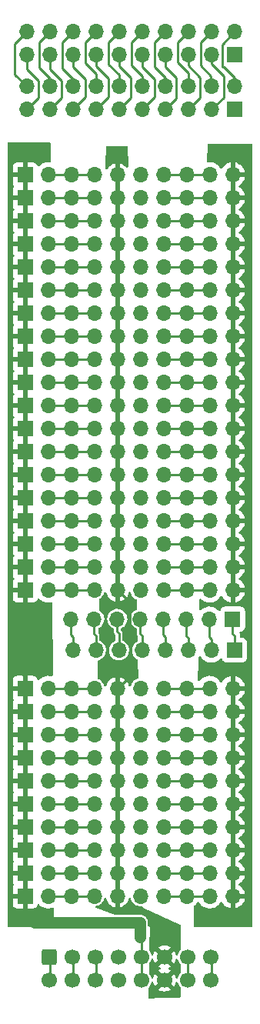
<source format=gtl>
%TF.GenerationSoftware,KiCad,Pcbnew,(6.0.1)*%
%TF.CreationDate,2022-10-19T17:29:48-04:00*%
%TF.ProjectId,ER-PROTO-DB-01,45522d50-524f-4544-9f2d-44422d30312e,1*%
%TF.SameCoordinates,Original*%
%TF.FileFunction,Copper,L1,Top*%
%TF.FilePolarity,Positive*%
%FSLAX46Y46*%
G04 Gerber Fmt 4.6, Leading zero omitted, Abs format (unit mm)*
G04 Created by KiCad (PCBNEW (6.0.1)) date 2022-10-19 17:29:48*
%MOMM*%
%LPD*%
G01*
G04 APERTURE LIST*
G04 Aperture macros list*
%AMRoundRect*
0 Rectangle with rounded corners*
0 $1 Rounding radius*
0 $2 $3 $4 $5 $6 $7 $8 $9 X,Y pos of 4 corners*
0 Add a 4 corners polygon primitive as box body*
4,1,4,$2,$3,$4,$5,$6,$7,$8,$9,$2,$3,0*
0 Add four circle primitives for the rounded corners*
1,1,$1+$1,$2,$3*
1,1,$1+$1,$4,$5*
1,1,$1+$1,$6,$7*
1,1,$1+$1,$8,$9*
0 Add four rect primitives between the rounded corners*
20,1,$1+$1,$2,$3,$4,$5,0*
20,1,$1+$1,$4,$5,$6,$7,0*
20,1,$1+$1,$6,$7,$8,$9,0*
20,1,$1+$1,$8,$9,$2,$3,0*%
G04 Aperture macros list end*
%TA.AperFunction,ComponentPad*%
%ADD10R,1.700000X1.700000*%
%TD*%
%TA.AperFunction,ComponentPad*%
%ADD11O,1.700000X1.700000*%
%TD*%
%TA.AperFunction,ComponentPad*%
%ADD12RoundRect,0.250000X-0.600000X0.600000X-0.600000X-0.600000X0.600000X-0.600000X0.600000X0.600000X0*%
%TD*%
%TA.AperFunction,ComponentPad*%
%ADD13C,1.700000*%
%TD*%
%TA.AperFunction,Conductor*%
%ADD14C,0.254000*%
%TD*%
%TA.AperFunction,Conductor*%
%ADD15C,1.270000*%
%TD*%
%TA.AperFunction,Conductor*%
%ADD16C,0.250000*%
%TD*%
G04 APERTURE END LIST*
D10*
%TO.P,J38,1,Pin_1*%
%TO.N,/VIO_4S*%
X123810000Y-75565000D03*
D11*
%TO.P,J38,2,Pin_2*%
%TO.N,/VIO_4*%
X121270000Y-75565000D03*
%TO.P,J38,3,Pin_3*%
%TO.N,/VI0_2S*%
X118730000Y-75565000D03*
%TO.P,J38,4,Pin_4*%
%TO.N,/VIO_2*%
X116190000Y-75565000D03*
%TO.P,J38,5,Pin_5*%
%TO.N,/VIO_3S*%
X113650000Y-75565000D03*
%TO.P,J38,6,Pin_6*%
%TO.N,/VIO_3*%
X111110000Y-75565000D03*
%TO.P,J38,7,Pin_7*%
%TO.N,/VI0_1S*%
X108570000Y-75565000D03*
%TO.P,J38,8,Pin_8*%
%TO.N,/VI0_1*%
X106030000Y-75565000D03*
%TD*%
D10*
%TO.P,J37,1,Pin_1*%
%TO.N,GND*%
X124000000Y-19500000D03*
D11*
%TO.P,J37,2,Pin_2*%
%TO.N,/POTCW_1*%
X124000000Y-16960000D03*
%TO.P,J37,3,Pin_3*%
%TO.N,/POTW_1*%
X121460000Y-19500000D03*
%TO.P,J37,4,Pin_4*%
%TO.N,/POTCCW_1*%
X121460000Y-16960000D03*
%TO.P,J37,5,Pin_5*%
%TO.N,/POTCW_2*%
X118920000Y-19500000D03*
%TO.P,J37,6,Pin_6*%
%TO.N,/POTW_2*%
X118920000Y-16960000D03*
%TO.P,J37,7,Pin_7*%
%TO.N,/POTCCW_2*%
X116380000Y-19500000D03*
%TO.P,J37,8,Pin_8*%
%TO.N,/POTCW_3*%
X116380000Y-16960000D03*
%TO.P,J37,9,Pin_9*%
%TO.N,/POTW_3*%
X113840000Y-19500000D03*
%TO.P,J37,10,Pin_10*%
%TO.N,/POTCCW_3*%
X113840000Y-16960000D03*
%TO.P,J37,11,Pin_11*%
%TO.N,/POTCW_4*%
X111300000Y-19500000D03*
%TO.P,J37,12,Pin_12*%
%TO.N,/POTW_4*%
X111300000Y-16960000D03*
%TO.P,J37,13,Pin_13*%
%TO.N,/POTCCW_4*%
X108760000Y-19500000D03*
%TO.P,J37,14,Pin_14*%
%TO.N,/POTCW_5*%
X108760000Y-16960000D03*
%TO.P,J37,15,Pin_15*%
%TO.N,/POTW_5*%
X106220000Y-19500000D03*
%TO.P,J37,16,Pin_16*%
%TO.N,/POTCCW_5*%
X106220000Y-16960000D03*
%TO.P,J37,17,Pin_17*%
%TO.N,/POTCW_6*%
X103680000Y-19500000D03*
%TO.P,J37,18,Pin_18*%
%TO.N,/POTW_6*%
X103680000Y-16960000D03*
%TO.P,J37,19,Pin_19*%
%TO.N,/POTCCW_6*%
X101140000Y-19500000D03*
%TO.P,J37,20,Pin_20*%
%TO.N,GND*%
X101140000Y-16960000D03*
%TD*%
D10*
%TO.P,J36,1,Pin_1*%
%TO.N,+12V*%
X100970000Y-31750000D03*
D11*
%TO.P,J36,2,Pin_2*%
%TO.N,Net-(J36-Pad3)*%
X103510000Y-31750000D03*
%TO.P,J36,3,Pin_3*%
X106050000Y-31750000D03*
%TO.P,J36,4,Pin_4*%
X108590000Y-31750000D03*
%TO.P,J36,5,Pin_5*%
%TO.N,+5V*%
X111130000Y-31750000D03*
%TO.P,J36,6,Pin_6*%
%TO.N,GND*%
X113670000Y-31750000D03*
%TO.P,J36,7,Pin_7*%
%TO.N,Net-(J36-Pad9)*%
X116210000Y-31750000D03*
%TO.P,J36,8,Pin_8*%
X118750000Y-31750000D03*
%TO.P,J36,9,Pin_9*%
X121290000Y-31750000D03*
%TO.P,J36,10,Pin_10*%
%TO.N,-12V*%
X123830000Y-31750000D03*
%TD*%
D10*
%TO.P,J35,1,Pin_1*%
%TO.N,+12V*%
X100970000Y-34290000D03*
D11*
%TO.P,J35,2,Pin_2*%
%TO.N,Net-(J35-Pad3)*%
X103510000Y-34290000D03*
%TO.P,J35,3,Pin_3*%
X106050000Y-34290000D03*
%TO.P,J35,4,Pin_4*%
X108590000Y-34290000D03*
%TO.P,J35,5,Pin_5*%
%TO.N,+5V*%
X111130000Y-34290000D03*
%TO.P,J35,6,Pin_6*%
%TO.N,GND*%
X113670000Y-34290000D03*
%TO.P,J35,7,Pin_7*%
%TO.N,Net-(J35-Pad7)*%
X116210000Y-34290000D03*
%TO.P,J35,8,Pin_8*%
X118750000Y-34290000D03*
%TO.P,J35,9,Pin_9*%
X121290000Y-34290000D03*
%TO.P,J35,10,Pin_10*%
%TO.N,-12V*%
X123830000Y-34290000D03*
%TD*%
D10*
%TO.P,J34,1,Pin_1*%
%TO.N,+12V*%
X100965000Y-26670000D03*
D11*
%TO.P,J34,2,Pin_2*%
%TO.N,Net-(J34-Pad2)*%
X103505000Y-26670000D03*
%TO.P,J34,3,Pin_3*%
X106045000Y-26670000D03*
%TO.P,J34,4,Pin_4*%
X108585000Y-26670000D03*
%TO.P,J34,5,Pin_5*%
%TO.N,+5V*%
X111125000Y-26670000D03*
%TO.P,J34,6,Pin_6*%
%TO.N,GND*%
X113665000Y-26670000D03*
%TO.P,J34,7,Pin_7*%
%TO.N,Net-(J34-Pad7)*%
X116205000Y-26670000D03*
%TO.P,J34,8,Pin_8*%
X118745000Y-26670000D03*
%TO.P,J34,9,Pin_9*%
X121285000Y-26670000D03*
%TO.P,J34,10,Pin_10*%
%TO.N,-12V*%
X123825000Y-26670000D03*
%TD*%
D10*
%TO.P,J33,1,Pin_1*%
%TO.N,+12V*%
X100970000Y-29210000D03*
D11*
%TO.P,J33,2,Pin_2*%
%TO.N,Net-(J33-Pad2)*%
X103510000Y-29210000D03*
%TO.P,J33,3,Pin_3*%
X106050000Y-29210000D03*
%TO.P,J33,4,Pin_4*%
X108590000Y-29210000D03*
%TO.P,J33,5,Pin_5*%
%TO.N,+5V*%
X111130000Y-29210000D03*
%TO.P,J33,6,Pin_6*%
%TO.N,GND*%
X113670000Y-29210000D03*
%TO.P,J33,7,Pin_7*%
%TO.N,Net-(J33-Pad8)*%
X116210000Y-29210000D03*
%TO.P,J33,8,Pin_8*%
X118750000Y-29210000D03*
%TO.P,J33,9,Pin_9*%
X121290000Y-29210000D03*
%TO.P,J33,10,Pin_10*%
%TO.N,-12V*%
X123830000Y-29210000D03*
%TD*%
D10*
%TO.P,J32,1,Pin_1*%
%TO.N,+12V*%
X100970000Y-36830000D03*
D11*
%TO.P,J32,2,Pin_2*%
%TO.N,Net-(J32-Pad2)*%
X103510000Y-36830000D03*
%TO.P,J32,3,Pin_3*%
X106050000Y-36830000D03*
%TO.P,J32,4,Pin_4*%
X108590000Y-36830000D03*
%TO.P,J32,5,Pin_5*%
%TO.N,+5V*%
X111130000Y-36830000D03*
%TO.P,J32,6,Pin_6*%
%TO.N,GND*%
X113670000Y-36830000D03*
%TO.P,J32,7,Pin_7*%
%TO.N,Net-(J32-Pad7)*%
X116210000Y-36830000D03*
%TO.P,J32,8,Pin_8*%
X118750000Y-36830000D03*
%TO.P,J32,9,Pin_9*%
X121290000Y-36830000D03*
%TO.P,J32,10,Pin_10*%
%TO.N,-12V*%
X123830000Y-36830000D03*
%TD*%
D10*
%TO.P,J31,1,Pin_1*%
%TO.N,+12V*%
X100970000Y-46990000D03*
D11*
%TO.P,J31,2,Pin_2*%
%TO.N,Net-(J31-Pad2)*%
X103510000Y-46990000D03*
%TO.P,J31,3,Pin_3*%
X106050000Y-46990000D03*
%TO.P,J31,4,Pin_4*%
X108590000Y-46990000D03*
%TO.P,J31,5,Pin_5*%
%TO.N,+5V*%
X111130000Y-46990000D03*
%TO.P,J31,6,Pin_6*%
%TO.N,GND*%
X113670000Y-46990000D03*
%TO.P,J31,7,Pin_7*%
%TO.N,Net-(J31-Pad8)*%
X116210000Y-46990000D03*
%TO.P,J31,8,Pin_8*%
X118750000Y-46990000D03*
%TO.P,J31,9,Pin_9*%
X121290000Y-46990000D03*
%TO.P,J31,10,Pin_10*%
%TO.N,-12V*%
X123830000Y-46990000D03*
%TD*%
D10*
%TO.P,J30,1,Pin_1*%
%TO.N,+12V*%
X100965000Y-59690000D03*
D11*
%TO.P,J30,2,Pin_2*%
%TO.N,Net-(J30-Pad2)*%
X103505000Y-59690000D03*
%TO.P,J30,3,Pin_3*%
X106045000Y-59690000D03*
%TO.P,J30,4,Pin_4*%
X108585000Y-59690000D03*
%TO.P,J30,5,Pin_5*%
%TO.N,+5V*%
X111125000Y-59690000D03*
%TO.P,J30,6,Pin_6*%
%TO.N,GND*%
X113665000Y-59690000D03*
%TO.P,J30,7,Pin_7*%
%TO.N,Net-(J30-Pad7)*%
X116205000Y-59690000D03*
%TO.P,J30,8,Pin_8*%
X118745000Y-59690000D03*
%TO.P,J30,9,Pin_9*%
X121285000Y-59690000D03*
%TO.P,J30,10,Pin_10*%
%TO.N,-12V*%
X123825000Y-59690000D03*
%TD*%
D10*
%TO.P,J29,1,Pin_1*%
%TO.N,+12V*%
X100965000Y-93345000D03*
D11*
%TO.P,J29,2,Pin_2*%
%TO.N,Net-(J29-Pad2)*%
X103505000Y-93345000D03*
%TO.P,J29,3,Pin_3*%
X106045000Y-93345000D03*
%TO.P,J29,4,Pin_4*%
X108585000Y-93345000D03*
%TO.P,J29,5,Pin_5*%
%TO.N,+5V*%
X111125000Y-93345000D03*
%TO.P,J29,6,Pin_6*%
%TO.N,GND*%
X113665000Y-93345000D03*
%TO.P,J29,7,Pin_7*%
%TO.N,Net-(J29-Pad8)*%
X116205000Y-93345000D03*
%TO.P,J29,8,Pin_8*%
X118745000Y-93345000D03*
%TO.P,J29,9,Pin_9*%
X121285000Y-93345000D03*
%TO.P,J29,10,Pin_10*%
%TO.N,-12V*%
X123825000Y-93345000D03*
%TD*%
D10*
%TO.P,J28,1,Pin_1*%
%TO.N,+12V*%
X100965000Y-98425000D03*
D11*
%TO.P,J28,2,Pin_2*%
%TO.N,Net-(J28-Pad2)*%
X103505000Y-98425000D03*
%TO.P,J28,3,Pin_3*%
X106045000Y-98425000D03*
%TO.P,J28,4,Pin_4*%
X108585000Y-98425000D03*
%TO.P,J28,5,Pin_5*%
%TO.N,+5V*%
X111125000Y-98425000D03*
%TO.P,J28,6,Pin_6*%
%TO.N,GND*%
X113665000Y-98425000D03*
%TO.P,J28,7,Pin_7*%
%TO.N,Net-(J28-Pad7)*%
X116205000Y-98425000D03*
%TO.P,J28,8,Pin_8*%
X118745000Y-98425000D03*
%TO.P,J28,9,Pin_9*%
X121285000Y-98425000D03*
%TO.P,J28,10,Pin_10*%
%TO.N,-12V*%
X123825000Y-98425000D03*
%TD*%
D10*
%TO.P,J27,1,Pin_1*%
%TO.N,+12V*%
X100970000Y-52070000D03*
D11*
%TO.P,J27,2,Pin_2*%
%TO.N,Net-(J27-Pad2)*%
X103510000Y-52070000D03*
%TO.P,J27,3,Pin_3*%
X106050000Y-52070000D03*
%TO.P,J27,4,Pin_4*%
X108590000Y-52070000D03*
%TO.P,J27,5,Pin_5*%
%TO.N,+5V*%
X111130000Y-52070000D03*
%TO.P,J27,6,Pin_6*%
%TO.N,GND*%
X113670000Y-52070000D03*
%TO.P,J27,7,Pin_7*%
%TO.N,Net-(J27-Pad7)*%
X116210000Y-52070000D03*
%TO.P,J27,8,Pin_8*%
X118750000Y-52070000D03*
%TO.P,J27,9,Pin_9*%
X121290000Y-52070000D03*
%TO.P,J27,10,Pin_10*%
%TO.N,-12V*%
X123830000Y-52070000D03*
%TD*%
D10*
%TO.P,J26,1,Pin_1*%
%TO.N,+12V*%
X100965000Y-44450000D03*
D11*
%TO.P,J26,2,Pin_2*%
%TO.N,Net-(J26-Pad3)*%
X103505000Y-44450000D03*
%TO.P,J26,3,Pin_3*%
X106045000Y-44450000D03*
%TO.P,J26,4,Pin_4*%
X108585000Y-44450000D03*
%TO.P,J26,5,Pin_5*%
%TO.N,+5V*%
X111125000Y-44450000D03*
%TO.P,J26,6,Pin_6*%
%TO.N,GND*%
X113665000Y-44450000D03*
%TO.P,J26,7,Pin_7*%
%TO.N,Net-(J26-Pad8)*%
X116205000Y-44450000D03*
%TO.P,J26,8,Pin_8*%
X118745000Y-44450000D03*
%TO.P,J26,9,Pin_9*%
X121285000Y-44450000D03*
%TO.P,J26,10,Pin_10*%
%TO.N,-12V*%
X123825000Y-44450000D03*
%TD*%
D10*
%TO.P,J25,1,Pin_1*%
%TO.N,+12V*%
X100970000Y-39370000D03*
D11*
%TO.P,J25,2,Pin_2*%
%TO.N,Net-(J25-Pad2)*%
X103510000Y-39370000D03*
%TO.P,J25,3,Pin_3*%
X106050000Y-39370000D03*
%TO.P,J25,4,Pin_4*%
X108590000Y-39370000D03*
%TO.P,J25,5,Pin_5*%
%TO.N,+5V*%
X111130000Y-39370000D03*
%TO.P,J25,6,Pin_6*%
%TO.N,GND*%
X113670000Y-39370000D03*
%TO.P,J25,7,Pin_7*%
%TO.N,Net-(J25-Pad7)*%
X116210000Y-39370000D03*
%TO.P,J25,8,Pin_8*%
X118750000Y-39370000D03*
%TO.P,J25,9,Pin_9*%
X121290000Y-39370000D03*
%TO.P,J25,10,Pin_10*%
%TO.N,-12V*%
X123830000Y-39370000D03*
%TD*%
D10*
%TO.P,J24,1,Pin_1*%
%TO.N,+12V*%
X100970000Y-72390000D03*
D11*
%TO.P,J24,2,Pin_2*%
%TO.N,Net-(J24-Pad2)*%
X103510000Y-72390000D03*
%TO.P,J24,3,Pin_3*%
X106050000Y-72390000D03*
%TO.P,J24,4,Pin_4*%
X108590000Y-72390000D03*
%TO.P,J24,5,Pin_5*%
%TO.N,+5V*%
X111130000Y-72390000D03*
%TO.P,J24,6,Pin_6*%
%TO.N,GND*%
X113670000Y-72390000D03*
%TO.P,J24,7,Pin_7*%
%TO.N,Net-(J24-Pad8)*%
X116210000Y-72390000D03*
%TO.P,J24,8,Pin_8*%
X118750000Y-72390000D03*
%TO.P,J24,9,Pin_9*%
X121290000Y-72390000D03*
%TO.P,J24,10,Pin_10*%
%TO.N,-12V*%
X123830000Y-72390000D03*
%TD*%
D10*
%TO.P,J23,1,Pin_1*%
%TO.N,+12V*%
X100970000Y-49530000D03*
D11*
%TO.P,J23,2,Pin_2*%
%TO.N,Net-(J23-Pad2)*%
X103510000Y-49530000D03*
%TO.P,J23,3,Pin_3*%
X106050000Y-49530000D03*
%TO.P,J23,4,Pin_4*%
X108590000Y-49530000D03*
%TO.P,J23,5,Pin_5*%
%TO.N,+5V*%
X111130000Y-49530000D03*
%TO.P,J23,6,Pin_6*%
%TO.N,GND*%
X113670000Y-49530000D03*
%TO.P,J23,7,Pin_7*%
%TO.N,Net-(J23-Pad7)*%
X116210000Y-49530000D03*
%TO.P,J23,8,Pin_8*%
X118750000Y-49530000D03*
%TO.P,J23,9,Pin_9*%
X121290000Y-49530000D03*
%TO.P,J23,10,Pin_10*%
%TO.N,-12V*%
X123830000Y-49530000D03*
%TD*%
D10*
%TO.P,J22,1,Pin_1*%
%TO.N,+12V*%
X100965000Y-85725000D03*
D11*
%TO.P,J22,2,Pin_2*%
%TO.N,Net-(J22-Pad3)*%
X103505000Y-85725000D03*
%TO.P,J22,3,Pin_3*%
X106045000Y-85725000D03*
%TO.P,J22,4,Pin_4*%
X108585000Y-85725000D03*
%TO.P,J22,5,Pin_5*%
%TO.N,+5V*%
X111125000Y-85725000D03*
%TO.P,J22,6,Pin_6*%
%TO.N,GND*%
X113665000Y-85725000D03*
%TO.P,J22,7,Pin_7*%
%TO.N,Net-(J22-Pad8)*%
X116205000Y-85725000D03*
%TO.P,J22,8,Pin_8*%
X118745000Y-85725000D03*
%TO.P,J22,9,Pin_9*%
X121285000Y-85725000D03*
%TO.P,J22,10,Pin_10*%
%TO.N,-12V*%
X123825000Y-85725000D03*
%TD*%
D10*
%TO.P,J21,1,Pin_1*%
%TO.N,+12V*%
X100965000Y-100965000D03*
D11*
%TO.P,J21,2,Pin_2*%
%TO.N,Net-(J21-Pad2)*%
X103505000Y-100965000D03*
%TO.P,J21,3,Pin_3*%
X106045000Y-100965000D03*
%TO.P,J21,4,Pin_4*%
X108585000Y-100965000D03*
%TO.P,J21,5,Pin_5*%
%TO.N,+5V*%
X111125000Y-100965000D03*
%TO.P,J21,6,Pin_6*%
%TO.N,GND*%
X113665000Y-100965000D03*
%TO.P,J21,7,Pin_7*%
%TO.N,Net-(J21-Pad8)*%
X116205000Y-100965000D03*
%TO.P,J21,8,Pin_8*%
X118745000Y-100965000D03*
%TO.P,J21,9,Pin_9*%
X121285000Y-100965000D03*
%TO.P,J21,10,Pin_10*%
%TO.N,-12V*%
X123825000Y-100965000D03*
%TD*%
D10*
%TO.P,J20,1,Pin_1*%
%TO.N,+12V*%
X100965000Y-62230000D03*
D11*
%TO.P,J20,2,Pin_2*%
%TO.N,Net-(J20-Pad2)*%
X103505000Y-62230000D03*
%TO.P,J20,3,Pin_3*%
X106045000Y-62230000D03*
%TO.P,J20,4,Pin_4*%
X108585000Y-62230000D03*
%TO.P,J20,5,Pin_5*%
%TO.N,+5V*%
X111125000Y-62230000D03*
%TO.P,J20,6,Pin_6*%
%TO.N,GND*%
X113665000Y-62230000D03*
%TO.P,J20,7,Pin_7*%
%TO.N,Net-(J20-Pad8)*%
X116205000Y-62230000D03*
%TO.P,J20,8,Pin_8*%
X118745000Y-62230000D03*
%TO.P,J20,9,Pin_9*%
X121285000Y-62230000D03*
%TO.P,J20,10,Pin_10*%
%TO.N,-12V*%
X123825000Y-62230000D03*
%TD*%
D10*
%TO.P,J19,1,Pin_1*%
%TO.N,+12V*%
X100970000Y-67310000D03*
D11*
%TO.P,J19,2,Pin_2*%
%TO.N,Net-(J19-Pad2)*%
X103510000Y-67310000D03*
%TO.P,J19,3,Pin_3*%
X106050000Y-67310000D03*
%TO.P,J19,4,Pin_4*%
X108590000Y-67310000D03*
%TO.P,J19,5,Pin_5*%
%TO.N,+5V*%
X111130000Y-67310000D03*
%TO.P,J19,6,Pin_6*%
%TO.N,GND*%
X113670000Y-67310000D03*
%TO.P,J19,7,Pin_7*%
%TO.N,Net-(J19-Pad7)*%
X116210000Y-67310000D03*
%TO.P,J19,8,Pin_8*%
X118750000Y-67310000D03*
%TO.P,J19,9,Pin_9*%
X121290000Y-67310000D03*
%TO.P,J19,10,Pin_10*%
%TO.N,-12V*%
X123830000Y-67310000D03*
%TD*%
D10*
%TO.P,J18,1,Pin_1*%
%TO.N,+12V*%
X100965000Y-57150000D03*
D11*
%TO.P,J18,2,Pin_2*%
%TO.N,Net-(J18-Pad2)*%
X103505000Y-57150000D03*
%TO.P,J18,3,Pin_3*%
X106045000Y-57150000D03*
%TO.P,J18,4,Pin_4*%
X108585000Y-57150000D03*
%TO.P,J18,5,Pin_5*%
%TO.N,+5V*%
X111125000Y-57150000D03*
%TO.P,J18,6,Pin_6*%
%TO.N,GND*%
X113665000Y-57150000D03*
%TO.P,J18,7,Pin_7*%
%TO.N,Net-(J18-Pad8)*%
X116205000Y-57150000D03*
%TO.P,J18,8,Pin_8*%
X118745000Y-57150000D03*
%TO.P,J18,9,Pin_9*%
X121285000Y-57150000D03*
%TO.P,J18,10,Pin_10*%
%TO.N,-12V*%
X123825000Y-57150000D03*
%TD*%
D10*
%TO.P,J17,1,Pin_1*%
%TO.N,+12V*%
X100970000Y-69850000D03*
D11*
%TO.P,J17,2,Pin_2*%
%TO.N,Net-(J17-Pad2)*%
X103510000Y-69850000D03*
%TO.P,J17,3,Pin_3*%
X106050000Y-69850000D03*
%TO.P,J17,4,Pin_4*%
X108590000Y-69850000D03*
%TO.P,J17,5,Pin_5*%
%TO.N,+5V*%
X111130000Y-69850000D03*
%TO.P,J17,6,Pin_6*%
%TO.N,GND*%
X113670000Y-69850000D03*
%TO.P,J17,7,Pin_7*%
%TO.N,Net-(J17-Pad7)*%
X116210000Y-69850000D03*
%TO.P,J17,8,Pin_8*%
X118750000Y-69850000D03*
%TO.P,J17,9,Pin_9*%
X121290000Y-69850000D03*
%TO.P,J17,10,Pin_10*%
%TO.N,-12V*%
X123830000Y-69850000D03*
%TD*%
D10*
%TO.P,J16,1,Pin_1*%
%TO.N,+12V*%
X100970000Y-54610000D03*
D11*
%TO.P,J16,2,Pin_2*%
%TO.N,Net-(J16-Pad2)*%
X103510000Y-54610000D03*
%TO.P,J16,3,Pin_3*%
X106050000Y-54610000D03*
%TO.P,J16,4,Pin_4*%
X108590000Y-54610000D03*
%TO.P,J16,5,Pin_5*%
%TO.N,+5V*%
X111130000Y-54610000D03*
%TO.P,J16,6,Pin_6*%
%TO.N,GND*%
X113670000Y-54610000D03*
%TO.P,J16,7,Pin_7*%
%TO.N,Net-(J16-Pad7)*%
X116210000Y-54610000D03*
%TO.P,J16,8,Pin_8*%
X118750000Y-54610000D03*
%TO.P,J16,9,Pin_9*%
X121290000Y-54610000D03*
%TO.P,J16,10,Pin_10*%
%TO.N,-12V*%
X123830000Y-54610000D03*
%TD*%
D10*
%TO.P,J15,1,Pin_1*%
%TO.N,+12V*%
X100965000Y-88265000D03*
D11*
%TO.P,J15,2,Pin_2*%
%TO.N,Net-(J15-Pad3)*%
X103505000Y-88265000D03*
%TO.P,J15,3,Pin_3*%
X106045000Y-88265000D03*
%TO.P,J15,4,Pin_4*%
X108585000Y-88265000D03*
%TO.P,J15,5,Pin_5*%
%TO.N,+5V*%
X111125000Y-88265000D03*
%TO.P,J15,6,Pin_6*%
%TO.N,GND*%
X113665000Y-88265000D03*
%TO.P,J15,7,Pin_7*%
%TO.N,Net-(J15-Pad8)*%
X116205000Y-88265000D03*
%TO.P,J15,8,Pin_8*%
X118745000Y-88265000D03*
%TO.P,J15,9,Pin_9*%
X121285000Y-88265000D03*
%TO.P,J15,10,Pin_10*%
%TO.N,-12V*%
X123825000Y-88265000D03*
%TD*%
D10*
%TO.P,J14,1,Pin_1*%
%TO.N,+12V*%
X100970000Y-41910000D03*
D11*
%TO.P,J14,2,Pin_2*%
%TO.N,Net-(J14-Pad3)*%
X103510000Y-41910000D03*
%TO.P,J14,3,Pin_3*%
X106050000Y-41910000D03*
%TO.P,J14,4,Pin_4*%
X108590000Y-41910000D03*
%TO.P,J14,5,Pin_5*%
%TO.N,+5V*%
X111130000Y-41910000D03*
%TO.P,J14,6,Pin_6*%
%TO.N,GND*%
X113670000Y-41910000D03*
%TO.P,J14,7,Pin_7*%
%TO.N,Net-(J14-Pad7)*%
X116210000Y-41910000D03*
%TO.P,J14,8,Pin_8*%
X118750000Y-41910000D03*
%TO.P,J14,9,Pin_9*%
X121290000Y-41910000D03*
%TO.P,J14,10,Pin_10*%
%TO.N,-12V*%
X123830000Y-41910000D03*
%TD*%
D10*
%TO.P,J13,1,Pin_1*%
%TO.N,+12V*%
X100965000Y-83185000D03*
D11*
%TO.P,J13,2,Pin_2*%
%TO.N,Net-(J13-Pad2)*%
X103505000Y-83185000D03*
%TO.P,J13,3,Pin_3*%
X106045000Y-83185000D03*
%TO.P,J13,4,Pin_4*%
X108585000Y-83185000D03*
%TO.P,J13,5,Pin_5*%
%TO.N,+5V*%
X111125000Y-83185000D03*
%TO.P,J13,6,Pin_6*%
%TO.N,GND*%
X113665000Y-83185000D03*
%TO.P,J13,7,Pin_7*%
%TO.N,Net-(J13-Pad7)*%
X116205000Y-83185000D03*
%TO.P,J13,8,Pin_8*%
X118745000Y-83185000D03*
%TO.P,J13,9,Pin_9*%
X121285000Y-83185000D03*
%TO.P,J13,10,Pin_10*%
%TO.N,-12V*%
X123825000Y-83185000D03*
%TD*%
D10*
%TO.P,J12,1,Pin_1*%
%TO.N,+12V*%
X100970000Y-64770000D03*
D11*
%TO.P,J12,2,Pin_2*%
%TO.N,Net-(J12-Pad3)*%
X103510000Y-64770000D03*
%TO.P,J12,3,Pin_3*%
X106050000Y-64770000D03*
%TO.P,J12,4,Pin_4*%
X108590000Y-64770000D03*
%TO.P,J12,5,Pin_5*%
%TO.N,+5V*%
X111130000Y-64770000D03*
%TO.P,J12,6,Pin_6*%
%TO.N,GND*%
X113670000Y-64770000D03*
%TO.P,J12,7,Pin_7*%
%TO.N,Net-(J12-Pad8)*%
X116210000Y-64770000D03*
%TO.P,J12,8,Pin_8*%
X118750000Y-64770000D03*
%TO.P,J12,9,Pin_9*%
X121290000Y-64770000D03*
%TO.P,J12,10,Pin_10*%
%TO.N,-12V*%
X123830000Y-64770000D03*
%TD*%
D10*
%TO.P,J11,1,Pin_1*%
%TO.N,+12V*%
X100965000Y-90805000D03*
D11*
%TO.P,J11,2,Pin_2*%
%TO.N,Net-(J11-Pad3)*%
X103505000Y-90805000D03*
%TO.P,J11,3,Pin_3*%
X106045000Y-90805000D03*
%TO.P,J11,4,Pin_4*%
X108585000Y-90805000D03*
%TO.P,J11,5,Pin_5*%
%TO.N,+5V*%
X111125000Y-90805000D03*
%TO.P,J11,6,Pin_6*%
%TO.N,GND*%
X113665000Y-90805000D03*
%TO.P,J11,7,Pin_7*%
%TO.N,Net-(J11-Pad7)*%
X116205000Y-90805000D03*
%TO.P,J11,8,Pin_8*%
X118745000Y-90805000D03*
%TO.P,J11,9,Pin_9*%
X121285000Y-90805000D03*
%TO.P,J11,10,Pin_10*%
%TO.N,-12V*%
X123825000Y-90805000D03*
%TD*%
D10*
%TO.P,J9,1,Pin_1*%
%TO.N,+12V*%
X100965000Y-103505000D03*
D11*
%TO.P,J9,2,Pin_2*%
%TO.N,Net-(J9-Pad2)*%
X103505000Y-103505000D03*
%TO.P,J9,3,Pin_3*%
X106045000Y-103505000D03*
%TO.P,J9,4,Pin_4*%
X108585000Y-103505000D03*
%TO.P,J9,5,Pin_5*%
%TO.N,+5V*%
X111125000Y-103505000D03*
%TO.P,J9,6,Pin_6*%
%TO.N,GND*%
X113665000Y-103505000D03*
%TO.P,J9,7,Pin_7*%
%TO.N,Net-(J9-Pad7)*%
X116205000Y-103505000D03*
%TO.P,J9,8,Pin_8*%
X118745000Y-103505000D03*
%TO.P,J9,9,Pin_9*%
X121285000Y-103505000D03*
%TO.P,J9,10,Pin_10*%
%TO.N,-12V*%
X123825000Y-103505000D03*
%TD*%
D10*
%TO.P,J8,1,Pin_1*%
%TO.N,+12V*%
X100965000Y-95885000D03*
D11*
%TO.P,J8,2,Pin_2*%
%TO.N,Net-(J8-Pad2)*%
X103505000Y-95885000D03*
%TO.P,J8,3,Pin_3*%
X106045000Y-95885000D03*
%TO.P,J8,4,Pin_4*%
X108585000Y-95885000D03*
%TO.P,J8,5,Pin_5*%
%TO.N,+5V*%
X111125000Y-95885000D03*
%TO.P,J8,6,Pin_6*%
%TO.N,GND*%
X113665000Y-95885000D03*
%TO.P,J8,7,Pin_7*%
%TO.N,Net-(J8-Pad8)*%
X116205000Y-95885000D03*
%TO.P,J8,8,Pin_8*%
X118745000Y-95885000D03*
%TO.P,J8,9,Pin_9*%
X121285000Y-95885000D03*
%TO.P,J8,10,Pin_10*%
%TO.N,-12V*%
X123825000Y-95885000D03*
%TD*%
D10*
%TO.P,J7,1,Pin_1*%
%TO.N,+12V*%
X100965000Y-106045000D03*
D11*
%TO.P,J7,2,Pin_2*%
%TO.N,Net-(J7-Pad2)*%
X103505000Y-106045000D03*
%TO.P,J7,3,Pin_3*%
X106045000Y-106045000D03*
%TO.P,J7,4,Pin_4*%
X108585000Y-106045000D03*
%TO.P,J7,5,Pin_5*%
%TO.N,+5V*%
X111125000Y-106045000D03*
%TO.P,J7,6,Pin_6*%
%TO.N,GND*%
X113665000Y-106045000D03*
%TO.P,J7,7,Pin_7*%
%TO.N,Net-(J7-Pad7)*%
X116205000Y-106045000D03*
%TO.P,J7,8,Pin_8*%
X118745000Y-106045000D03*
%TO.P,J7,9,Pin_9*%
X121285000Y-106045000D03*
%TO.P,J7,10,Pin_10*%
%TO.N,-12V*%
X123825000Y-106045000D03*
%TD*%
D12*
%TO.P,J6,1,Pin_1*%
%TO.N,-12V*%
X103610000Y-112747500D03*
D13*
%TO.P,J6,2,Pin_2*%
X103610000Y-115287500D03*
%TO.P,J6,3,Pin_3*%
%TO.N,GND*%
X106150000Y-112747500D03*
%TO.P,J6,4,Pin_4*%
X106150000Y-115287500D03*
%TO.P,J6,5,Pin_5*%
X108690000Y-112747500D03*
%TO.P,J6,6,Pin_6*%
X108690000Y-115287500D03*
%TO.P,J6,7,Pin_7*%
X111230000Y-112747500D03*
%TO.P,J6,8,Pin_8*%
X111230000Y-115287500D03*
%TO.P,J6,9,Pin_9*%
%TO.N,+12V*%
X113770000Y-112747500D03*
%TO.P,J6,10,Pin_10*%
X113770000Y-115287500D03*
%TO.P,J6,11,Pin_11*%
%TO.N,+5V*%
X116310000Y-112747500D03*
%TO.P,J6,12,Pin_12*%
X116310000Y-115287500D03*
%TO.P,J6,13,Pin_13*%
%TO.N,/CV*%
X118850000Y-112747500D03*
%TO.P,J6,14,Pin_14*%
X118850000Y-115287500D03*
%TO.P,J6,15,Pin_15*%
%TO.N,/GATE*%
X121390000Y-112747500D03*
%TO.P,J6,16,Pin_16*%
X121390000Y-115287500D03*
%TD*%
D10*
%TO.P,J5,1,Pin_1*%
%TO.N,GND*%
X124000006Y-13500001D03*
D11*
%TO.P,J5,2,Pin_2*%
%TO.N,/POTCW_1*%
X124000006Y-10960001D03*
%TO.P,J5,3,Pin_3*%
%TO.N,/POTW_1*%
X121460006Y-13500001D03*
%TO.P,J5,4,Pin_4*%
%TO.N,/POTCCW_1*%
X121460006Y-10960001D03*
%TO.P,J5,5,Pin_5*%
%TO.N,/POTCW_2*%
X118920006Y-13500001D03*
%TO.P,J5,6,Pin_6*%
%TO.N,/POTW_2*%
X118920006Y-10960001D03*
%TO.P,J5,7,Pin_7*%
%TO.N,/POTCCW_2*%
X116380006Y-13500001D03*
%TO.P,J5,8,Pin_8*%
%TO.N,/POTCW_3*%
X116380006Y-10960001D03*
%TO.P,J5,9,Pin_9*%
%TO.N,/POTW_3*%
X113840006Y-13500001D03*
%TO.P,J5,10,Pin_10*%
%TO.N,/POTCCW_3*%
X113840006Y-10960001D03*
%TO.P,J5,11,Pin_11*%
%TO.N,/POTCW_4*%
X111300006Y-13500001D03*
%TO.P,J5,12,Pin_12*%
%TO.N,/POTW_4*%
X111300006Y-10960001D03*
%TO.P,J5,13,Pin_13*%
%TO.N,/POTCCW_4*%
X108760006Y-13500001D03*
%TO.P,J5,14,Pin_14*%
%TO.N,/POTCW_5*%
X108760006Y-10960001D03*
%TO.P,J5,15,Pin_15*%
%TO.N,/POTW_5*%
X106220006Y-13500001D03*
%TO.P,J5,16,Pin_16*%
%TO.N,/POTCCW_5*%
X106220006Y-10960001D03*
%TO.P,J5,17,Pin_17*%
%TO.N,/POTCW_6*%
X103680006Y-13500001D03*
%TO.P,J5,18,Pin_18*%
%TO.N,/POTW_6*%
X103680006Y-10960001D03*
%TO.P,J5,19,Pin_19*%
%TO.N,/POTCCW_6*%
X101140006Y-13500001D03*
%TO.P,J5,20,Pin_20*%
%TO.N,GND*%
X101140006Y-10960001D03*
%TD*%
D10*
%TO.P,J10,1,Pin_1*%
%TO.N,/VIO_4S*%
X124000000Y-79000000D03*
D11*
%TO.P,J10,2,Pin_2*%
%TO.N,/VIO_4*%
X121460000Y-79000000D03*
%TO.P,J10,3,Pin_3*%
%TO.N,/VI0_2S*%
X118920000Y-79000000D03*
%TO.P,J10,4,Pin_4*%
%TO.N,/VIO_2*%
X116380000Y-79000000D03*
%TO.P,J10,5,Pin_5*%
%TO.N,/VIO_3S*%
X113840000Y-79000000D03*
%TO.P,J10,6,Pin_6*%
%TO.N,/VIO_3*%
X111300000Y-79000000D03*
%TO.P,J10,7,Pin_7*%
%TO.N,/VI0_1S*%
X108760000Y-79000000D03*
%TO.P,J10,8,Pin_8*%
%TO.N,/VI0_1*%
X106220000Y-79000000D03*
%TD*%
D14*
%TO.N,+12V*%
X113770000Y-110770000D02*
X113600000Y-110600000D01*
X113770000Y-112747500D02*
X113770000Y-110770000D01*
D15*
X113600000Y-109000022D02*
X113600000Y-110600000D01*
X113599989Y-109000011D02*
X113600000Y-109000022D01*
X101999999Y-109000011D02*
X113599989Y-109000011D01*
D16*
%TO.N,/POTW_5*%
X106220000Y-14820000D02*
X106220000Y-13500000D01*
X107585489Y-16185489D02*
X106220000Y-14820000D01*
X107585489Y-18134511D02*
X107585489Y-16185489D01*
X106220000Y-19500000D02*
X107585489Y-18134511D01*
%TO.N,/POTCW_5*%
X107614511Y-14414511D02*
X107585489Y-14414511D01*
X108760000Y-15560000D02*
X107614511Y-14414511D01*
X107585489Y-12134511D02*
X107585489Y-14414511D01*
X108760000Y-16960000D02*
X108760000Y-15560000D01*
%TO.N,/POTCCW_4*%
X110125489Y-16125489D02*
X108760000Y-14760000D01*
X110125489Y-18134511D02*
X110125489Y-16125489D01*
X108760000Y-14760000D02*
X108760000Y-13500000D01*
X108760000Y-19500000D02*
X110125489Y-18134511D01*
%TO.N,/POTW_4*%
X111300000Y-15700000D02*
X110125489Y-14525489D01*
X110125489Y-12134511D02*
X110125489Y-14525489D01*
X111300000Y-16960000D02*
X111300000Y-15700000D01*
%TO.N,/POTCW_4*%
X112600000Y-16000000D02*
X111300000Y-14700000D01*
X112600000Y-18200000D02*
X112600000Y-16000000D01*
X111300000Y-13500000D02*
X111300000Y-14700000D01*
X111300000Y-19500000D02*
X112600000Y-18200000D01*
%TO.N,/POTCCW_3*%
X113840000Y-15840000D02*
X112665489Y-14665489D01*
X112665489Y-12134511D02*
X112665489Y-14665489D01*
X113840000Y-16960000D02*
X113840000Y-15840000D01*
%TO.N,/POTW_3*%
X115200000Y-16200000D02*
X113840000Y-14840000D01*
X113840000Y-13500000D02*
X113840000Y-14840000D01*
X115200000Y-18140000D02*
X115200000Y-16200000D01*
X113840000Y-19500000D02*
X115200000Y-18140000D01*
%TO.N,/POTCW_3*%
X116380000Y-15980000D02*
X115205489Y-14805489D01*
X115205489Y-12134511D02*
X115205489Y-14805489D01*
X116380000Y-16960000D02*
X116380000Y-15980000D01*
%TO.N,/POTCCW_2*%
X117600000Y-16000000D02*
X117600000Y-18280000D01*
X117600000Y-18280000D02*
X116380000Y-19500000D01*
X116380000Y-13500000D02*
X116380000Y-14780000D01*
X116380000Y-14780000D02*
X117600000Y-16000000D01*
%TO.N,/POTW_2*%
X118920000Y-15520000D02*
X118920000Y-16960000D01*
X117745489Y-14345489D02*
X118920000Y-15520000D01*
X117745489Y-12134511D02*
X117745489Y-14345489D01*
X118920000Y-10960000D02*
X117745489Y-12134511D01*
%TO.N,/POTCW_2*%
X118920000Y-14680000D02*
X118920000Y-13500000D01*
X120200000Y-15960000D02*
X118920000Y-14680000D01*
X120200000Y-18220000D02*
X120200000Y-15960000D01*
X118920000Y-19500000D02*
X120200000Y-18220000D01*
%TO.N,/POTW_1*%
X121460000Y-14460000D02*
X121460000Y-13500000D01*
X122800000Y-15800000D02*
X121460000Y-14460000D01*
X122800000Y-18160000D02*
X122800000Y-15800000D01*
X121460000Y-19500000D02*
X122800000Y-18160000D01*
%TO.N,/POTCCW_1*%
X121400000Y-15800000D02*
X120285489Y-14685489D01*
X121400000Y-16900000D02*
X121400000Y-15800000D01*
X120285489Y-12134511D02*
X120285489Y-14685489D01*
X121460000Y-16960000D02*
X121400000Y-16900000D01*
%TO.N,/POTCW_1*%
X124000000Y-16000000D02*
X122834511Y-14834511D01*
X122834511Y-14834511D02*
X122634511Y-14834511D01*
X122634511Y-14834511D02*
X122634511Y-12325489D01*
X124000000Y-16960000D02*
X124000000Y-16000000D01*
%TO.N,/POTCCW_6*%
X101140000Y-15060000D02*
X101140000Y-13500000D01*
X102400000Y-16320000D02*
X101140000Y-15060000D01*
X102400000Y-18240000D02*
X102400000Y-16320000D01*
X101140000Y-19500000D02*
X102400000Y-18240000D01*
%TO.N,/POTCCW_5*%
X105045489Y-12134511D02*
X106220000Y-10960000D01*
X105045489Y-14954511D02*
X105045489Y-12134511D01*
X106220000Y-16129022D02*
X105045489Y-14954511D01*
X106220000Y-16960000D02*
X106220000Y-16129022D01*
%TO.N,/POTW_6*%
X103680000Y-16080000D02*
X102505489Y-14905489D01*
X102505489Y-12134511D02*
X102505489Y-14905489D01*
X103680000Y-16960000D02*
X103680000Y-16080000D01*
%TO.N,GND*%
X99800000Y-15620000D02*
X101140000Y-16960000D01*
X101140000Y-10960000D02*
X99800000Y-12300000D01*
X99800000Y-12300000D02*
X99800000Y-15620000D01*
%TO.N,/POTCW_6*%
X105000000Y-18180000D02*
X103680000Y-19500000D01*
X105000000Y-16375717D02*
X105000000Y-18180000D01*
X103680000Y-15055717D02*
X105000000Y-16375717D01*
X103680000Y-13500000D02*
X103680000Y-15055717D01*
%TO.N,/POTW_6*%
X103680000Y-10960000D02*
X102505489Y-12134511D01*
%TO.N,/POTCW_5*%
X108760000Y-10960000D02*
X107585489Y-12134511D01*
%TO.N,/POTW_4*%
X111300000Y-10960000D02*
X110125489Y-12134511D01*
%TO.N,/POTCCW_3*%
X113840000Y-10960000D02*
X112665489Y-12134511D01*
%TO.N,/POTCW_3*%
X116380000Y-10960000D02*
X115205489Y-12134511D01*
%TO.N,/POTCCW_1*%
X121460000Y-10960000D02*
X120285489Y-12134511D01*
%TO.N,/POTCW_1*%
X122634511Y-12325489D02*
X124000000Y-10960000D01*
D14*
%TO.N,+12V*%
X100965000Y-107965000D02*
X100965000Y-106045000D01*
D15*
X101999999Y-109000011D02*
X100965000Y-107965011D01*
D14*
X113770000Y-115287500D02*
X113770000Y-112747500D01*
%TO.N,/CV*%
X118850000Y-115287500D02*
X118850000Y-112747500D01*
%TO.N,Net-(J34-Pad7)*%
X116205000Y-26670000D02*
X121285000Y-26670000D01*
%TO.N,Net-(J33-Pad8)*%
X116210000Y-29210000D02*
X121290000Y-29210000D01*
%TO.N,Net-(J36-Pad9)*%
X116210000Y-31750000D02*
X121290000Y-31750000D01*
%TO.N,Net-(J35-Pad7)*%
X116210000Y-34290000D02*
X121290000Y-34290000D01*
%TO.N,Net-(J32-Pad7)*%
X116210000Y-36830000D02*
X121290000Y-36830000D01*
%TO.N,Net-(J25-Pad7)*%
X116210000Y-39370000D02*
X121290000Y-39370000D01*
%TO.N,Net-(J14-Pad7)*%
X116210000Y-41910000D02*
X121290000Y-41910000D01*
%TO.N,Net-(J26-Pad8)*%
X116205000Y-44450000D02*
X121285000Y-44450000D01*
%TO.N,Net-(J31-Pad8)*%
X116210000Y-46990000D02*
X121290000Y-46990000D01*
%TO.N,Net-(J23-Pad7)*%
X116210000Y-49530000D02*
X121290000Y-49530000D01*
%TO.N,Net-(J27-Pad7)*%
X116210000Y-52070000D02*
X121290000Y-52070000D01*
%TO.N,Net-(J16-Pad7)*%
X116210000Y-54610000D02*
X121290000Y-54610000D01*
%TO.N,Net-(J18-Pad8)*%
X116205000Y-57150000D02*
X121285000Y-57150000D01*
%TO.N,Net-(J30-Pad7)*%
X116205000Y-59690000D02*
X121285000Y-59690000D01*
%TO.N,Net-(J20-Pad8)*%
X116205000Y-62230000D02*
X121285000Y-62230000D01*
%TO.N,Net-(J12-Pad8)*%
X116210000Y-64770000D02*
X121290000Y-64770000D01*
%TO.N,Net-(J19-Pad7)*%
X116210000Y-67310000D02*
X121290000Y-67310000D01*
%TO.N,Net-(J17-Pad7)*%
X116210000Y-69850000D02*
X121290000Y-69850000D01*
%TO.N,Net-(J24-Pad8)*%
X116210000Y-72390000D02*
X121290000Y-72390000D01*
%TO.N,Net-(J13-Pad7)*%
X116205000Y-83185000D02*
X121285000Y-83185000D01*
%TO.N,Net-(J22-Pad8)*%
X116205000Y-85725000D02*
X121285000Y-85725000D01*
%TO.N,Net-(J15-Pad8)*%
X116205000Y-88265000D02*
X121285000Y-88265000D01*
%TO.N,Net-(J11-Pad7)*%
X116205000Y-90805000D02*
X121285000Y-90805000D01*
%TO.N,Net-(J29-Pad8)*%
X116205000Y-93345000D02*
X121285000Y-93345000D01*
%TO.N,Net-(J8-Pad8)*%
X116205000Y-95885000D02*
X121285000Y-95885000D01*
%TO.N,Net-(J28-Pad7)*%
X116205000Y-98425000D02*
X121285000Y-98425000D01*
%TO.N,Net-(J21-Pad8)*%
X116205000Y-100965000D02*
X121285000Y-100965000D01*
%TO.N,Net-(J9-Pad7)*%
X116205000Y-103505000D02*
X121285000Y-103505000D01*
%TO.N,Net-(J7-Pad7)*%
X116205000Y-106045000D02*
X121285000Y-106045000D01*
%TO.N,Net-(J7-Pad2)*%
X103505000Y-106045000D02*
X108585000Y-106045000D01*
%TO.N,Net-(J9-Pad2)*%
X103505000Y-103505000D02*
X108585000Y-103505000D01*
%TO.N,Net-(J21-Pad2)*%
X103505000Y-100965000D02*
X108585000Y-100965000D01*
%TO.N,Net-(J28-Pad2)*%
X103505000Y-98425000D02*
X108585000Y-98425000D01*
%TO.N,Net-(J8-Pad2)*%
X103505000Y-95885000D02*
X108585000Y-95885000D01*
%TO.N,Net-(J29-Pad2)*%
X103505000Y-93345000D02*
X108585000Y-93345000D01*
%TO.N,Net-(J11-Pad3)*%
X103505000Y-90805000D02*
X108585000Y-90805000D01*
%TO.N,Net-(J15-Pad3)*%
X103505000Y-88265000D02*
X108585000Y-88265000D01*
%TO.N,Net-(J22-Pad3)*%
X106045000Y-85725000D02*
X108585000Y-85725000D01*
X103505000Y-85725000D02*
X106045000Y-85725000D01*
%TO.N,Net-(J13-Pad2)*%
X106045000Y-83185000D02*
X108585000Y-83185000D01*
X103505000Y-83185000D02*
X106045000Y-83185000D01*
%TO.N,Net-(J24-Pad2)*%
X103510000Y-72390000D02*
X108590000Y-72390000D01*
%TO.N,Net-(J17-Pad2)*%
X103510000Y-69850000D02*
X108590000Y-69850000D01*
%TO.N,Net-(J19-Pad2)*%
X103510000Y-67310000D02*
X108590000Y-67310000D01*
%TO.N,Net-(J12-Pad3)*%
X103510000Y-64770000D02*
X108590000Y-64770000D01*
%TO.N,Net-(J20-Pad2)*%
X103505000Y-62230000D02*
X108585000Y-62230000D01*
%TO.N,Net-(J30-Pad2)*%
X106045000Y-59690000D02*
X108585000Y-59690000D01*
X103505000Y-59690000D02*
X106045000Y-59690000D01*
%TO.N,Net-(J18-Pad2)*%
X106045000Y-57150000D02*
X108585000Y-57150000D01*
X103505000Y-57150000D02*
X106045000Y-57150000D01*
%TO.N,Net-(J16-Pad2)*%
X106050000Y-54610000D02*
X108590000Y-54610000D01*
X103510000Y-54610000D02*
X106050000Y-54610000D01*
%TO.N,Net-(J27-Pad2)*%
X106050000Y-52070000D02*
X108590000Y-52070000D01*
X103510000Y-52070000D02*
X106050000Y-52070000D01*
%TO.N,Net-(J23-Pad2)*%
X106050000Y-49530000D02*
X108590000Y-49530000D01*
X103510000Y-49530000D02*
X106050000Y-49530000D01*
%TO.N,Net-(J31-Pad2)*%
X103510000Y-46990000D02*
X108590000Y-46990000D01*
%TO.N,Net-(J26-Pad3)*%
X103505000Y-44450000D02*
X108585000Y-44450000D01*
%TO.N,Net-(J14-Pad3)*%
X103510000Y-41910000D02*
X108590000Y-41910000D01*
%TO.N,Net-(J25-Pad2)*%
X103510000Y-39370000D02*
X108590000Y-39370000D01*
%TO.N,Net-(J32-Pad2)*%
X103510000Y-36830000D02*
X108590000Y-36830000D01*
%TO.N,Net-(J35-Pad3)*%
X103510000Y-34290000D02*
X108590000Y-34290000D01*
%TO.N,Net-(J36-Pad3)*%
X103510000Y-31750000D02*
X108590000Y-31750000D01*
%TO.N,Net-(J33-Pad2)*%
X103510000Y-29210000D02*
X108590000Y-29210000D01*
%TO.N,Net-(J34-Pad2)*%
X106045000Y-26670000D02*
X108585000Y-26670000D01*
X103505000Y-26670000D02*
X106045000Y-26670000D01*
D16*
%TO.N,+5V*%
X112474511Y-81835489D02*
X112474511Y-73734511D01*
X112474511Y-73734511D02*
X111130000Y-72390000D01*
X111125000Y-83185000D02*
X112474511Y-81835489D01*
%TO.N,/VIO_4S*%
X123810000Y-77201000D02*
X123810000Y-75565000D01*
X124000000Y-77391000D02*
X123810000Y-77201000D01*
X124000000Y-79000000D02*
X124000000Y-77391000D01*
%TO.N,/VIO_4*%
X121270000Y-77582000D02*
X121270000Y-75565000D01*
X121460000Y-77772000D02*
X121270000Y-77582000D01*
X121460000Y-79000000D02*
X121460000Y-77772000D01*
%TO.N,/VI0_2S*%
X118920000Y-77645000D02*
X118730000Y-77455000D01*
X118920000Y-79000000D02*
X118920000Y-77645000D01*
X118730000Y-77455000D02*
X118730000Y-75565000D01*
%TO.N,/VIO_2*%
X116190000Y-77328000D02*
X116190000Y-75565000D01*
X116380000Y-77518000D02*
X116190000Y-77328000D01*
X116380000Y-79000000D02*
X116380000Y-77518000D01*
%TO.N,/VIO_3S*%
X113840000Y-77391000D02*
X113650000Y-77201000D01*
X113650000Y-77201000D02*
X113650000Y-75565000D01*
X113840000Y-79000000D02*
X113840000Y-77391000D01*
%TO.N,/VIO_3*%
X111300000Y-77137000D02*
X111110000Y-76947000D01*
X111300000Y-79000000D02*
X111300000Y-77137000D01*
X111110000Y-76947000D02*
X111110000Y-75565000D01*
%TO.N,/VI0_1S*%
X108760000Y-77391000D02*
X108570000Y-77201000D01*
X108760000Y-79000000D02*
X108760000Y-77391000D01*
X108570000Y-77201000D02*
X108570000Y-75565000D01*
%TO.N,/VI0_1*%
X106030000Y-77328000D02*
X106030000Y-75565000D01*
X106220000Y-77518000D02*
X106030000Y-77328000D01*
X106220000Y-79000000D02*
X106220000Y-77518000D01*
%TO.N,/GATE*%
X121500000Y-113000000D02*
X121500000Y-115540000D01*
%TO.N,GND*%
X108800000Y-115540000D02*
X108800000Y-113000000D01*
X106260000Y-115540000D02*
X106260000Y-113000000D01*
%TO.N,-12V*%
X103720000Y-115540000D02*
X103720000Y-113000000D01*
%TD*%
%TA.AperFunction,Conductor*%
%TO.N,+12V*%
G36*
X103701675Y-23134002D02*
G01*
X103748168Y-23187658D01*
X103759553Y-23239444D01*
X103768143Y-25187039D01*
X103748441Y-25255248D01*
X103694991Y-25301977D01*
X103633289Y-25312523D01*
X103633284Y-25312894D01*
X103631262Y-25312869D01*
X103631260Y-25312869D01*
X103535083Y-25311694D01*
X103415081Y-25310228D01*
X103415079Y-25310228D01*
X103409911Y-25310165D01*
X103189091Y-25343955D01*
X102976756Y-25413357D01*
X102778607Y-25516507D01*
X102774474Y-25519610D01*
X102774471Y-25519612D01*
X102691450Y-25581946D01*
X102599965Y-25650635D01*
X102596393Y-25654373D01*
X102518898Y-25735466D01*
X102457374Y-25770895D01*
X102386462Y-25767438D01*
X102328676Y-25726192D01*
X102309823Y-25692644D01*
X102268324Y-25581946D01*
X102259786Y-25566351D01*
X102183285Y-25464276D01*
X102170724Y-25451715D01*
X102068649Y-25375214D01*
X102053054Y-25366676D01*
X101932606Y-25321522D01*
X101917351Y-25317895D01*
X101866486Y-25312369D01*
X101859672Y-25312000D01*
X101237115Y-25312000D01*
X101221876Y-25316475D01*
X101220671Y-25317865D01*
X101219000Y-25325548D01*
X101219000Y-27794255D01*
X101224000Y-27829029D01*
X101224000Y-43285015D01*
X101221121Y-43311798D01*
X101219000Y-43321548D01*
X101219000Y-45574255D01*
X101224000Y-45609029D01*
X101224000Y-55985015D01*
X101221121Y-56011798D01*
X101219000Y-56021548D01*
X101219000Y-63354255D01*
X101224000Y-63389029D01*
X101224000Y-73729884D01*
X101228475Y-73745123D01*
X101229865Y-73746328D01*
X101237548Y-73747999D01*
X101864669Y-73747999D01*
X101871490Y-73747629D01*
X101922352Y-73742105D01*
X101937604Y-73738479D01*
X102058054Y-73693324D01*
X102073649Y-73684786D01*
X102175724Y-73608285D01*
X102188285Y-73595724D01*
X102264786Y-73493649D01*
X102273324Y-73478054D01*
X102314225Y-73368952D01*
X102356867Y-73312188D01*
X102423428Y-73287488D01*
X102492777Y-73302696D01*
X102527444Y-73330684D01*
X102552865Y-73360031D01*
X102552869Y-73360035D01*
X102556250Y-73363938D01*
X102728126Y-73506632D01*
X102921000Y-73619338D01*
X103129692Y-73699030D01*
X103134760Y-73700061D01*
X103134763Y-73700062D01*
X103207336Y-73714827D01*
X103348597Y-73743567D01*
X103353772Y-73743757D01*
X103353774Y-73743757D01*
X103566673Y-73751564D01*
X103566677Y-73751564D01*
X103571837Y-73751753D01*
X103576957Y-73751097D01*
X103576959Y-73751097D01*
X103788288Y-73724025D01*
X103788289Y-73724025D01*
X103793416Y-73723368D01*
X103798368Y-73721882D01*
X103798374Y-73721881D01*
X103820501Y-73715243D01*
X103891496Y-73714827D01*
X103951446Y-73752860D01*
X103981317Y-73817267D01*
X103982706Y-73835373D01*
X104017599Y-81746770D01*
X103997897Y-81814979D01*
X103944447Y-81861708D01*
X103874219Y-81872121D01*
X103859418Y-81869147D01*
X103858087Y-81868795D01*
X103853212Y-81867069D01*
X103848119Y-81866162D01*
X103848116Y-81866161D01*
X103638373Y-81828800D01*
X103638367Y-81828799D01*
X103633284Y-81827894D01*
X103559452Y-81826992D01*
X103415081Y-81825228D01*
X103415079Y-81825228D01*
X103409911Y-81825165D01*
X103189091Y-81858955D01*
X102976756Y-81928357D01*
X102778607Y-82031507D01*
X102774474Y-82034610D01*
X102774471Y-82034612D01*
X102691450Y-82096946D01*
X102599965Y-82165635D01*
X102596393Y-82169373D01*
X102518898Y-82250466D01*
X102457374Y-82285895D01*
X102386462Y-82282438D01*
X102328676Y-82241192D01*
X102309823Y-82207644D01*
X102268324Y-82096946D01*
X102259786Y-82081351D01*
X102183285Y-81979276D01*
X102170724Y-81966715D01*
X102068649Y-81890214D01*
X102053054Y-81881676D01*
X101932606Y-81836522D01*
X101917351Y-81832895D01*
X101866486Y-81827369D01*
X101859672Y-81827000D01*
X101237115Y-81827000D01*
X101221876Y-81831475D01*
X101220671Y-81832865D01*
X101219000Y-81840548D01*
X101219000Y-107384884D01*
X101223475Y-107400123D01*
X101224865Y-107401328D01*
X101232548Y-107402999D01*
X101859669Y-107402999D01*
X101866490Y-107402629D01*
X101917352Y-107397105D01*
X101932604Y-107393479D01*
X102053054Y-107348324D01*
X102068649Y-107339786D01*
X102170724Y-107263285D01*
X102183285Y-107250724D01*
X102259786Y-107148649D01*
X102268324Y-107133054D01*
X102309225Y-107023952D01*
X102351867Y-106967188D01*
X102418428Y-106942488D01*
X102487777Y-106957696D01*
X102522444Y-106985684D01*
X102547865Y-107015031D01*
X102547869Y-107015035D01*
X102551250Y-107018938D01*
X102723126Y-107161632D01*
X102916000Y-107274338D01*
X103124692Y-107354030D01*
X103129760Y-107355061D01*
X103129763Y-107355062D01*
X103237003Y-107376880D01*
X103343597Y-107398567D01*
X103348772Y-107398757D01*
X103348774Y-107398757D01*
X103561673Y-107406564D01*
X103561677Y-107406564D01*
X103566837Y-107406753D01*
X103571957Y-107406097D01*
X103571959Y-107406097D01*
X103783288Y-107379025D01*
X103783289Y-107379025D01*
X103788416Y-107378368D01*
X103793373Y-107376881D01*
X103793377Y-107376880D01*
X103968731Y-107324271D01*
X104039726Y-107323853D01*
X104099677Y-107361886D01*
X104129549Y-107426292D01*
X104130938Y-107444400D01*
X104139442Y-109372444D01*
X104119740Y-109440653D01*
X104066290Y-109487382D01*
X104013443Y-109499000D01*
X99134000Y-109499000D01*
X99065879Y-109478998D01*
X99019386Y-109425342D01*
X99008000Y-109373000D01*
X99008000Y-106939669D01*
X99607001Y-106939669D01*
X99607371Y-106946490D01*
X99612895Y-106997352D01*
X99616521Y-107012604D01*
X99661676Y-107133054D01*
X99670214Y-107148649D01*
X99746715Y-107250724D01*
X99759276Y-107263285D01*
X99861351Y-107339786D01*
X99876946Y-107348324D01*
X99997394Y-107393478D01*
X100012649Y-107397105D01*
X100063514Y-107402631D01*
X100070328Y-107403000D01*
X100692885Y-107403000D01*
X100708124Y-107398525D01*
X100709329Y-107397135D01*
X100711000Y-107389452D01*
X100711000Y-106317115D01*
X100706525Y-106301876D01*
X100705135Y-106300671D01*
X100697452Y-106299000D01*
X99625116Y-106299000D01*
X99609877Y-106303475D01*
X99608672Y-106304865D01*
X99607001Y-106312548D01*
X99607001Y-106939669D01*
X99008000Y-106939669D01*
X99008000Y-105772885D01*
X99607000Y-105772885D01*
X99611475Y-105788124D01*
X99612865Y-105789329D01*
X99620548Y-105791000D01*
X100692885Y-105791000D01*
X100708124Y-105786525D01*
X100709329Y-105785135D01*
X100711000Y-105777452D01*
X100711000Y-103777115D01*
X100706525Y-103761876D01*
X100705135Y-103760671D01*
X100697452Y-103759000D01*
X99625116Y-103759000D01*
X99609877Y-103763475D01*
X99608672Y-103764865D01*
X99607001Y-103772548D01*
X99607001Y-104399669D01*
X99607371Y-104406490D01*
X99612895Y-104457352D01*
X99616521Y-104472604D01*
X99661676Y-104593054D01*
X99670211Y-104608644D01*
X99738255Y-104699435D01*
X99763102Y-104765942D01*
X99748049Y-104835324D01*
X99738255Y-104850565D01*
X99670211Y-104941356D01*
X99661676Y-104956946D01*
X99616522Y-105077394D01*
X99612895Y-105092649D01*
X99607369Y-105143514D01*
X99607000Y-105150328D01*
X99607000Y-105772885D01*
X99008000Y-105772885D01*
X99008000Y-103232885D01*
X99607000Y-103232885D01*
X99611475Y-103248124D01*
X99612865Y-103249329D01*
X99620548Y-103251000D01*
X100692885Y-103251000D01*
X100708124Y-103246525D01*
X100709329Y-103245135D01*
X100711000Y-103237452D01*
X100711000Y-101237115D01*
X100706525Y-101221876D01*
X100705135Y-101220671D01*
X100697452Y-101219000D01*
X99625116Y-101219000D01*
X99609877Y-101223475D01*
X99608672Y-101224865D01*
X99607001Y-101232548D01*
X99607001Y-101859669D01*
X99607371Y-101866490D01*
X99612895Y-101917352D01*
X99616521Y-101932604D01*
X99661676Y-102053054D01*
X99670211Y-102068644D01*
X99738255Y-102159435D01*
X99763102Y-102225942D01*
X99748049Y-102295324D01*
X99738255Y-102310565D01*
X99670211Y-102401356D01*
X99661676Y-102416946D01*
X99616522Y-102537394D01*
X99612895Y-102552649D01*
X99607369Y-102603514D01*
X99607000Y-102610328D01*
X99607000Y-103232885D01*
X99008000Y-103232885D01*
X99008000Y-100692885D01*
X99607000Y-100692885D01*
X99611475Y-100708124D01*
X99612865Y-100709329D01*
X99620548Y-100711000D01*
X100692885Y-100711000D01*
X100708124Y-100706525D01*
X100709329Y-100705135D01*
X100711000Y-100697452D01*
X100711000Y-98697115D01*
X100706525Y-98681876D01*
X100705135Y-98680671D01*
X100697452Y-98679000D01*
X99625116Y-98679000D01*
X99609877Y-98683475D01*
X99608672Y-98684865D01*
X99607001Y-98692548D01*
X99607001Y-99319669D01*
X99607371Y-99326490D01*
X99612895Y-99377352D01*
X99616521Y-99392604D01*
X99661676Y-99513054D01*
X99670211Y-99528644D01*
X99738255Y-99619435D01*
X99763102Y-99685942D01*
X99748049Y-99755324D01*
X99738255Y-99770565D01*
X99670211Y-99861356D01*
X99661676Y-99876946D01*
X99616522Y-99997394D01*
X99612895Y-100012649D01*
X99607369Y-100063514D01*
X99607000Y-100070328D01*
X99607000Y-100692885D01*
X99008000Y-100692885D01*
X99008000Y-98152885D01*
X99607000Y-98152885D01*
X99611475Y-98168124D01*
X99612865Y-98169329D01*
X99620548Y-98171000D01*
X100692885Y-98171000D01*
X100708124Y-98166525D01*
X100709329Y-98165135D01*
X100711000Y-98157452D01*
X100711000Y-96157115D01*
X100706525Y-96141876D01*
X100705135Y-96140671D01*
X100697452Y-96139000D01*
X99625116Y-96139000D01*
X99609877Y-96143475D01*
X99608672Y-96144865D01*
X99607001Y-96152548D01*
X99607001Y-96779669D01*
X99607371Y-96786490D01*
X99612895Y-96837352D01*
X99616521Y-96852604D01*
X99661676Y-96973054D01*
X99670211Y-96988644D01*
X99738255Y-97079435D01*
X99763102Y-97145942D01*
X99748049Y-97215324D01*
X99738255Y-97230565D01*
X99670211Y-97321356D01*
X99661676Y-97336946D01*
X99616522Y-97457394D01*
X99612895Y-97472649D01*
X99607369Y-97523514D01*
X99607000Y-97530328D01*
X99607000Y-98152885D01*
X99008000Y-98152885D01*
X99008000Y-95612885D01*
X99607000Y-95612885D01*
X99611475Y-95628124D01*
X99612865Y-95629329D01*
X99620548Y-95631000D01*
X100692885Y-95631000D01*
X100708124Y-95626525D01*
X100709329Y-95625135D01*
X100711000Y-95617452D01*
X100711000Y-93617115D01*
X100706525Y-93601876D01*
X100705135Y-93600671D01*
X100697452Y-93599000D01*
X99625116Y-93599000D01*
X99609877Y-93603475D01*
X99608672Y-93604865D01*
X99607001Y-93612548D01*
X99607001Y-94239669D01*
X99607371Y-94246490D01*
X99612895Y-94297352D01*
X99616521Y-94312604D01*
X99661676Y-94433054D01*
X99670211Y-94448644D01*
X99738255Y-94539435D01*
X99763102Y-94605942D01*
X99748049Y-94675324D01*
X99738255Y-94690565D01*
X99670211Y-94781356D01*
X99661676Y-94796946D01*
X99616522Y-94917394D01*
X99612895Y-94932649D01*
X99607369Y-94983514D01*
X99607000Y-94990328D01*
X99607000Y-95612885D01*
X99008000Y-95612885D01*
X99008000Y-93072885D01*
X99607000Y-93072885D01*
X99611475Y-93088124D01*
X99612865Y-93089329D01*
X99620548Y-93091000D01*
X100692885Y-93091000D01*
X100708124Y-93086525D01*
X100709329Y-93085135D01*
X100711000Y-93077452D01*
X100711000Y-91077115D01*
X100706525Y-91061876D01*
X100705135Y-91060671D01*
X100697452Y-91059000D01*
X99625116Y-91059000D01*
X99609877Y-91063475D01*
X99608672Y-91064865D01*
X99607001Y-91072548D01*
X99607001Y-91699669D01*
X99607371Y-91706490D01*
X99612895Y-91757352D01*
X99616521Y-91772604D01*
X99661676Y-91893054D01*
X99670211Y-91908644D01*
X99738255Y-91999435D01*
X99763102Y-92065942D01*
X99748049Y-92135324D01*
X99738255Y-92150565D01*
X99670211Y-92241356D01*
X99661676Y-92256946D01*
X99616522Y-92377394D01*
X99612895Y-92392649D01*
X99607369Y-92443514D01*
X99607000Y-92450328D01*
X99607000Y-93072885D01*
X99008000Y-93072885D01*
X99008000Y-90532885D01*
X99607000Y-90532885D01*
X99611475Y-90548124D01*
X99612865Y-90549329D01*
X99620548Y-90551000D01*
X100692885Y-90551000D01*
X100708124Y-90546525D01*
X100709329Y-90545135D01*
X100711000Y-90537452D01*
X100711000Y-88537115D01*
X100706525Y-88521876D01*
X100705135Y-88520671D01*
X100697452Y-88519000D01*
X99625116Y-88519000D01*
X99609877Y-88523475D01*
X99608672Y-88524865D01*
X99607001Y-88532548D01*
X99607001Y-89159669D01*
X99607371Y-89166490D01*
X99612895Y-89217352D01*
X99616521Y-89232604D01*
X99661676Y-89353054D01*
X99670211Y-89368644D01*
X99738255Y-89459435D01*
X99763102Y-89525942D01*
X99748049Y-89595324D01*
X99738255Y-89610565D01*
X99670211Y-89701356D01*
X99661676Y-89716946D01*
X99616522Y-89837394D01*
X99612895Y-89852649D01*
X99607369Y-89903514D01*
X99607000Y-89910328D01*
X99607000Y-90532885D01*
X99008000Y-90532885D01*
X99008000Y-87992885D01*
X99607000Y-87992885D01*
X99611475Y-88008124D01*
X99612865Y-88009329D01*
X99620548Y-88011000D01*
X100692885Y-88011000D01*
X100708124Y-88006525D01*
X100709329Y-88005135D01*
X100711000Y-87997452D01*
X100711000Y-85997115D01*
X100706525Y-85981876D01*
X100705135Y-85980671D01*
X100697452Y-85979000D01*
X99625116Y-85979000D01*
X99609877Y-85983475D01*
X99608672Y-85984865D01*
X99607001Y-85992548D01*
X99607001Y-86619669D01*
X99607371Y-86626490D01*
X99612895Y-86677352D01*
X99616521Y-86692604D01*
X99661676Y-86813054D01*
X99670211Y-86828644D01*
X99738255Y-86919435D01*
X99763102Y-86985942D01*
X99748049Y-87055324D01*
X99738255Y-87070565D01*
X99670211Y-87161356D01*
X99661676Y-87176946D01*
X99616522Y-87297394D01*
X99612895Y-87312649D01*
X99607369Y-87363514D01*
X99607000Y-87370328D01*
X99607000Y-87992885D01*
X99008000Y-87992885D01*
X99008000Y-85452885D01*
X99607000Y-85452885D01*
X99611475Y-85468124D01*
X99612865Y-85469329D01*
X99620548Y-85471000D01*
X100692885Y-85471000D01*
X100708124Y-85466525D01*
X100709329Y-85465135D01*
X100711000Y-85457452D01*
X100711000Y-83457115D01*
X100706525Y-83441876D01*
X100705135Y-83440671D01*
X100697452Y-83439000D01*
X99625116Y-83439000D01*
X99609877Y-83443475D01*
X99608672Y-83444865D01*
X99607001Y-83452548D01*
X99607001Y-84079669D01*
X99607371Y-84086490D01*
X99612895Y-84137352D01*
X99616521Y-84152604D01*
X99661676Y-84273054D01*
X99670211Y-84288644D01*
X99738255Y-84379435D01*
X99763102Y-84445942D01*
X99748049Y-84515324D01*
X99738255Y-84530565D01*
X99670211Y-84621356D01*
X99661676Y-84636946D01*
X99616522Y-84757394D01*
X99612895Y-84772649D01*
X99607369Y-84823514D01*
X99607000Y-84830328D01*
X99607000Y-85452885D01*
X99008000Y-85452885D01*
X99008000Y-82912885D01*
X99607000Y-82912885D01*
X99611475Y-82928124D01*
X99612865Y-82929329D01*
X99620548Y-82931000D01*
X100692885Y-82931000D01*
X100708124Y-82926525D01*
X100709329Y-82925135D01*
X100711000Y-82917452D01*
X100711000Y-81845116D01*
X100706525Y-81829877D01*
X100705135Y-81828672D01*
X100697452Y-81827001D01*
X100070331Y-81827001D01*
X100063510Y-81827371D01*
X100012648Y-81832895D01*
X99997396Y-81836521D01*
X99876946Y-81881676D01*
X99861351Y-81890214D01*
X99759276Y-81966715D01*
X99746715Y-81979276D01*
X99670214Y-82081351D01*
X99661676Y-82096946D01*
X99616522Y-82217394D01*
X99612895Y-82232649D01*
X99607369Y-82283514D01*
X99607000Y-82290328D01*
X99607000Y-82912885D01*
X99008000Y-82912885D01*
X99008000Y-73284669D01*
X99612001Y-73284669D01*
X99612371Y-73291490D01*
X99617895Y-73342352D01*
X99621521Y-73357604D01*
X99666676Y-73478054D01*
X99675214Y-73493649D01*
X99751715Y-73595724D01*
X99764276Y-73608285D01*
X99866351Y-73684786D01*
X99881946Y-73693324D01*
X100002394Y-73738478D01*
X100017649Y-73742105D01*
X100068514Y-73747631D01*
X100075328Y-73748000D01*
X100697885Y-73748000D01*
X100713124Y-73743525D01*
X100714329Y-73742135D01*
X100716000Y-73734452D01*
X100716000Y-72662115D01*
X100711525Y-72646876D01*
X100710135Y-72645671D01*
X100702452Y-72644000D01*
X99630116Y-72644000D01*
X99614877Y-72648475D01*
X99613672Y-72649865D01*
X99612001Y-72657548D01*
X99612001Y-73284669D01*
X99008000Y-73284669D01*
X99008000Y-72117885D01*
X99612000Y-72117885D01*
X99616475Y-72133124D01*
X99617865Y-72134329D01*
X99625548Y-72136000D01*
X100697885Y-72136000D01*
X100713124Y-72131525D01*
X100714329Y-72130135D01*
X100716000Y-72122452D01*
X100716000Y-70122115D01*
X100711525Y-70106876D01*
X100710135Y-70105671D01*
X100702452Y-70104000D01*
X99630116Y-70104000D01*
X99614877Y-70108475D01*
X99613672Y-70109865D01*
X99612001Y-70117548D01*
X99612001Y-70744669D01*
X99612371Y-70751490D01*
X99617895Y-70802352D01*
X99621521Y-70817604D01*
X99666676Y-70938054D01*
X99675211Y-70953644D01*
X99743255Y-71044435D01*
X99768102Y-71110942D01*
X99753049Y-71180324D01*
X99743255Y-71195565D01*
X99675211Y-71286356D01*
X99666676Y-71301946D01*
X99621522Y-71422394D01*
X99617895Y-71437649D01*
X99612369Y-71488514D01*
X99612000Y-71495328D01*
X99612000Y-72117885D01*
X99008000Y-72117885D01*
X99008000Y-69577885D01*
X99612000Y-69577885D01*
X99616475Y-69593124D01*
X99617865Y-69594329D01*
X99625548Y-69596000D01*
X100697885Y-69596000D01*
X100713124Y-69591525D01*
X100714329Y-69590135D01*
X100716000Y-69582452D01*
X100716000Y-67582115D01*
X100711525Y-67566876D01*
X100710135Y-67565671D01*
X100702452Y-67564000D01*
X99630116Y-67564000D01*
X99614877Y-67568475D01*
X99613672Y-67569865D01*
X99612001Y-67577548D01*
X99612001Y-68204669D01*
X99612371Y-68211490D01*
X99617895Y-68262352D01*
X99621521Y-68277604D01*
X99666676Y-68398054D01*
X99675211Y-68413644D01*
X99743255Y-68504435D01*
X99768102Y-68570942D01*
X99753049Y-68640324D01*
X99743255Y-68655565D01*
X99675211Y-68746356D01*
X99666676Y-68761946D01*
X99621522Y-68882394D01*
X99617895Y-68897649D01*
X99612369Y-68948514D01*
X99612000Y-68955328D01*
X99612000Y-69577885D01*
X99008000Y-69577885D01*
X99008000Y-67037885D01*
X99612000Y-67037885D01*
X99616475Y-67053124D01*
X99617865Y-67054329D01*
X99625548Y-67056000D01*
X100697885Y-67056000D01*
X100713124Y-67051525D01*
X100714329Y-67050135D01*
X100716000Y-67042452D01*
X100716000Y-65042115D01*
X100711525Y-65026876D01*
X100710135Y-65025671D01*
X100702452Y-65024000D01*
X99630116Y-65024000D01*
X99614877Y-65028475D01*
X99613672Y-65029865D01*
X99612001Y-65037548D01*
X99612001Y-65664669D01*
X99612371Y-65671490D01*
X99617895Y-65722352D01*
X99621521Y-65737604D01*
X99666676Y-65858054D01*
X99675211Y-65873644D01*
X99743255Y-65964435D01*
X99768102Y-66030942D01*
X99753049Y-66100324D01*
X99743255Y-66115565D01*
X99675211Y-66206356D01*
X99666676Y-66221946D01*
X99621522Y-66342394D01*
X99617895Y-66357649D01*
X99612369Y-66408514D01*
X99612000Y-66415328D01*
X99612000Y-67037885D01*
X99008000Y-67037885D01*
X99008000Y-63124669D01*
X99607001Y-63124669D01*
X99607371Y-63131490D01*
X99612895Y-63182352D01*
X99616521Y-63197604D01*
X99661676Y-63318054D01*
X99670213Y-63333648D01*
X99740755Y-63427772D01*
X99765602Y-63494278D01*
X99750549Y-63563661D01*
X99740754Y-63578901D01*
X99675214Y-63666351D01*
X99666676Y-63681946D01*
X99621522Y-63802394D01*
X99617895Y-63817649D01*
X99612369Y-63868514D01*
X99612000Y-63875328D01*
X99612000Y-64497885D01*
X99616475Y-64513124D01*
X99617865Y-64514329D01*
X99625548Y-64516000D01*
X100697885Y-64516000D01*
X100713124Y-64511525D01*
X100714329Y-64510135D01*
X100716000Y-64502452D01*
X100716000Y-63645745D01*
X100711000Y-63610971D01*
X100711000Y-62502115D01*
X100706525Y-62486876D01*
X100705135Y-62485671D01*
X100697452Y-62484000D01*
X99625116Y-62484000D01*
X99609877Y-62488475D01*
X99608672Y-62489865D01*
X99607001Y-62497548D01*
X99607001Y-63124669D01*
X99008000Y-63124669D01*
X99008000Y-61957885D01*
X99607000Y-61957885D01*
X99611475Y-61973124D01*
X99612865Y-61974329D01*
X99620548Y-61976000D01*
X100692885Y-61976000D01*
X100708124Y-61971525D01*
X100709329Y-61970135D01*
X100711000Y-61962452D01*
X100711000Y-59962115D01*
X100706525Y-59946876D01*
X100705135Y-59945671D01*
X100697452Y-59944000D01*
X99625116Y-59944000D01*
X99609877Y-59948475D01*
X99608672Y-59949865D01*
X99607001Y-59957548D01*
X99607001Y-60584669D01*
X99607371Y-60591490D01*
X99612895Y-60642352D01*
X99616521Y-60657604D01*
X99661676Y-60778054D01*
X99670211Y-60793644D01*
X99738255Y-60884435D01*
X99763102Y-60950942D01*
X99748049Y-61020324D01*
X99738255Y-61035565D01*
X99670211Y-61126356D01*
X99661676Y-61141946D01*
X99616522Y-61262394D01*
X99612895Y-61277649D01*
X99607369Y-61328514D01*
X99607000Y-61335328D01*
X99607000Y-61957885D01*
X99008000Y-61957885D01*
X99008000Y-59417885D01*
X99607000Y-59417885D01*
X99611475Y-59433124D01*
X99612865Y-59434329D01*
X99620548Y-59436000D01*
X100692885Y-59436000D01*
X100708124Y-59431525D01*
X100709329Y-59430135D01*
X100711000Y-59422452D01*
X100711000Y-57422115D01*
X100706525Y-57406876D01*
X100705135Y-57405671D01*
X100697452Y-57404000D01*
X99625116Y-57404000D01*
X99609877Y-57408475D01*
X99608672Y-57409865D01*
X99607001Y-57417548D01*
X99607001Y-58044669D01*
X99607371Y-58051490D01*
X99612895Y-58102352D01*
X99616521Y-58117604D01*
X99661676Y-58238054D01*
X99670211Y-58253644D01*
X99738255Y-58344435D01*
X99763102Y-58410942D01*
X99748049Y-58480324D01*
X99738255Y-58495565D01*
X99670211Y-58586356D01*
X99661676Y-58601946D01*
X99616522Y-58722394D01*
X99612895Y-58737649D01*
X99607369Y-58788514D01*
X99607000Y-58795328D01*
X99607000Y-59417885D01*
X99008000Y-59417885D01*
X99008000Y-56877885D01*
X99607000Y-56877885D01*
X99611475Y-56893124D01*
X99612865Y-56894329D01*
X99620548Y-56896000D01*
X100692885Y-56896000D01*
X100708124Y-56891525D01*
X100709329Y-56890135D01*
X100711000Y-56882452D01*
X100711000Y-55774985D01*
X100713879Y-55748202D01*
X100716000Y-55738452D01*
X100716000Y-54882115D01*
X100711525Y-54866876D01*
X100710135Y-54865671D01*
X100702452Y-54864000D01*
X99630116Y-54864000D01*
X99614877Y-54868475D01*
X99613672Y-54869865D01*
X99612001Y-54877548D01*
X99612001Y-55504669D01*
X99612371Y-55511490D01*
X99617895Y-55562352D01*
X99621521Y-55577604D01*
X99666676Y-55698054D01*
X99675214Y-55713649D01*
X99740754Y-55801099D01*
X99765602Y-55867606D01*
X99750549Y-55936988D01*
X99740755Y-55952228D01*
X99670213Y-56046352D01*
X99661676Y-56061946D01*
X99616522Y-56182394D01*
X99612895Y-56197649D01*
X99607369Y-56248514D01*
X99607000Y-56255328D01*
X99607000Y-56877885D01*
X99008000Y-56877885D01*
X99008000Y-54337885D01*
X99612000Y-54337885D01*
X99616475Y-54353124D01*
X99617865Y-54354329D01*
X99625548Y-54356000D01*
X100697885Y-54356000D01*
X100713124Y-54351525D01*
X100714329Y-54350135D01*
X100716000Y-54342452D01*
X100716000Y-52342115D01*
X100711525Y-52326876D01*
X100710135Y-52325671D01*
X100702452Y-52324000D01*
X99630116Y-52324000D01*
X99614877Y-52328475D01*
X99613672Y-52329865D01*
X99612001Y-52337548D01*
X99612001Y-52964669D01*
X99612371Y-52971490D01*
X99617895Y-53022352D01*
X99621521Y-53037604D01*
X99666676Y-53158054D01*
X99675211Y-53173644D01*
X99743255Y-53264435D01*
X99768102Y-53330942D01*
X99753049Y-53400324D01*
X99743255Y-53415565D01*
X99675211Y-53506356D01*
X99666676Y-53521946D01*
X99621522Y-53642394D01*
X99617895Y-53657649D01*
X99612369Y-53708514D01*
X99612000Y-53715328D01*
X99612000Y-54337885D01*
X99008000Y-54337885D01*
X99008000Y-51797885D01*
X99612000Y-51797885D01*
X99616475Y-51813124D01*
X99617865Y-51814329D01*
X99625548Y-51816000D01*
X100697885Y-51816000D01*
X100713124Y-51811525D01*
X100714329Y-51810135D01*
X100716000Y-51802452D01*
X100716000Y-49802115D01*
X100711525Y-49786876D01*
X100710135Y-49785671D01*
X100702452Y-49784000D01*
X99630116Y-49784000D01*
X99614877Y-49788475D01*
X99613672Y-49789865D01*
X99612001Y-49797548D01*
X99612001Y-50424669D01*
X99612371Y-50431490D01*
X99617895Y-50482352D01*
X99621521Y-50497604D01*
X99666676Y-50618054D01*
X99675211Y-50633644D01*
X99743255Y-50724435D01*
X99768102Y-50790942D01*
X99753049Y-50860324D01*
X99743255Y-50875565D01*
X99675211Y-50966356D01*
X99666676Y-50981946D01*
X99621522Y-51102394D01*
X99617895Y-51117649D01*
X99612369Y-51168514D01*
X99612000Y-51175328D01*
X99612000Y-51797885D01*
X99008000Y-51797885D01*
X99008000Y-49257885D01*
X99612000Y-49257885D01*
X99616475Y-49273124D01*
X99617865Y-49274329D01*
X99625548Y-49276000D01*
X100697885Y-49276000D01*
X100713124Y-49271525D01*
X100714329Y-49270135D01*
X100716000Y-49262452D01*
X100716000Y-47262115D01*
X100711525Y-47246876D01*
X100710135Y-47245671D01*
X100702452Y-47244000D01*
X99630116Y-47244000D01*
X99614877Y-47248475D01*
X99613672Y-47249865D01*
X99612001Y-47257548D01*
X99612001Y-47884669D01*
X99612371Y-47891490D01*
X99617895Y-47942352D01*
X99621521Y-47957604D01*
X99666676Y-48078054D01*
X99675211Y-48093644D01*
X99743255Y-48184435D01*
X99768102Y-48250942D01*
X99753049Y-48320324D01*
X99743255Y-48335565D01*
X99675211Y-48426356D01*
X99666676Y-48441946D01*
X99621522Y-48562394D01*
X99617895Y-48577649D01*
X99612369Y-48628514D01*
X99612000Y-48635328D01*
X99612000Y-49257885D01*
X99008000Y-49257885D01*
X99008000Y-45344669D01*
X99607001Y-45344669D01*
X99607371Y-45351490D01*
X99612895Y-45402352D01*
X99616521Y-45417604D01*
X99661676Y-45538054D01*
X99670213Y-45553648D01*
X99740755Y-45647772D01*
X99765602Y-45714278D01*
X99750549Y-45783661D01*
X99740754Y-45798901D01*
X99675214Y-45886351D01*
X99666676Y-45901946D01*
X99621522Y-46022394D01*
X99617895Y-46037649D01*
X99612369Y-46088514D01*
X99612000Y-46095328D01*
X99612000Y-46717885D01*
X99616475Y-46733124D01*
X99617865Y-46734329D01*
X99625548Y-46736000D01*
X100697885Y-46736000D01*
X100713124Y-46731525D01*
X100714329Y-46730135D01*
X100716000Y-46722452D01*
X100716000Y-45865745D01*
X100711000Y-45830971D01*
X100711000Y-44722115D01*
X100706525Y-44706876D01*
X100705135Y-44705671D01*
X100697452Y-44704000D01*
X99625116Y-44704000D01*
X99609877Y-44708475D01*
X99608672Y-44709865D01*
X99607001Y-44717548D01*
X99607001Y-45344669D01*
X99008000Y-45344669D01*
X99008000Y-44177885D01*
X99607000Y-44177885D01*
X99611475Y-44193124D01*
X99612865Y-44194329D01*
X99620548Y-44196000D01*
X100692885Y-44196000D01*
X100708124Y-44191525D01*
X100709329Y-44190135D01*
X100711000Y-44182452D01*
X100711000Y-43074985D01*
X100713879Y-43048202D01*
X100716000Y-43038452D01*
X100716000Y-42182115D01*
X100711525Y-42166876D01*
X100710135Y-42165671D01*
X100702452Y-42164000D01*
X99630116Y-42164000D01*
X99614877Y-42168475D01*
X99613672Y-42169865D01*
X99612001Y-42177548D01*
X99612001Y-42804669D01*
X99612371Y-42811490D01*
X99617895Y-42862352D01*
X99621521Y-42877604D01*
X99666676Y-42998054D01*
X99675214Y-43013649D01*
X99740754Y-43101099D01*
X99765602Y-43167606D01*
X99750549Y-43236988D01*
X99740755Y-43252228D01*
X99670213Y-43346352D01*
X99661676Y-43361946D01*
X99616522Y-43482394D01*
X99612895Y-43497649D01*
X99607369Y-43548514D01*
X99607000Y-43555328D01*
X99607000Y-44177885D01*
X99008000Y-44177885D01*
X99008000Y-41637885D01*
X99612000Y-41637885D01*
X99616475Y-41653124D01*
X99617865Y-41654329D01*
X99625548Y-41656000D01*
X100697885Y-41656000D01*
X100713124Y-41651525D01*
X100714329Y-41650135D01*
X100716000Y-41642452D01*
X100716000Y-39642115D01*
X100711525Y-39626876D01*
X100710135Y-39625671D01*
X100702452Y-39624000D01*
X99630116Y-39624000D01*
X99614877Y-39628475D01*
X99613672Y-39629865D01*
X99612001Y-39637548D01*
X99612001Y-40264669D01*
X99612371Y-40271490D01*
X99617895Y-40322352D01*
X99621521Y-40337604D01*
X99666676Y-40458054D01*
X99675211Y-40473644D01*
X99743255Y-40564435D01*
X99768102Y-40630942D01*
X99753049Y-40700324D01*
X99743255Y-40715565D01*
X99675211Y-40806356D01*
X99666676Y-40821946D01*
X99621522Y-40942394D01*
X99617895Y-40957649D01*
X99612369Y-41008514D01*
X99612000Y-41015328D01*
X99612000Y-41637885D01*
X99008000Y-41637885D01*
X99008000Y-39097885D01*
X99612000Y-39097885D01*
X99616475Y-39113124D01*
X99617865Y-39114329D01*
X99625548Y-39116000D01*
X100697885Y-39116000D01*
X100713124Y-39111525D01*
X100714329Y-39110135D01*
X100716000Y-39102452D01*
X100716000Y-37102115D01*
X100711525Y-37086876D01*
X100710135Y-37085671D01*
X100702452Y-37084000D01*
X99630116Y-37084000D01*
X99614877Y-37088475D01*
X99613672Y-37089865D01*
X99612001Y-37097548D01*
X99612001Y-37724669D01*
X99612371Y-37731490D01*
X99617895Y-37782352D01*
X99621521Y-37797604D01*
X99666676Y-37918054D01*
X99675211Y-37933644D01*
X99743255Y-38024435D01*
X99768102Y-38090942D01*
X99753049Y-38160324D01*
X99743255Y-38175565D01*
X99675211Y-38266356D01*
X99666676Y-38281946D01*
X99621522Y-38402394D01*
X99617895Y-38417649D01*
X99612369Y-38468514D01*
X99612000Y-38475328D01*
X99612000Y-39097885D01*
X99008000Y-39097885D01*
X99008000Y-36557885D01*
X99612000Y-36557885D01*
X99616475Y-36573124D01*
X99617865Y-36574329D01*
X99625548Y-36576000D01*
X100697885Y-36576000D01*
X100713124Y-36571525D01*
X100714329Y-36570135D01*
X100716000Y-36562452D01*
X100716000Y-34562115D01*
X100711525Y-34546876D01*
X100710135Y-34545671D01*
X100702452Y-34544000D01*
X99630116Y-34544000D01*
X99614877Y-34548475D01*
X99613672Y-34549865D01*
X99612001Y-34557548D01*
X99612001Y-35184669D01*
X99612371Y-35191490D01*
X99617895Y-35242352D01*
X99621521Y-35257604D01*
X99666676Y-35378054D01*
X99675211Y-35393644D01*
X99743255Y-35484435D01*
X99768102Y-35550942D01*
X99753049Y-35620324D01*
X99743255Y-35635565D01*
X99675211Y-35726356D01*
X99666676Y-35741946D01*
X99621522Y-35862394D01*
X99617895Y-35877649D01*
X99612369Y-35928514D01*
X99612000Y-35935328D01*
X99612000Y-36557885D01*
X99008000Y-36557885D01*
X99008000Y-34017885D01*
X99612000Y-34017885D01*
X99616475Y-34033124D01*
X99617865Y-34034329D01*
X99625548Y-34036000D01*
X100697885Y-34036000D01*
X100713124Y-34031525D01*
X100714329Y-34030135D01*
X100716000Y-34022452D01*
X100716000Y-32022115D01*
X100711525Y-32006876D01*
X100710135Y-32005671D01*
X100702452Y-32004000D01*
X99630116Y-32004000D01*
X99614877Y-32008475D01*
X99613672Y-32009865D01*
X99612001Y-32017548D01*
X99612001Y-32644669D01*
X99612371Y-32651490D01*
X99617895Y-32702352D01*
X99621521Y-32717604D01*
X99666676Y-32838054D01*
X99675211Y-32853644D01*
X99743255Y-32944435D01*
X99768102Y-33010942D01*
X99753049Y-33080324D01*
X99743255Y-33095565D01*
X99675211Y-33186356D01*
X99666676Y-33201946D01*
X99621522Y-33322394D01*
X99617895Y-33337649D01*
X99612369Y-33388514D01*
X99612000Y-33395328D01*
X99612000Y-34017885D01*
X99008000Y-34017885D01*
X99008000Y-31477885D01*
X99612000Y-31477885D01*
X99616475Y-31493124D01*
X99617865Y-31494329D01*
X99625548Y-31496000D01*
X100697885Y-31496000D01*
X100713124Y-31491525D01*
X100714329Y-31490135D01*
X100716000Y-31482452D01*
X100716000Y-29482115D01*
X100711525Y-29466876D01*
X100710135Y-29465671D01*
X100702452Y-29464000D01*
X99630116Y-29464000D01*
X99614877Y-29468475D01*
X99613672Y-29469865D01*
X99612001Y-29477548D01*
X99612001Y-30104669D01*
X99612371Y-30111490D01*
X99617895Y-30162352D01*
X99621521Y-30177604D01*
X99666676Y-30298054D01*
X99675211Y-30313644D01*
X99743255Y-30404435D01*
X99768102Y-30470942D01*
X99753049Y-30540324D01*
X99743255Y-30555565D01*
X99675211Y-30646356D01*
X99666676Y-30661946D01*
X99621522Y-30782394D01*
X99617895Y-30797649D01*
X99612369Y-30848514D01*
X99612000Y-30855328D01*
X99612000Y-31477885D01*
X99008000Y-31477885D01*
X99008000Y-27564669D01*
X99607001Y-27564669D01*
X99607371Y-27571490D01*
X99612895Y-27622352D01*
X99616521Y-27637604D01*
X99661676Y-27758054D01*
X99670213Y-27773648D01*
X99740755Y-27867772D01*
X99765602Y-27934278D01*
X99750549Y-28003661D01*
X99740754Y-28018901D01*
X99675214Y-28106351D01*
X99666676Y-28121946D01*
X99621522Y-28242394D01*
X99617895Y-28257649D01*
X99612369Y-28308514D01*
X99612000Y-28315328D01*
X99612000Y-28937885D01*
X99616475Y-28953124D01*
X99617865Y-28954329D01*
X99625548Y-28956000D01*
X100697885Y-28956000D01*
X100713124Y-28951525D01*
X100714329Y-28950135D01*
X100716000Y-28942452D01*
X100716000Y-28085745D01*
X100711000Y-28050971D01*
X100711000Y-26942115D01*
X100706525Y-26926876D01*
X100705135Y-26925671D01*
X100697452Y-26924000D01*
X99625116Y-26924000D01*
X99609877Y-26928475D01*
X99608672Y-26929865D01*
X99607001Y-26937548D01*
X99607001Y-27564669D01*
X99008000Y-27564669D01*
X99008000Y-26397885D01*
X99607000Y-26397885D01*
X99611475Y-26413124D01*
X99612865Y-26414329D01*
X99620548Y-26416000D01*
X100692885Y-26416000D01*
X100708124Y-26411525D01*
X100709329Y-26410135D01*
X100711000Y-26402452D01*
X100711000Y-25330116D01*
X100706525Y-25314877D01*
X100705135Y-25313672D01*
X100697452Y-25312001D01*
X100070331Y-25312001D01*
X100063510Y-25312371D01*
X100012648Y-25317895D01*
X99997396Y-25321521D01*
X99876946Y-25366676D01*
X99861351Y-25375214D01*
X99759276Y-25451715D01*
X99746715Y-25464276D01*
X99670214Y-25566351D01*
X99661676Y-25581946D01*
X99616522Y-25702394D01*
X99612895Y-25717649D01*
X99607369Y-25768514D01*
X99607000Y-25775328D01*
X99607000Y-26397885D01*
X99008000Y-26397885D01*
X99008000Y-23240000D01*
X99028002Y-23171879D01*
X99081658Y-23125386D01*
X99134000Y-23114000D01*
X103633554Y-23114000D01*
X103701675Y-23134002D01*
G37*
%TD.AperFunction*%
%TD*%
%TA.AperFunction,Conductor*%
%TO.N,-12V*%
G36*
X125934121Y-23261002D02*
G01*
X125980614Y-23314658D01*
X125992000Y-23367000D01*
X125992000Y-109373000D01*
X125971998Y-109441121D01*
X125918342Y-109487614D01*
X125866000Y-109499000D01*
X119635245Y-109499000D01*
X119567124Y-109478998D01*
X119520631Y-109425342D01*
X119509265Y-109370774D01*
X119547548Y-107203999D01*
X119568749Y-107136245D01*
X119600360Y-107103649D01*
X119620651Y-107089176D01*
X119620657Y-107089171D01*
X119624860Y-107086173D01*
X119783096Y-106928489D01*
X119913453Y-106747077D01*
X119914771Y-106748024D01*
X119961676Y-106704842D01*
X120031614Y-106692628D01*
X120097053Y-106720165D01*
X120124876Y-106751995D01*
X120182287Y-106845684D01*
X120182295Y-106845694D01*
X120184987Y-106850088D01*
X120331250Y-107018938D01*
X120503126Y-107161632D01*
X120696000Y-107274338D01*
X120904692Y-107354030D01*
X120909760Y-107355061D01*
X120909763Y-107355062D01*
X121004862Y-107374410D01*
X121123597Y-107398567D01*
X121128772Y-107398757D01*
X121128774Y-107398757D01*
X121341673Y-107406564D01*
X121341677Y-107406564D01*
X121346837Y-107406753D01*
X121351957Y-107406097D01*
X121351959Y-107406097D01*
X121563288Y-107379025D01*
X121563289Y-107379025D01*
X121568416Y-107378368D01*
X121573366Y-107376883D01*
X121777429Y-107315661D01*
X121777434Y-107315659D01*
X121782384Y-107314174D01*
X121982994Y-107215896D01*
X122164860Y-107086173D01*
X122323096Y-106928489D01*
X122453453Y-106747077D01*
X122454640Y-106747930D01*
X122501960Y-106704362D01*
X122571897Y-106692145D01*
X122637338Y-106719678D01*
X122665166Y-106751511D01*
X122722694Y-106845388D01*
X122728777Y-106853699D01*
X122868213Y-107014667D01*
X122875580Y-107021883D01*
X123039434Y-107157916D01*
X123047881Y-107163831D01*
X123231756Y-107271279D01*
X123241042Y-107275729D01*
X123440001Y-107351703D01*
X123449899Y-107354579D01*
X123553250Y-107375606D01*
X123567299Y-107374410D01*
X123571000Y-107364065D01*
X123571000Y-107363517D01*
X124079000Y-107363517D01*
X124083064Y-107377359D01*
X124096478Y-107379393D01*
X124103184Y-107378534D01*
X124113262Y-107376392D01*
X124317255Y-107315191D01*
X124326842Y-107311433D01*
X124518095Y-107217739D01*
X124526945Y-107212464D01*
X124700328Y-107088792D01*
X124708200Y-107082139D01*
X124859052Y-106931812D01*
X124865730Y-106923965D01*
X124990003Y-106751020D01*
X124995313Y-106742183D01*
X125089670Y-106551267D01*
X125093469Y-106541672D01*
X125155377Y-106337910D01*
X125157555Y-106327837D01*
X125158986Y-106316962D01*
X125156775Y-106302778D01*
X125143617Y-106299000D01*
X124097115Y-106299000D01*
X124081876Y-106303475D01*
X124080671Y-106304865D01*
X124079000Y-106312548D01*
X124079000Y-107363517D01*
X123571000Y-107363517D01*
X123571000Y-105772885D01*
X124079000Y-105772885D01*
X124083475Y-105788124D01*
X124084865Y-105789329D01*
X124092548Y-105791000D01*
X125143344Y-105791000D01*
X125156875Y-105787027D01*
X125158180Y-105777947D01*
X125116214Y-105610875D01*
X125112894Y-105601124D01*
X125027972Y-105405814D01*
X125023105Y-105396739D01*
X124907426Y-105217926D01*
X124901136Y-105209757D01*
X124757806Y-105052240D01*
X124750273Y-105045215D01*
X124583139Y-104913222D01*
X124574552Y-104907517D01*
X124537116Y-104886851D01*
X124487146Y-104836419D01*
X124472374Y-104766976D01*
X124497490Y-104700571D01*
X124524842Y-104673964D01*
X124700327Y-104548792D01*
X124708200Y-104542139D01*
X124859052Y-104391812D01*
X124865730Y-104383965D01*
X124990003Y-104211020D01*
X124995313Y-104202183D01*
X125089670Y-104011267D01*
X125093469Y-104001672D01*
X125155377Y-103797910D01*
X125157555Y-103787837D01*
X125158986Y-103776962D01*
X125156775Y-103762778D01*
X125143617Y-103759000D01*
X124097115Y-103759000D01*
X124081876Y-103763475D01*
X124080671Y-103764865D01*
X124079000Y-103772548D01*
X124079000Y-105772885D01*
X123571000Y-105772885D01*
X123571000Y-103232885D01*
X124079000Y-103232885D01*
X124083475Y-103248124D01*
X124084865Y-103249329D01*
X124092548Y-103251000D01*
X125143344Y-103251000D01*
X125156875Y-103247027D01*
X125158180Y-103237947D01*
X125116214Y-103070875D01*
X125112894Y-103061124D01*
X125027972Y-102865814D01*
X125023105Y-102856739D01*
X124907426Y-102677926D01*
X124901136Y-102669757D01*
X124757806Y-102512240D01*
X124750273Y-102505215D01*
X124583139Y-102373222D01*
X124574552Y-102367517D01*
X124537116Y-102346851D01*
X124487146Y-102296419D01*
X124472374Y-102226976D01*
X124497490Y-102160571D01*
X124524842Y-102133964D01*
X124700327Y-102008792D01*
X124708200Y-102002139D01*
X124859052Y-101851812D01*
X124865730Y-101843965D01*
X124990003Y-101671020D01*
X124995313Y-101662183D01*
X125089670Y-101471267D01*
X125093469Y-101461672D01*
X125155377Y-101257910D01*
X125157555Y-101247837D01*
X125158986Y-101236962D01*
X125156775Y-101222778D01*
X125143617Y-101219000D01*
X124097115Y-101219000D01*
X124081876Y-101223475D01*
X124080671Y-101224865D01*
X124079000Y-101232548D01*
X124079000Y-103232885D01*
X123571000Y-103232885D01*
X123571000Y-100692885D01*
X124079000Y-100692885D01*
X124083475Y-100708124D01*
X124084865Y-100709329D01*
X124092548Y-100711000D01*
X125143344Y-100711000D01*
X125156875Y-100707027D01*
X125158180Y-100697947D01*
X125116214Y-100530875D01*
X125112894Y-100521124D01*
X125027972Y-100325814D01*
X125023105Y-100316739D01*
X124907426Y-100137926D01*
X124901136Y-100129757D01*
X124757806Y-99972240D01*
X124750273Y-99965215D01*
X124583139Y-99833222D01*
X124574552Y-99827517D01*
X124537116Y-99806851D01*
X124487146Y-99756419D01*
X124472374Y-99686976D01*
X124497490Y-99620571D01*
X124524842Y-99593964D01*
X124700327Y-99468792D01*
X124708200Y-99462139D01*
X124859052Y-99311812D01*
X124865730Y-99303965D01*
X124990003Y-99131020D01*
X124995313Y-99122183D01*
X125089670Y-98931267D01*
X125093469Y-98921672D01*
X125155377Y-98717910D01*
X125157555Y-98707837D01*
X125158986Y-98696962D01*
X125156775Y-98682778D01*
X125143617Y-98679000D01*
X124097115Y-98679000D01*
X124081876Y-98683475D01*
X124080671Y-98684865D01*
X124079000Y-98692548D01*
X124079000Y-100692885D01*
X123571000Y-100692885D01*
X123571000Y-98152885D01*
X124079000Y-98152885D01*
X124083475Y-98168124D01*
X124084865Y-98169329D01*
X124092548Y-98171000D01*
X125143344Y-98171000D01*
X125156875Y-98167027D01*
X125158180Y-98157947D01*
X125116214Y-97990875D01*
X125112894Y-97981124D01*
X125027972Y-97785814D01*
X125023105Y-97776739D01*
X124907426Y-97597926D01*
X124901136Y-97589757D01*
X124757806Y-97432240D01*
X124750273Y-97425215D01*
X124583139Y-97293222D01*
X124574552Y-97287517D01*
X124537116Y-97266851D01*
X124487146Y-97216419D01*
X124472374Y-97146976D01*
X124497490Y-97080571D01*
X124524842Y-97053964D01*
X124700327Y-96928792D01*
X124708200Y-96922139D01*
X124859052Y-96771812D01*
X124865730Y-96763965D01*
X124990003Y-96591020D01*
X124995313Y-96582183D01*
X125089670Y-96391267D01*
X125093469Y-96381672D01*
X125155377Y-96177910D01*
X125157555Y-96167837D01*
X125158986Y-96156962D01*
X125156775Y-96142778D01*
X125143617Y-96139000D01*
X124097115Y-96139000D01*
X124081876Y-96143475D01*
X124080671Y-96144865D01*
X124079000Y-96152548D01*
X124079000Y-98152885D01*
X123571000Y-98152885D01*
X123571000Y-95612885D01*
X124079000Y-95612885D01*
X124083475Y-95628124D01*
X124084865Y-95629329D01*
X124092548Y-95631000D01*
X125143344Y-95631000D01*
X125156875Y-95627027D01*
X125158180Y-95617947D01*
X125116214Y-95450875D01*
X125112894Y-95441124D01*
X125027972Y-95245814D01*
X125023105Y-95236739D01*
X124907426Y-95057926D01*
X124901136Y-95049757D01*
X124757806Y-94892240D01*
X124750273Y-94885215D01*
X124583139Y-94753222D01*
X124574552Y-94747517D01*
X124537116Y-94726851D01*
X124487146Y-94676419D01*
X124472374Y-94606976D01*
X124497490Y-94540571D01*
X124524842Y-94513964D01*
X124700327Y-94388792D01*
X124708200Y-94382139D01*
X124859052Y-94231812D01*
X124865730Y-94223965D01*
X124990003Y-94051020D01*
X124995313Y-94042183D01*
X125089670Y-93851267D01*
X125093469Y-93841672D01*
X125155377Y-93637910D01*
X125157555Y-93627837D01*
X125158986Y-93616962D01*
X125156775Y-93602778D01*
X125143617Y-93599000D01*
X124097115Y-93599000D01*
X124081876Y-93603475D01*
X124080671Y-93604865D01*
X124079000Y-93612548D01*
X124079000Y-95612885D01*
X123571000Y-95612885D01*
X123571000Y-93072885D01*
X124079000Y-93072885D01*
X124083475Y-93088124D01*
X124084865Y-93089329D01*
X124092548Y-93091000D01*
X125143344Y-93091000D01*
X125156875Y-93087027D01*
X125158180Y-93077947D01*
X125116214Y-92910875D01*
X125112894Y-92901124D01*
X125027972Y-92705814D01*
X125023105Y-92696739D01*
X124907426Y-92517926D01*
X124901136Y-92509757D01*
X124757806Y-92352240D01*
X124750273Y-92345215D01*
X124583139Y-92213222D01*
X124574552Y-92207517D01*
X124537116Y-92186851D01*
X124487146Y-92136419D01*
X124472374Y-92066976D01*
X124497490Y-92000571D01*
X124524842Y-91973964D01*
X124700327Y-91848792D01*
X124708200Y-91842139D01*
X124859052Y-91691812D01*
X124865730Y-91683965D01*
X124990003Y-91511020D01*
X124995313Y-91502183D01*
X125089670Y-91311267D01*
X125093469Y-91301672D01*
X125155377Y-91097910D01*
X125157555Y-91087837D01*
X125158986Y-91076962D01*
X125156775Y-91062778D01*
X125143617Y-91059000D01*
X124097115Y-91059000D01*
X124081876Y-91063475D01*
X124080671Y-91064865D01*
X124079000Y-91072548D01*
X124079000Y-93072885D01*
X123571000Y-93072885D01*
X123571000Y-90532885D01*
X124079000Y-90532885D01*
X124083475Y-90548124D01*
X124084865Y-90549329D01*
X124092548Y-90551000D01*
X125143344Y-90551000D01*
X125156875Y-90547027D01*
X125158180Y-90537947D01*
X125116214Y-90370875D01*
X125112894Y-90361124D01*
X125027972Y-90165814D01*
X125023105Y-90156739D01*
X124907426Y-89977926D01*
X124901136Y-89969757D01*
X124757806Y-89812240D01*
X124750273Y-89805215D01*
X124583139Y-89673222D01*
X124574552Y-89667517D01*
X124537116Y-89646851D01*
X124487146Y-89596419D01*
X124472374Y-89526976D01*
X124497490Y-89460571D01*
X124524842Y-89433964D01*
X124700327Y-89308792D01*
X124708200Y-89302139D01*
X124859052Y-89151812D01*
X124865730Y-89143965D01*
X124990003Y-88971020D01*
X124995313Y-88962183D01*
X125089670Y-88771267D01*
X125093469Y-88761672D01*
X125155377Y-88557910D01*
X125157555Y-88547837D01*
X125158986Y-88536962D01*
X125156775Y-88522778D01*
X125143617Y-88519000D01*
X124097115Y-88519000D01*
X124081876Y-88523475D01*
X124080671Y-88524865D01*
X124079000Y-88532548D01*
X124079000Y-90532885D01*
X123571000Y-90532885D01*
X123571000Y-87992885D01*
X124079000Y-87992885D01*
X124083475Y-88008124D01*
X124084865Y-88009329D01*
X124092548Y-88011000D01*
X125143344Y-88011000D01*
X125156875Y-88007027D01*
X125158180Y-87997947D01*
X125116214Y-87830875D01*
X125112894Y-87821124D01*
X125027972Y-87625814D01*
X125023105Y-87616739D01*
X124907426Y-87437926D01*
X124901136Y-87429757D01*
X124757806Y-87272240D01*
X124750273Y-87265215D01*
X124583139Y-87133222D01*
X124574552Y-87127517D01*
X124537116Y-87106851D01*
X124487146Y-87056419D01*
X124472374Y-86986976D01*
X124497490Y-86920571D01*
X124524842Y-86893964D01*
X124700327Y-86768792D01*
X124708200Y-86762139D01*
X124859052Y-86611812D01*
X124865730Y-86603965D01*
X124990003Y-86431020D01*
X124995313Y-86422183D01*
X125089670Y-86231267D01*
X125093469Y-86221672D01*
X125155377Y-86017910D01*
X125157555Y-86007837D01*
X125158986Y-85996962D01*
X125156775Y-85982778D01*
X125143617Y-85979000D01*
X124097115Y-85979000D01*
X124081876Y-85983475D01*
X124080671Y-85984865D01*
X124079000Y-85992548D01*
X124079000Y-87992885D01*
X123571000Y-87992885D01*
X123571000Y-85452885D01*
X124079000Y-85452885D01*
X124083475Y-85468124D01*
X124084865Y-85469329D01*
X124092548Y-85471000D01*
X125143344Y-85471000D01*
X125156875Y-85467027D01*
X125158180Y-85457947D01*
X125116214Y-85290875D01*
X125112894Y-85281124D01*
X125027972Y-85085814D01*
X125023105Y-85076739D01*
X124907426Y-84897926D01*
X124901136Y-84889757D01*
X124757806Y-84732240D01*
X124750273Y-84725215D01*
X124583139Y-84593222D01*
X124574552Y-84587517D01*
X124537116Y-84566851D01*
X124487146Y-84516419D01*
X124472374Y-84446976D01*
X124497490Y-84380571D01*
X124524842Y-84353964D01*
X124700327Y-84228792D01*
X124708200Y-84222139D01*
X124859052Y-84071812D01*
X124865730Y-84063965D01*
X124990003Y-83891020D01*
X124995313Y-83882183D01*
X125089670Y-83691267D01*
X125093469Y-83681672D01*
X125155377Y-83477910D01*
X125157555Y-83467837D01*
X125158986Y-83456962D01*
X125156775Y-83442778D01*
X125143617Y-83439000D01*
X124097115Y-83439000D01*
X124081876Y-83443475D01*
X124080671Y-83444865D01*
X124079000Y-83452548D01*
X124079000Y-85452885D01*
X123571000Y-85452885D01*
X123571000Y-82912885D01*
X124079000Y-82912885D01*
X124083475Y-82928124D01*
X124084865Y-82929329D01*
X124092548Y-82931000D01*
X125143344Y-82931000D01*
X125156875Y-82927027D01*
X125158180Y-82917947D01*
X125116214Y-82750875D01*
X125112894Y-82741124D01*
X125027972Y-82545814D01*
X125023105Y-82536739D01*
X124907426Y-82357926D01*
X124901136Y-82349757D01*
X124757806Y-82192240D01*
X124750273Y-82185215D01*
X124583139Y-82053222D01*
X124574552Y-82047517D01*
X124388117Y-81944599D01*
X124378705Y-81940369D01*
X124177959Y-81869280D01*
X124167988Y-81866646D01*
X124096837Y-81853972D01*
X124083540Y-81855432D01*
X124079000Y-81869989D01*
X124079000Y-82912885D01*
X123571000Y-82912885D01*
X123571000Y-81868102D01*
X123567082Y-81854758D01*
X123552806Y-81852771D01*
X123514324Y-81858660D01*
X123504288Y-81861051D01*
X123301868Y-81927212D01*
X123292359Y-81931209D01*
X123103463Y-82029542D01*
X123094738Y-82035036D01*
X122924433Y-82162905D01*
X122916726Y-82169748D01*
X122769590Y-82323717D01*
X122763109Y-82331722D01*
X122658498Y-82485074D01*
X122603587Y-82530076D01*
X122533062Y-82538247D01*
X122469315Y-82506993D01*
X122448618Y-82482509D01*
X122367822Y-82357617D01*
X122367820Y-82357614D01*
X122365014Y-82353277D01*
X122214670Y-82188051D01*
X122210619Y-82184852D01*
X122210615Y-82184848D01*
X122043414Y-82052800D01*
X122043410Y-82052798D01*
X122039359Y-82049598D01*
X122003028Y-82029542D01*
X121987136Y-82020769D01*
X121843789Y-81941638D01*
X121838920Y-81939914D01*
X121838916Y-81939912D01*
X121638087Y-81868795D01*
X121638083Y-81868794D01*
X121633212Y-81867069D01*
X121628119Y-81866162D01*
X121628116Y-81866161D01*
X121418373Y-81828800D01*
X121418367Y-81828799D01*
X121413284Y-81827894D01*
X121339452Y-81826992D01*
X121195081Y-81825228D01*
X121195079Y-81825228D01*
X121189911Y-81825165D01*
X120969091Y-81858955D01*
X120756756Y-81928357D01*
X120558607Y-82031507D01*
X120554474Y-82034610D01*
X120554471Y-82034612D01*
X120530247Y-82052800D01*
X120379965Y-82165635D01*
X120225629Y-82327138D01*
X120222716Y-82331409D01*
X120218240Y-82337970D01*
X120163328Y-82382972D01*
X120092803Y-82391142D01*
X120029057Y-82359886D01*
X119992328Y-82299129D01*
X119988173Y-82264738D01*
X120021956Y-80352598D01*
X120031368Y-79819896D01*
X120055025Y-79748597D01*
X120088453Y-79702077D01*
X120089776Y-79703028D01*
X120136645Y-79659857D01*
X120206580Y-79647625D01*
X120272026Y-79675144D01*
X120299875Y-79706994D01*
X120359987Y-79805088D01*
X120506250Y-79973938D01*
X120678126Y-80116632D01*
X120871000Y-80229338D01*
X121079692Y-80309030D01*
X121084760Y-80310061D01*
X121084763Y-80310062D01*
X121192017Y-80331883D01*
X121298597Y-80353567D01*
X121303772Y-80353757D01*
X121303774Y-80353757D01*
X121516673Y-80361564D01*
X121516677Y-80361564D01*
X121521837Y-80361753D01*
X121526957Y-80361097D01*
X121526959Y-80361097D01*
X121738288Y-80334025D01*
X121738289Y-80334025D01*
X121743416Y-80333368D01*
X121748366Y-80331883D01*
X121952429Y-80270661D01*
X121952434Y-80270659D01*
X121957384Y-80269174D01*
X122157994Y-80170896D01*
X122339860Y-80041173D01*
X122448091Y-79933319D01*
X122510462Y-79899404D01*
X122581268Y-79904592D01*
X122638030Y-79947238D01*
X122655012Y-79978341D01*
X122699385Y-80096705D01*
X122786739Y-80213261D01*
X122903295Y-80300615D01*
X123039684Y-80351745D01*
X123101866Y-80358500D01*
X124898134Y-80358500D01*
X124960316Y-80351745D01*
X125096705Y-80300615D01*
X125213261Y-80213261D01*
X125300615Y-80096705D01*
X125351745Y-79960316D01*
X125358500Y-79898134D01*
X125358500Y-78101866D01*
X125351745Y-78039684D01*
X125300615Y-77903295D01*
X125213261Y-77786739D01*
X125096705Y-77699385D01*
X124960316Y-77648255D01*
X124898134Y-77641500D01*
X124759500Y-77641500D01*
X124691379Y-77621498D01*
X124644886Y-77567842D01*
X124633500Y-77515500D01*
X124633500Y-77469768D01*
X124634027Y-77458585D01*
X124635702Y-77451092D01*
X124634996Y-77428612D01*
X124633562Y-77383002D01*
X124633500Y-77379044D01*
X124633500Y-77351144D01*
X124632996Y-77347153D01*
X124632063Y-77335311D01*
X124631593Y-77320339D01*
X124630674Y-77291111D01*
X124625021Y-77271652D01*
X124621012Y-77252293D01*
X124619567Y-77240856D01*
X124618474Y-77232203D01*
X124615558Y-77224837D01*
X124615556Y-77224831D01*
X124602200Y-77191098D01*
X124598355Y-77179868D01*
X124588230Y-77145017D01*
X124588230Y-77145016D01*
X124586019Y-77137407D01*
X124580927Y-77128797D01*
X124575705Y-77119966D01*
X124567007Y-77102211D01*
X124564499Y-77095877D01*
X124558024Y-77025176D01*
X124590800Y-76962198D01*
X124652422Y-76926938D01*
X124681654Y-76923500D01*
X124708134Y-76923500D01*
X124770316Y-76916745D01*
X124906705Y-76865615D01*
X125023261Y-76778261D01*
X125110615Y-76661705D01*
X125161745Y-76525316D01*
X125168500Y-76463134D01*
X125168500Y-74666866D01*
X125161745Y-74604684D01*
X125110615Y-74468295D01*
X125023261Y-74351739D01*
X124906705Y-74264385D01*
X124770316Y-74213255D01*
X124708134Y-74206500D01*
X122911866Y-74206500D01*
X122849684Y-74213255D01*
X122713295Y-74264385D01*
X122596739Y-74351739D01*
X122509385Y-74468295D01*
X122506233Y-74476703D01*
X122464919Y-74586907D01*
X122422277Y-74643671D01*
X122355716Y-74668371D01*
X122286367Y-74653163D01*
X122253743Y-74627476D01*
X122203151Y-74571875D01*
X122203142Y-74571866D01*
X122199670Y-74568051D01*
X122195619Y-74564852D01*
X122195615Y-74564848D01*
X122028414Y-74432800D01*
X122028410Y-74432798D01*
X122024359Y-74429598D01*
X121828789Y-74321638D01*
X121823920Y-74319914D01*
X121823916Y-74319912D01*
X121623087Y-74248795D01*
X121623083Y-74248794D01*
X121618212Y-74247069D01*
X121613119Y-74246162D01*
X121613116Y-74246161D01*
X121403373Y-74208800D01*
X121403367Y-74208799D01*
X121398284Y-74207894D01*
X121324452Y-74206992D01*
X121180081Y-74205228D01*
X121180079Y-74205228D01*
X121174911Y-74205165D01*
X120954091Y-74238955D01*
X120741756Y-74308357D01*
X120543607Y-74411507D01*
X120539474Y-74414610D01*
X120539471Y-74414612D01*
X120369100Y-74542530D01*
X120364965Y-74545635D01*
X120361392Y-74549374D01*
X120342794Y-74568835D01*
X120281269Y-74604265D01*
X120210357Y-74600807D01*
X120152571Y-74559560D01*
X120126258Y-74493619D01*
X120125721Y-74479557D01*
X120139493Y-73700062D01*
X120143556Y-73470088D01*
X120164758Y-73402332D01*
X120219227Y-73356795D01*
X120289668Y-73347934D01*
X120350021Y-73375371D01*
X120508126Y-73506632D01*
X120701000Y-73619338D01*
X120909692Y-73699030D01*
X120914760Y-73700061D01*
X120914763Y-73700062D01*
X121009862Y-73719410D01*
X121128597Y-73743567D01*
X121133772Y-73743757D01*
X121133774Y-73743757D01*
X121346673Y-73751564D01*
X121346677Y-73751564D01*
X121351837Y-73751753D01*
X121356957Y-73751097D01*
X121356959Y-73751097D01*
X121568288Y-73724025D01*
X121568289Y-73724025D01*
X121573416Y-73723368D01*
X121578366Y-73721883D01*
X121782429Y-73660661D01*
X121782434Y-73660659D01*
X121787384Y-73659174D01*
X121987994Y-73560896D01*
X122169860Y-73431173D01*
X122328096Y-73273489D01*
X122458453Y-73092077D01*
X122459640Y-73092930D01*
X122506960Y-73049362D01*
X122576897Y-73037145D01*
X122642338Y-73064678D01*
X122670166Y-73096511D01*
X122727694Y-73190388D01*
X122733777Y-73198699D01*
X122873213Y-73359667D01*
X122880580Y-73366883D01*
X123044434Y-73502916D01*
X123052881Y-73508831D01*
X123236756Y-73616279D01*
X123246042Y-73620729D01*
X123445001Y-73696703D01*
X123454899Y-73699579D01*
X123558250Y-73720606D01*
X123572299Y-73719410D01*
X123576000Y-73709065D01*
X123576000Y-73708517D01*
X124084000Y-73708517D01*
X124088064Y-73722359D01*
X124101478Y-73724393D01*
X124108184Y-73723534D01*
X124118262Y-73721392D01*
X124322255Y-73660191D01*
X124331842Y-73656433D01*
X124523095Y-73562739D01*
X124531945Y-73557464D01*
X124705328Y-73433792D01*
X124713200Y-73427139D01*
X124864052Y-73276812D01*
X124870730Y-73268965D01*
X124995003Y-73096020D01*
X125000313Y-73087183D01*
X125094670Y-72896267D01*
X125098469Y-72886672D01*
X125160377Y-72682910D01*
X125162555Y-72672837D01*
X125163986Y-72661962D01*
X125161775Y-72647778D01*
X125148617Y-72644000D01*
X124102115Y-72644000D01*
X124086876Y-72648475D01*
X124085671Y-72649865D01*
X124084000Y-72657548D01*
X124084000Y-73708517D01*
X123576000Y-73708517D01*
X123576000Y-72117885D01*
X124084000Y-72117885D01*
X124088475Y-72133124D01*
X124089865Y-72134329D01*
X124097548Y-72136000D01*
X125148344Y-72136000D01*
X125161875Y-72132027D01*
X125163180Y-72122947D01*
X125121214Y-71955875D01*
X125117894Y-71946124D01*
X125032972Y-71750814D01*
X125028105Y-71741739D01*
X124912426Y-71562926D01*
X124906136Y-71554757D01*
X124762806Y-71397240D01*
X124755273Y-71390215D01*
X124588139Y-71258222D01*
X124579552Y-71252517D01*
X124542116Y-71231851D01*
X124492146Y-71181419D01*
X124477374Y-71111976D01*
X124502490Y-71045571D01*
X124529842Y-71018964D01*
X124705327Y-70893792D01*
X124713200Y-70887139D01*
X124864052Y-70736812D01*
X124870730Y-70728965D01*
X124995003Y-70556020D01*
X125000313Y-70547183D01*
X125094670Y-70356267D01*
X125098469Y-70346672D01*
X125160377Y-70142910D01*
X125162555Y-70132837D01*
X125163986Y-70121962D01*
X125161775Y-70107778D01*
X125148617Y-70104000D01*
X124102115Y-70104000D01*
X124086876Y-70108475D01*
X124085671Y-70109865D01*
X124084000Y-70117548D01*
X124084000Y-72117885D01*
X123576000Y-72117885D01*
X123576000Y-69577885D01*
X124084000Y-69577885D01*
X124088475Y-69593124D01*
X124089865Y-69594329D01*
X124097548Y-69596000D01*
X125148344Y-69596000D01*
X125161875Y-69592027D01*
X125163180Y-69582947D01*
X125121214Y-69415875D01*
X125117894Y-69406124D01*
X125032972Y-69210814D01*
X125028105Y-69201739D01*
X124912426Y-69022926D01*
X124906136Y-69014757D01*
X124762806Y-68857240D01*
X124755273Y-68850215D01*
X124588139Y-68718222D01*
X124579552Y-68712517D01*
X124542116Y-68691851D01*
X124492146Y-68641419D01*
X124477374Y-68571976D01*
X124502490Y-68505571D01*
X124529842Y-68478964D01*
X124705327Y-68353792D01*
X124713200Y-68347139D01*
X124864052Y-68196812D01*
X124870730Y-68188965D01*
X124995003Y-68016020D01*
X125000313Y-68007183D01*
X125094670Y-67816267D01*
X125098469Y-67806672D01*
X125160377Y-67602910D01*
X125162555Y-67592837D01*
X125163986Y-67581962D01*
X125161775Y-67567778D01*
X125148617Y-67564000D01*
X124102115Y-67564000D01*
X124086876Y-67568475D01*
X124085671Y-67569865D01*
X124084000Y-67577548D01*
X124084000Y-69577885D01*
X123576000Y-69577885D01*
X123576000Y-67037885D01*
X124084000Y-67037885D01*
X124088475Y-67053124D01*
X124089865Y-67054329D01*
X124097548Y-67056000D01*
X125148344Y-67056000D01*
X125161875Y-67052027D01*
X125163180Y-67042947D01*
X125121214Y-66875875D01*
X125117894Y-66866124D01*
X125032972Y-66670814D01*
X125028105Y-66661739D01*
X124912426Y-66482926D01*
X124906136Y-66474757D01*
X124762806Y-66317240D01*
X124755273Y-66310215D01*
X124588139Y-66178222D01*
X124579552Y-66172517D01*
X124542116Y-66151851D01*
X124492146Y-66101419D01*
X124477374Y-66031976D01*
X124502490Y-65965571D01*
X124529842Y-65938964D01*
X124705327Y-65813792D01*
X124713200Y-65807139D01*
X124864052Y-65656812D01*
X124870730Y-65648965D01*
X124995003Y-65476020D01*
X125000313Y-65467183D01*
X125094670Y-65276267D01*
X125098469Y-65266672D01*
X125160377Y-65062910D01*
X125162555Y-65052837D01*
X125163986Y-65041962D01*
X125161775Y-65027778D01*
X125148617Y-65024000D01*
X124102115Y-65024000D01*
X124086876Y-65028475D01*
X124085671Y-65029865D01*
X124084000Y-65037548D01*
X124084000Y-67037885D01*
X123576000Y-67037885D01*
X123576000Y-63645745D01*
X123571000Y-63610971D01*
X123571000Y-63354255D01*
X124079000Y-63354255D01*
X124084000Y-63389029D01*
X124084000Y-64497885D01*
X124088475Y-64513124D01*
X124089865Y-64514329D01*
X124097548Y-64516000D01*
X125148344Y-64516000D01*
X125161875Y-64512027D01*
X125163180Y-64502947D01*
X125121214Y-64335875D01*
X125117894Y-64326124D01*
X125032972Y-64130814D01*
X125028105Y-64121739D01*
X124912426Y-63942926D01*
X124906136Y-63934757D01*
X124762806Y-63777240D01*
X124755273Y-63770215D01*
X124588139Y-63638222D01*
X124579556Y-63632520D01*
X124539298Y-63610296D01*
X124489327Y-63559863D01*
X124474555Y-63490420D01*
X124499671Y-63424015D01*
X124527023Y-63397408D01*
X124700328Y-63273792D01*
X124708200Y-63267139D01*
X124859052Y-63116812D01*
X124865730Y-63108965D01*
X124990003Y-62936020D01*
X124995313Y-62927183D01*
X125089670Y-62736267D01*
X125093469Y-62726672D01*
X125155377Y-62522910D01*
X125157555Y-62512837D01*
X125158986Y-62501962D01*
X125156775Y-62487778D01*
X125143617Y-62484000D01*
X124097115Y-62484000D01*
X124081876Y-62488475D01*
X124080671Y-62489865D01*
X124079000Y-62497548D01*
X124079000Y-63354255D01*
X123571000Y-63354255D01*
X123571000Y-61957885D01*
X124079000Y-61957885D01*
X124083475Y-61973124D01*
X124084865Y-61974329D01*
X124092548Y-61976000D01*
X125143344Y-61976000D01*
X125156875Y-61972027D01*
X125158180Y-61962947D01*
X125116214Y-61795875D01*
X125112894Y-61786124D01*
X125027972Y-61590814D01*
X125023105Y-61581739D01*
X124907426Y-61402926D01*
X124901136Y-61394757D01*
X124757806Y-61237240D01*
X124750273Y-61230215D01*
X124583139Y-61098222D01*
X124574552Y-61092517D01*
X124537116Y-61071851D01*
X124487146Y-61021419D01*
X124472374Y-60951976D01*
X124497490Y-60885571D01*
X124524842Y-60858964D01*
X124700327Y-60733792D01*
X124708200Y-60727139D01*
X124859052Y-60576812D01*
X124865730Y-60568965D01*
X124990003Y-60396020D01*
X124995313Y-60387183D01*
X125089670Y-60196267D01*
X125093469Y-60186672D01*
X125155377Y-59982910D01*
X125157555Y-59972837D01*
X125158986Y-59961962D01*
X125156775Y-59947778D01*
X125143617Y-59944000D01*
X124097115Y-59944000D01*
X124081876Y-59948475D01*
X124080671Y-59949865D01*
X124079000Y-59957548D01*
X124079000Y-61957885D01*
X123571000Y-61957885D01*
X123571000Y-59417885D01*
X124079000Y-59417885D01*
X124083475Y-59433124D01*
X124084865Y-59434329D01*
X124092548Y-59436000D01*
X125143344Y-59436000D01*
X125156875Y-59432027D01*
X125158180Y-59422947D01*
X125116214Y-59255875D01*
X125112894Y-59246124D01*
X125027972Y-59050814D01*
X125023105Y-59041739D01*
X124907426Y-58862926D01*
X124901136Y-58854757D01*
X124757806Y-58697240D01*
X124750273Y-58690215D01*
X124583139Y-58558222D01*
X124574552Y-58552517D01*
X124537116Y-58531851D01*
X124487146Y-58481419D01*
X124472374Y-58411976D01*
X124497490Y-58345571D01*
X124524842Y-58318964D01*
X124700327Y-58193792D01*
X124708200Y-58187139D01*
X124859052Y-58036812D01*
X124865730Y-58028965D01*
X124990003Y-57856020D01*
X124995313Y-57847183D01*
X125089670Y-57656267D01*
X125093469Y-57646672D01*
X125155377Y-57442910D01*
X125157555Y-57432837D01*
X125158986Y-57421962D01*
X125156775Y-57407778D01*
X125143617Y-57404000D01*
X124097115Y-57404000D01*
X124081876Y-57408475D01*
X124080671Y-57409865D01*
X124079000Y-57417548D01*
X124079000Y-59417885D01*
X123571000Y-59417885D01*
X123571000Y-56877885D01*
X124079000Y-56877885D01*
X124083475Y-56893124D01*
X124084865Y-56894329D01*
X124092548Y-56896000D01*
X125143344Y-56896000D01*
X125156875Y-56892027D01*
X125158180Y-56882947D01*
X125116214Y-56715875D01*
X125112894Y-56706124D01*
X125027972Y-56510814D01*
X125023105Y-56501739D01*
X124907426Y-56322926D01*
X124901136Y-56314757D01*
X124757806Y-56157240D01*
X124750273Y-56150215D01*
X124583139Y-56018222D01*
X124574552Y-56012517D01*
X124539926Y-55993402D01*
X124489955Y-55942969D01*
X124475184Y-55873526D01*
X124500301Y-55807121D01*
X124528704Y-55781821D01*
X124527737Y-55780465D01*
X124705328Y-55653792D01*
X124713200Y-55647139D01*
X124864052Y-55496812D01*
X124870730Y-55488965D01*
X124995003Y-55316020D01*
X125000313Y-55307183D01*
X125094670Y-55116267D01*
X125098469Y-55106672D01*
X125160377Y-54902910D01*
X125162555Y-54892837D01*
X125163986Y-54881962D01*
X125161775Y-54867778D01*
X125148617Y-54864000D01*
X124102115Y-54864000D01*
X124086876Y-54868475D01*
X124085671Y-54869865D01*
X124084000Y-54877548D01*
X124084000Y-55985015D01*
X124081121Y-56011798D01*
X124079000Y-56021548D01*
X124079000Y-56877885D01*
X123571000Y-56877885D01*
X123571000Y-55774985D01*
X123573879Y-55748202D01*
X123576000Y-55738452D01*
X123576000Y-54337885D01*
X124084000Y-54337885D01*
X124088475Y-54353124D01*
X124089865Y-54354329D01*
X124097548Y-54356000D01*
X125148344Y-54356000D01*
X125161875Y-54352027D01*
X125163180Y-54342947D01*
X125121214Y-54175875D01*
X125117894Y-54166124D01*
X125032972Y-53970814D01*
X125028105Y-53961739D01*
X124912426Y-53782926D01*
X124906136Y-53774757D01*
X124762806Y-53617240D01*
X124755273Y-53610215D01*
X124588139Y-53478222D01*
X124579552Y-53472517D01*
X124542116Y-53451851D01*
X124492146Y-53401419D01*
X124477374Y-53331976D01*
X124502490Y-53265571D01*
X124529842Y-53238964D01*
X124705327Y-53113792D01*
X124713200Y-53107139D01*
X124864052Y-52956812D01*
X124870730Y-52948965D01*
X124995003Y-52776020D01*
X125000313Y-52767183D01*
X125094670Y-52576267D01*
X125098469Y-52566672D01*
X125160377Y-52362910D01*
X125162555Y-52352837D01*
X125163986Y-52341962D01*
X125161775Y-52327778D01*
X125148617Y-52324000D01*
X124102115Y-52324000D01*
X124086876Y-52328475D01*
X124085671Y-52329865D01*
X124084000Y-52337548D01*
X124084000Y-54337885D01*
X123576000Y-54337885D01*
X123576000Y-51797885D01*
X124084000Y-51797885D01*
X124088475Y-51813124D01*
X124089865Y-51814329D01*
X124097548Y-51816000D01*
X125148344Y-51816000D01*
X125161875Y-51812027D01*
X125163180Y-51802947D01*
X125121214Y-51635875D01*
X125117894Y-51626124D01*
X125032972Y-51430814D01*
X125028105Y-51421739D01*
X124912426Y-51242926D01*
X124906136Y-51234757D01*
X124762806Y-51077240D01*
X124755273Y-51070215D01*
X124588139Y-50938222D01*
X124579552Y-50932517D01*
X124542116Y-50911851D01*
X124492146Y-50861419D01*
X124477374Y-50791976D01*
X124502490Y-50725571D01*
X124529842Y-50698964D01*
X124705327Y-50573792D01*
X124713200Y-50567139D01*
X124864052Y-50416812D01*
X124870730Y-50408965D01*
X124995003Y-50236020D01*
X125000313Y-50227183D01*
X125094670Y-50036267D01*
X125098469Y-50026672D01*
X125160377Y-49822910D01*
X125162555Y-49812837D01*
X125163986Y-49801962D01*
X125161775Y-49787778D01*
X125148617Y-49784000D01*
X124102115Y-49784000D01*
X124086876Y-49788475D01*
X124085671Y-49789865D01*
X124084000Y-49797548D01*
X124084000Y-51797885D01*
X123576000Y-51797885D01*
X123576000Y-49257885D01*
X124084000Y-49257885D01*
X124088475Y-49273124D01*
X124089865Y-49274329D01*
X124097548Y-49276000D01*
X125148344Y-49276000D01*
X125161875Y-49272027D01*
X125163180Y-49262947D01*
X125121214Y-49095875D01*
X125117894Y-49086124D01*
X125032972Y-48890814D01*
X125028105Y-48881739D01*
X124912426Y-48702926D01*
X124906136Y-48694757D01*
X124762806Y-48537240D01*
X124755273Y-48530215D01*
X124588139Y-48398222D01*
X124579552Y-48392517D01*
X124542116Y-48371851D01*
X124492146Y-48321419D01*
X124477374Y-48251976D01*
X124502490Y-48185571D01*
X124529842Y-48158964D01*
X124705327Y-48033792D01*
X124713200Y-48027139D01*
X124864052Y-47876812D01*
X124870730Y-47868965D01*
X124995003Y-47696020D01*
X125000313Y-47687183D01*
X125094670Y-47496267D01*
X125098469Y-47486672D01*
X125160377Y-47282910D01*
X125162555Y-47272837D01*
X125163986Y-47261962D01*
X125161775Y-47247778D01*
X125148617Y-47244000D01*
X124102115Y-47244000D01*
X124086876Y-47248475D01*
X124085671Y-47249865D01*
X124084000Y-47257548D01*
X124084000Y-49257885D01*
X123576000Y-49257885D01*
X123576000Y-45865745D01*
X123571000Y-45830971D01*
X123571000Y-45574255D01*
X124079000Y-45574255D01*
X124084000Y-45609029D01*
X124084000Y-46717885D01*
X124088475Y-46733124D01*
X124089865Y-46734329D01*
X124097548Y-46736000D01*
X125148344Y-46736000D01*
X125161875Y-46732027D01*
X125163180Y-46722947D01*
X125121214Y-46555875D01*
X125117894Y-46546124D01*
X125032972Y-46350814D01*
X125028105Y-46341739D01*
X124912426Y-46162926D01*
X124906136Y-46154757D01*
X124762806Y-45997240D01*
X124755273Y-45990215D01*
X124588139Y-45858222D01*
X124579556Y-45852520D01*
X124539298Y-45830296D01*
X124489327Y-45779863D01*
X124474555Y-45710420D01*
X124499671Y-45644015D01*
X124527023Y-45617408D01*
X124700328Y-45493792D01*
X124708200Y-45487139D01*
X124859052Y-45336812D01*
X124865730Y-45328965D01*
X124990003Y-45156020D01*
X124995313Y-45147183D01*
X125089670Y-44956267D01*
X125093469Y-44946672D01*
X125155377Y-44742910D01*
X125157555Y-44732837D01*
X125158986Y-44721962D01*
X125156775Y-44707778D01*
X125143617Y-44704000D01*
X124097115Y-44704000D01*
X124081876Y-44708475D01*
X124080671Y-44709865D01*
X124079000Y-44717548D01*
X124079000Y-45574255D01*
X123571000Y-45574255D01*
X123571000Y-44177885D01*
X124079000Y-44177885D01*
X124083475Y-44193124D01*
X124084865Y-44194329D01*
X124092548Y-44196000D01*
X125143344Y-44196000D01*
X125156875Y-44192027D01*
X125158180Y-44182947D01*
X125116214Y-44015875D01*
X125112894Y-44006124D01*
X125027972Y-43810814D01*
X125023105Y-43801739D01*
X124907426Y-43622926D01*
X124901136Y-43614757D01*
X124757806Y-43457240D01*
X124750273Y-43450215D01*
X124583139Y-43318222D01*
X124574552Y-43312517D01*
X124539926Y-43293402D01*
X124489955Y-43242969D01*
X124475184Y-43173526D01*
X124500301Y-43107121D01*
X124528704Y-43081821D01*
X124527737Y-43080465D01*
X124705328Y-42953792D01*
X124713200Y-42947139D01*
X124864052Y-42796812D01*
X124870730Y-42788965D01*
X124995003Y-42616020D01*
X125000313Y-42607183D01*
X125094670Y-42416267D01*
X125098469Y-42406672D01*
X125160377Y-42202910D01*
X125162555Y-42192837D01*
X125163986Y-42181962D01*
X125161775Y-42167778D01*
X125148617Y-42164000D01*
X124102115Y-42164000D01*
X124086876Y-42168475D01*
X124085671Y-42169865D01*
X124084000Y-42177548D01*
X124084000Y-43285015D01*
X124081121Y-43311798D01*
X124079000Y-43321548D01*
X124079000Y-44177885D01*
X123571000Y-44177885D01*
X123571000Y-43074985D01*
X123573879Y-43048202D01*
X123576000Y-43038452D01*
X123576000Y-41637885D01*
X124084000Y-41637885D01*
X124088475Y-41653124D01*
X124089865Y-41654329D01*
X124097548Y-41656000D01*
X125148344Y-41656000D01*
X125161875Y-41652027D01*
X125163180Y-41642947D01*
X125121214Y-41475875D01*
X125117894Y-41466124D01*
X125032972Y-41270814D01*
X125028105Y-41261739D01*
X124912426Y-41082926D01*
X124906136Y-41074757D01*
X124762806Y-40917240D01*
X124755273Y-40910215D01*
X124588139Y-40778222D01*
X124579552Y-40772517D01*
X124542116Y-40751851D01*
X124492146Y-40701419D01*
X124477374Y-40631976D01*
X124502490Y-40565571D01*
X124529842Y-40538964D01*
X124705327Y-40413792D01*
X124713200Y-40407139D01*
X124864052Y-40256812D01*
X124870730Y-40248965D01*
X124995003Y-40076020D01*
X125000313Y-40067183D01*
X125094670Y-39876267D01*
X125098469Y-39866672D01*
X125160377Y-39662910D01*
X125162555Y-39652837D01*
X125163986Y-39641962D01*
X125161775Y-39627778D01*
X125148617Y-39624000D01*
X124102115Y-39624000D01*
X124086876Y-39628475D01*
X124085671Y-39629865D01*
X124084000Y-39637548D01*
X124084000Y-41637885D01*
X123576000Y-41637885D01*
X123576000Y-39097885D01*
X124084000Y-39097885D01*
X124088475Y-39113124D01*
X124089865Y-39114329D01*
X124097548Y-39116000D01*
X125148344Y-39116000D01*
X125161875Y-39112027D01*
X125163180Y-39102947D01*
X125121214Y-38935875D01*
X125117894Y-38926124D01*
X125032972Y-38730814D01*
X125028105Y-38721739D01*
X124912426Y-38542926D01*
X124906136Y-38534757D01*
X124762806Y-38377240D01*
X124755273Y-38370215D01*
X124588139Y-38238222D01*
X124579552Y-38232517D01*
X124542116Y-38211851D01*
X124492146Y-38161419D01*
X124477374Y-38091976D01*
X124502490Y-38025571D01*
X124529842Y-37998964D01*
X124705327Y-37873792D01*
X124713200Y-37867139D01*
X124864052Y-37716812D01*
X124870730Y-37708965D01*
X124995003Y-37536020D01*
X125000313Y-37527183D01*
X125094670Y-37336267D01*
X125098469Y-37326672D01*
X125160377Y-37122910D01*
X125162555Y-37112837D01*
X125163986Y-37101962D01*
X125161775Y-37087778D01*
X125148617Y-37084000D01*
X124102115Y-37084000D01*
X124086876Y-37088475D01*
X124085671Y-37089865D01*
X124084000Y-37097548D01*
X124084000Y-39097885D01*
X123576000Y-39097885D01*
X123576000Y-36557885D01*
X124084000Y-36557885D01*
X124088475Y-36573124D01*
X124089865Y-36574329D01*
X124097548Y-36576000D01*
X125148344Y-36576000D01*
X125161875Y-36572027D01*
X125163180Y-36562947D01*
X125121214Y-36395875D01*
X125117894Y-36386124D01*
X125032972Y-36190814D01*
X125028105Y-36181739D01*
X124912426Y-36002926D01*
X124906136Y-35994757D01*
X124762806Y-35837240D01*
X124755273Y-35830215D01*
X124588139Y-35698222D01*
X124579552Y-35692517D01*
X124542116Y-35671851D01*
X124492146Y-35621419D01*
X124477374Y-35551976D01*
X124502490Y-35485571D01*
X124529842Y-35458964D01*
X124705327Y-35333792D01*
X124713200Y-35327139D01*
X124864052Y-35176812D01*
X124870730Y-35168965D01*
X124995003Y-34996020D01*
X125000313Y-34987183D01*
X125094670Y-34796267D01*
X125098469Y-34786672D01*
X125160377Y-34582910D01*
X125162555Y-34572837D01*
X125163986Y-34561962D01*
X125161775Y-34547778D01*
X125148617Y-34544000D01*
X124102115Y-34544000D01*
X124086876Y-34548475D01*
X124085671Y-34549865D01*
X124084000Y-34557548D01*
X124084000Y-36557885D01*
X123576000Y-36557885D01*
X123576000Y-34017885D01*
X124084000Y-34017885D01*
X124088475Y-34033124D01*
X124089865Y-34034329D01*
X124097548Y-34036000D01*
X125148344Y-34036000D01*
X125161875Y-34032027D01*
X125163180Y-34022947D01*
X125121214Y-33855875D01*
X125117894Y-33846124D01*
X125032972Y-33650814D01*
X125028105Y-33641739D01*
X124912426Y-33462926D01*
X124906136Y-33454757D01*
X124762806Y-33297240D01*
X124755273Y-33290215D01*
X124588139Y-33158222D01*
X124579552Y-33152517D01*
X124542116Y-33131851D01*
X124492146Y-33081419D01*
X124477374Y-33011976D01*
X124502490Y-32945571D01*
X124529842Y-32918964D01*
X124705327Y-32793792D01*
X124713200Y-32787139D01*
X124864052Y-32636812D01*
X124870730Y-32628965D01*
X124995003Y-32456020D01*
X125000313Y-32447183D01*
X125094670Y-32256267D01*
X125098469Y-32246672D01*
X125160377Y-32042910D01*
X125162555Y-32032837D01*
X125163986Y-32021962D01*
X125161775Y-32007778D01*
X125148617Y-32004000D01*
X124102115Y-32004000D01*
X124086876Y-32008475D01*
X124085671Y-32009865D01*
X124084000Y-32017548D01*
X124084000Y-34017885D01*
X123576000Y-34017885D01*
X123576000Y-31477885D01*
X124084000Y-31477885D01*
X124088475Y-31493124D01*
X124089865Y-31494329D01*
X124097548Y-31496000D01*
X125148344Y-31496000D01*
X125161875Y-31492027D01*
X125163180Y-31482947D01*
X125121214Y-31315875D01*
X125117894Y-31306124D01*
X125032972Y-31110814D01*
X125028105Y-31101739D01*
X124912426Y-30922926D01*
X124906136Y-30914757D01*
X124762806Y-30757240D01*
X124755273Y-30750215D01*
X124588139Y-30618222D01*
X124579552Y-30612517D01*
X124542116Y-30591851D01*
X124492146Y-30541419D01*
X124477374Y-30471976D01*
X124502490Y-30405571D01*
X124529842Y-30378964D01*
X124705327Y-30253792D01*
X124713200Y-30247139D01*
X124864052Y-30096812D01*
X124870730Y-30088965D01*
X124995003Y-29916020D01*
X125000313Y-29907183D01*
X125094670Y-29716267D01*
X125098469Y-29706672D01*
X125160377Y-29502910D01*
X125162555Y-29492837D01*
X125163986Y-29481962D01*
X125161775Y-29467778D01*
X125148617Y-29464000D01*
X124102115Y-29464000D01*
X124086876Y-29468475D01*
X124085671Y-29469865D01*
X124084000Y-29477548D01*
X124084000Y-31477885D01*
X123576000Y-31477885D01*
X123576000Y-28085745D01*
X123571000Y-28050971D01*
X123571000Y-27794255D01*
X124079000Y-27794255D01*
X124084000Y-27829029D01*
X124084000Y-28937885D01*
X124088475Y-28953124D01*
X124089865Y-28954329D01*
X124097548Y-28956000D01*
X125148344Y-28956000D01*
X125161875Y-28952027D01*
X125163180Y-28942947D01*
X125121214Y-28775875D01*
X125117894Y-28766124D01*
X125032972Y-28570814D01*
X125028105Y-28561739D01*
X124912426Y-28382926D01*
X124906136Y-28374757D01*
X124762806Y-28217240D01*
X124755273Y-28210215D01*
X124588139Y-28078222D01*
X124579556Y-28072520D01*
X124539298Y-28050296D01*
X124489327Y-27999863D01*
X124474555Y-27930420D01*
X124499671Y-27864015D01*
X124527023Y-27837408D01*
X124700328Y-27713792D01*
X124708200Y-27707139D01*
X124859052Y-27556812D01*
X124865730Y-27548965D01*
X124990003Y-27376020D01*
X124995313Y-27367183D01*
X125089670Y-27176267D01*
X125093469Y-27166672D01*
X125155377Y-26962910D01*
X125157555Y-26952837D01*
X125158986Y-26941962D01*
X125156775Y-26927778D01*
X125143617Y-26924000D01*
X124097115Y-26924000D01*
X124081876Y-26928475D01*
X124080671Y-26929865D01*
X124079000Y-26937548D01*
X124079000Y-27794255D01*
X123571000Y-27794255D01*
X123571000Y-26397885D01*
X124079000Y-26397885D01*
X124083475Y-26413124D01*
X124084865Y-26414329D01*
X124092548Y-26416000D01*
X125143344Y-26416000D01*
X125156875Y-26412027D01*
X125158180Y-26402947D01*
X125116214Y-26235875D01*
X125112894Y-26226124D01*
X125027972Y-26030814D01*
X125023105Y-26021739D01*
X124907426Y-25842926D01*
X124901136Y-25834757D01*
X124757806Y-25677240D01*
X124750273Y-25670215D01*
X124583139Y-25538222D01*
X124574552Y-25532517D01*
X124388117Y-25429599D01*
X124378705Y-25425369D01*
X124177959Y-25354280D01*
X124167988Y-25351646D01*
X124096837Y-25338972D01*
X124083540Y-25340432D01*
X124079000Y-25354989D01*
X124079000Y-26397885D01*
X123571000Y-26397885D01*
X123571000Y-25353102D01*
X123567082Y-25339758D01*
X123552806Y-25337771D01*
X123514324Y-25343660D01*
X123504288Y-25346051D01*
X123301868Y-25412212D01*
X123292359Y-25416209D01*
X123103463Y-25514542D01*
X123094738Y-25520036D01*
X122924433Y-25647905D01*
X122916726Y-25654748D01*
X122769590Y-25808717D01*
X122763109Y-25816722D01*
X122658498Y-25970074D01*
X122603587Y-26015076D01*
X122533062Y-26023247D01*
X122469315Y-25991993D01*
X122448618Y-25967509D01*
X122367822Y-25842617D01*
X122367820Y-25842614D01*
X122365014Y-25838277D01*
X122214670Y-25673051D01*
X122210619Y-25669852D01*
X122210615Y-25669848D01*
X122043414Y-25537800D01*
X122043410Y-25537798D01*
X122039359Y-25534598D01*
X122003028Y-25514542D01*
X121987136Y-25505769D01*
X121843789Y-25426638D01*
X121838920Y-25424914D01*
X121838916Y-25424912D01*
X121638087Y-25353795D01*
X121638083Y-25353794D01*
X121633212Y-25352069D01*
X121628119Y-25351162D01*
X121628116Y-25351161D01*
X121418373Y-25313800D01*
X121418367Y-25313799D01*
X121413284Y-25312894D01*
X121339452Y-25311992D01*
X121195081Y-25310228D01*
X121195079Y-25310228D01*
X121189911Y-25310165D01*
X121172489Y-25312831D01*
X121141589Y-25317559D01*
X121071227Y-25308091D01*
X121017153Y-25262085D01*
X120996551Y-25190783D01*
X121028813Y-23364774D01*
X121050015Y-23297017D01*
X121104484Y-23251480D01*
X121154793Y-23241000D01*
X125866000Y-23241000D01*
X125934121Y-23261002D01*
G37*
%TD.AperFunction*%
%TD*%
%TA.AperFunction,Conductor*%
%TO.N,+5V*%
G36*
X112212578Y-23515002D02*
G01*
X112259071Y-23568658D01*
X112270433Y-23618519D01*
X112309087Y-25580927D01*
X112312924Y-25775748D01*
X112294267Y-25844249D01*
X112241537Y-25891790D01*
X112171476Y-25903275D01*
X112106327Y-25875060D01*
X112090428Y-25859223D01*
X112087235Y-25855418D01*
X111939580Y-25707763D01*
X111931172Y-25700707D01*
X111760108Y-25580927D01*
X111750613Y-25575444D01*
X111561340Y-25487186D01*
X111551044Y-25483438D01*
X111396497Y-25442026D01*
X111382401Y-25442362D01*
X111379000Y-25450304D01*
X111379000Y-27884547D01*
X111386694Y-27910751D01*
X111386694Y-27981748D01*
X111384000Y-27989241D01*
X111384000Y-30424546D01*
X111389661Y-30443827D01*
X111389660Y-30514823D01*
X111384591Y-30528922D01*
X111384000Y-30530302D01*
X111384000Y-32964546D01*
X111389661Y-32983827D01*
X111389660Y-33054823D01*
X111384591Y-33068922D01*
X111384000Y-33070302D01*
X111384000Y-35504546D01*
X111389661Y-35523827D01*
X111389660Y-35594823D01*
X111384591Y-35608922D01*
X111384000Y-35610302D01*
X111384000Y-38044546D01*
X111389661Y-38063827D01*
X111389660Y-38134823D01*
X111384591Y-38148922D01*
X111384000Y-38150302D01*
X111384000Y-40584546D01*
X111389661Y-40603827D01*
X111389660Y-40674823D01*
X111384591Y-40688922D01*
X111384000Y-40690302D01*
X111384000Y-43124545D01*
X111387627Y-43136897D01*
X111387627Y-43207893D01*
X111382557Y-43221998D01*
X111379000Y-43230304D01*
X111379000Y-45664547D01*
X111386694Y-45690751D01*
X111386694Y-45761748D01*
X111384000Y-45769241D01*
X111384000Y-48204546D01*
X111389661Y-48223827D01*
X111389660Y-48294823D01*
X111384591Y-48308922D01*
X111384000Y-48310302D01*
X111384000Y-50744546D01*
X111389661Y-50763827D01*
X111389660Y-50834823D01*
X111384591Y-50848922D01*
X111384000Y-50850302D01*
X111384000Y-53284546D01*
X111389661Y-53303827D01*
X111389660Y-53374823D01*
X111384591Y-53388922D01*
X111384000Y-53390302D01*
X111384000Y-55824545D01*
X111387627Y-55836897D01*
X111387627Y-55907893D01*
X111382557Y-55921998D01*
X111379000Y-55930304D01*
X111379000Y-58364546D01*
X111384661Y-58383827D01*
X111384660Y-58454823D01*
X111379591Y-58468922D01*
X111379000Y-58470302D01*
X111379000Y-60904546D01*
X111384661Y-60923827D01*
X111384660Y-60994823D01*
X111379591Y-61008922D01*
X111379000Y-61010302D01*
X111379000Y-63444547D01*
X111386694Y-63470751D01*
X111386694Y-63541748D01*
X111384000Y-63549241D01*
X111384000Y-65984546D01*
X111389661Y-66003827D01*
X111389660Y-66074823D01*
X111384591Y-66088922D01*
X111384000Y-66090302D01*
X111384000Y-68524546D01*
X111389661Y-68543827D01*
X111389660Y-68614823D01*
X111384591Y-68628922D01*
X111384000Y-68630302D01*
X111384000Y-71064546D01*
X111389661Y-71083827D01*
X111389660Y-71154823D01*
X111384591Y-71168922D01*
X111384000Y-71170302D01*
X111384000Y-73604547D01*
X111387973Y-73618078D01*
X111396521Y-73619307D01*
X111556044Y-73576562D01*
X111566340Y-73572814D01*
X111755613Y-73484556D01*
X111765108Y-73479073D01*
X111936172Y-73359293D01*
X111944580Y-73352237D01*
X112092237Y-73204580D01*
X112099293Y-73196172D01*
X112219073Y-73025108D01*
X112224556Y-73015612D01*
X112312814Y-72826340D01*
X112316566Y-72816033D01*
X112356901Y-72665504D01*
X112393852Y-72604882D01*
X112457713Y-72573860D01*
X112528208Y-72582289D01*
X112582954Y-72627493D01*
X112600730Y-72667101D01*
X112622970Y-72754672D01*
X112622972Y-72754677D01*
X112624392Y-72760269D01*
X112626809Y-72765512D01*
X112664010Y-72846208D01*
X112709377Y-72944616D01*
X112826533Y-73110389D01*
X112830675Y-73114424D01*
X112923224Y-73204580D01*
X112971938Y-73252035D01*
X113140720Y-73364812D01*
X113146024Y-73367091D01*
X113146030Y-73367094D01*
X113176580Y-73380219D01*
X113231274Y-73425487D01*
X113252819Y-73493506D01*
X113271403Y-74437016D01*
X113252746Y-74505517D01*
X113200016Y-74553058D01*
X113189043Y-74557707D01*
X113172463Y-74563824D01*
X112998010Y-74667612D01*
X112993670Y-74671418D01*
X112993666Y-74671421D01*
X112973723Y-74688911D01*
X112845392Y-74801455D01*
X112719720Y-74960869D01*
X112717031Y-74965980D01*
X112717029Y-74965983D01*
X112704073Y-74990609D01*
X112625203Y-75140515D01*
X112565007Y-75334378D01*
X112541148Y-75535964D01*
X112554424Y-75738522D01*
X112555845Y-75744118D01*
X112555846Y-75744123D01*
X112576119Y-75823945D01*
X112604392Y-75935269D01*
X112606809Y-75940512D01*
X112644010Y-76021208D01*
X112689377Y-76119616D01*
X112806533Y-76285389D01*
X112951938Y-76427035D01*
X113120720Y-76539812D01*
X113126023Y-76542090D01*
X113126028Y-76542093D01*
X113194237Y-76571397D01*
X113248930Y-76616665D01*
X113270500Y-76687165D01*
X113270500Y-77147080D01*
X113267951Y-77171028D01*
X113267872Y-77172693D01*
X113265680Y-77182876D01*
X113266904Y-77193217D01*
X113269627Y-77216223D01*
X113269977Y-77222154D01*
X113270072Y-77222146D01*
X113270500Y-77227324D01*
X113270500Y-77232524D01*
X113271354Y-77237653D01*
X113271354Y-77237656D01*
X113273669Y-77251565D01*
X113274506Y-77257443D01*
X113278856Y-77294194D01*
X113280530Y-77308341D01*
X113284493Y-77316593D01*
X113285996Y-77325626D01*
X113290943Y-77334795D01*
X113290944Y-77334797D01*
X113310339Y-77370741D01*
X113313016Y-77375994D01*
X113318139Y-77386662D01*
X113330528Y-77438715D01*
X113340359Y-77937829D01*
X113321702Y-78006330D01*
X113278808Y-78048593D01*
X113188010Y-78102612D01*
X113183670Y-78106418D01*
X113183666Y-78106421D01*
X113163723Y-78123911D01*
X113035392Y-78236455D01*
X112909720Y-78395869D01*
X112907031Y-78400980D01*
X112907029Y-78400983D01*
X112894073Y-78425609D01*
X112815203Y-78575515D01*
X112755007Y-78769378D01*
X112731148Y-78970964D01*
X112744424Y-79173522D01*
X112745845Y-79179118D01*
X112745846Y-79179123D01*
X112766119Y-79258945D01*
X112794392Y-79370269D01*
X112796809Y-79375512D01*
X112834010Y-79456208D01*
X112879377Y-79554616D01*
X112996533Y-79720389D01*
X113141938Y-79862035D01*
X113310720Y-79974812D01*
X113316026Y-79977092D01*
X113316815Y-79977520D01*
X113367136Y-80027604D01*
X113382667Y-80085768D01*
X113384418Y-80174685D01*
X113420519Y-82007538D01*
X113401862Y-82076039D01*
X113349132Y-82123580D01*
X113338157Y-82128230D01*
X113187463Y-82183824D01*
X113013010Y-82287612D01*
X113008670Y-82291418D01*
X113008666Y-82291421D01*
X112864733Y-82417648D01*
X112860392Y-82421455D01*
X112734720Y-82580869D01*
X112732031Y-82585980D01*
X112732029Y-82585983D01*
X112719073Y-82610609D01*
X112640203Y-82760515D01*
X112594108Y-82908966D01*
X112593258Y-82911703D01*
X112553955Y-82970828D01*
X112488925Y-82999319D01*
X112418816Y-82988129D01*
X112365886Y-82940812D01*
X112351219Y-82906951D01*
X112311566Y-82758967D01*
X112307814Y-82748660D01*
X112219556Y-82559388D01*
X112214073Y-82549892D01*
X112094293Y-82378828D01*
X112087237Y-82370420D01*
X111939580Y-82222763D01*
X111931172Y-82215707D01*
X111760108Y-82095927D01*
X111750613Y-82090444D01*
X111561340Y-82002186D01*
X111551044Y-81998438D01*
X111396497Y-81957026D01*
X111382401Y-81957362D01*
X111379000Y-81965304D01*
X111379000Y-84399546D01*
X111384661Y-84418827D01*
X111384660Y-84489823D01*
X111379591Y-84503922D01*
X111379000Y-84505302D01*
X111379000Y-86939546D01*
X111384661Y-86958827D01*
X111384660Y-87029823D01*
X111379591Y-87043922D01*
X111379000Y-87045302D01*
X111379000Y-89479546D01*
X111384661Y-89498827D01*
X111384660Y-89569823D01*
X111379591Y-89583922D01*
X111379000Y-89585302D01*
X111379000Y-92019546D01*
X111384661Y-92038827D01*
X111384660Y-92109823D01*
X111379591Y-92123922D01*
X111379000Y-92125302D01*
X111379000Y-94559546D01*
X111384661Y-94578827D01*
X111384660Y-94649823D01*
X111379591Y-94663922D01*
X111379000Y-94665302D01*
X111379000Y-97099546D01*
X111384661Y-97118827D01*
X111384660Y-97189823D01*
X111379591Y-97203922D01*
X111379000Y-97205302D01*
X111379000Y-99639546D01*
X111384661Y-99658827D01*
X111384660Y-99729823D01*
X111379591Y-99743922D01*
X111379000Y-99745302D01*
X111379000Y-102179546D01*
X111384661Y-102198827D01*
X111384660Y-102269823D01*
X111379591Y-102283922D01*
X111379000Y-102285302D01*
X111379000Y-104719546D01*
X111384661Y-104738827D01*
X111384660Y-104809823D01*
X111379591Y-104823922D01*
X111379000Y-104825302D01*
X111379000Y-107259547D01*
X111382973Y-107273078D01*
X111391521Y-107274307D01*
X111551044Y-107231562D01*
X111561340Y-107227814D01*
X111750613Y-107139556D01*
X111760108Y-107134073D01*
X111931172Y-107014293D01*
X111939580Y-107007237D01*
X112087237Y-106859580D01*
X112094293Y-106851172D01*
X112214073Y-106680108D01*
X112219556Y-106670612D01*
X112307814Y-106481340D01*
X112311566Y-106471033D01*
X112351901Y-106320504D01*
X112388852Y-106259882D01*
X112452713Y-106228860D01*
X112523208Y-106237289D01*
X112577954Y-106282493D01*
X112595730Y-106322101D01*
X112617970Y-106409672D01*
X112617972Y-106409677D01*
X112619392Y-106415269D01*
X112621809Y-106420512D01*
X112659010Y-106501208D01*
X112704377Y-106599616D01*
X112821533Y-106765389D01*
X112825675Y-106769424D01*
X112918224Y-106859580D01*
X112966938Y-106907035D01*
X113135720Y-107019812D01*
X113141023Y-107022090D01*
X113141026Y-107022092D01*
X113229707Y-107060192D01*
X113322228Y-107099942D01*
X113395244Y-107116464D01*
X113514579Y-107143467D01*
X113514584Y-107143468D01*
X113520216Y-107144742D01*
X113525987Y-107144969D01*
X113525989Y-107144969D01*
X113585756Y-107147317D01*
X113723053Y-107152712D01*
X113744111Y-107149659D01*
X113774010Y-107145324D01*
X113844295Y-107155344D01*
X113898006Y-107201774D01*
X113918065Y-107267538D01*
X113918166Y-107272638D01*
X113919000Y-107315000D01*
X118035150Y-109186424D01*
X118088883Y-109232825D01*
X118109000Y-109301124D01*
X118109000Y-111871082D01*
X118088998Y-111939203D01*
X118066077Y-111965814D01*
X118049738Y-111980143D01*
X118049734Y-111980147D01*
X118045392Y-111983955D01*
X117919720Y-112143369D01*
X117917031Y-112148480D01*
X117917029Y-112148483D01*
X117904073Y-112173109D01*
X117825203Y-112323015D01*
X117779108Y-112471466D01*
X117778258Y-112474203D01*
X117738955Y-112533328D01*
X117673925Y-112561819D01*
X117603816Y-112550629D01*
X117550886Y-112503312D01*
X117536219Y-112469451D01*
X117496566Y-112321467D01*
X117492814Y-112311160D01*
X117404556Y-112121888D01*
X117399073Y-112112393D01*
X117370441Y-112071502D01*
X117359962Y-112063126D01*
X117346516Y-112070194D01*
X116682022Y-112734688D01*
X116674408Y-112748632D01*
X116674539Y-112750465D01*
X116678790Y-112757080D01*
X117347237Y-113425527D01*
X117359012Y-113431957D01*
X117371027Y-113422661D01*
X117399073Y-113382607D01*
X117404556Y-113373112D01*
X117492814Y-113183840D01*
X117496566Y-113173533D01*
X117536901Y-113023004D01*
X117573852Y-112962382D01*
X117637713Y-112931360D01*
X117708208Y-112939789D01*
X117762954Y-112984993D01*
X117780730Y-113024601D01*
X117802970Y-113112172D01*
X117802972Y-113112177D01*
X117804392Y-113117769D01*
X117806809Y-113123012D01*
X117844010Y-113203708D01*
X117889377Y-113302116D01*
X117892710Y-113306832D01*
X117963344Y-113406777D01*
X118006533Y-113467889D01*
X118070923Y-113530614D01*
X118105759Y-113592472D01*
X118109000Y-113620866D01*
X118109000Y-114411082D01*
X118088998Y-114479203D01*
X118066077Y-114505814D01*
X118049738Y-114520143D01*
X118049734Y-114520147D01*
X118045392Y-114523955D01*
X117919720Y-114683369D01*
X117917031Y-114688480D01*
X117917029Y-114688483D01*
X117904073Y-114713109D01*
X117825203Y-114863015D01*
X117779108Y-115011466D01*
X117778258Y-115014203D01*
X117738955Y-115073328D01*
X117673925Y-115101819D01*
X117603816Y-115090629D01*
X117550886Y-115043312D01*
X117536219Y-115009451D01*
X117496566Y-114861467D01*
X117492814Y-114851160D01*
X117404556Y-114661888D01*
X117399073Y-114652393D01*
X117370441Y-114611502D01*
X117359962Y-114603126D01*
X117346516Y-114610194D01*
X116682022Y-115274688D01*
X116674408Y-115288632D01*
X116674539Y-115290465D01*
X116678790Y-115297080D01*
X117347237Y-115965527D01*
X117359012Y-115971957D01*
X117371027Y-115962661D01*
X117399073Y-115922607D01*
X117404556Y-115913112D01*
X117492814Y-115723840D01*
X117496566Y-115713533D01*
X117536901Y-115563004D01*
X117573852Y-115502382D01*
X117637713Y-115471360D01*
X117708208Y-115479789D01*
X117762954Y-115524993D01*
X117780730Y-115564601D01*
X117802970Y-115652172D01*
X117802972Y-115652177D01*
X117804392Y-115657769D01*
X117806809Y-115663012D01*
X117844010Y-115743708D01*
X117889377Y-115842116D01*
X117892710Y-115846832D01*
X117937868Y-115910729D01*
X118006533Y-116007889D01*
X118070923Y-116070614D01*
X118105759Y-116132472D01*
X118109000Y-116160866D01*
X118109000Y-117098952D01*
X118088998Y-117167073D01*
X118035342Y-117213566D01*
X117987015Y-117224888D01*
X115751093Y-117296144D01*
X114699309Y-117329663D01*
X114630586Y-117311841D01*
X114582408Y-117259693D01*
X114569312Y-117201695D01*
X114583267Y-116336512D01*
X115625542Y-116336512D01*
X115634838Y-116348528D01*
X115674895Y-116376576D01*
X115684385Y-116382054D01*
X115873660Y-116470314D01*
X115883956Y-116474062D01*
X116085685Y-116528116D01*
X116096472Y-116530018D01*
X116304525Y-116548220D01*
X116315475Y-116548220D01*
X116523528Y-116530018D01*
X116534315Y-116528116D01*
X116736044Y-116474062D01*
X116746340Y-116470314D01*
X116935615Y-116382054D01*
X116945105Y-116376576D01*
X116986001Y-116347940D01*
X116994375Y-116337464D01*
X116987306Y-116324016D01*
X116322812Y-115659522D01*
X116308868Y-115651908D01*
X116307035Y-115652039D01*
X116300420Y-115656290D01*
X115631972Y-116324738D01*
X115625542Y-116336512D01*
X114583267Y-116336512D01*
X114587476Y-116075546D01*
X114608574Y-116007757D01*
X114616586Y-115997009D01*
X114645153Y-115962661D01*
X114684147Y-115915776D01*
X114783334Y-115738665D01*
X114785190Y-115733198D01*
X114785192Y-115733193D01*
X114843651Y-115560977D01*
X114884488Y-115502900D01*
X114950241Y-115476122D01*
X115020033Y-115489143D01*
X115071706Y-115537830D01*
X115084671Y-115568866D01*
X115123438Y-115713544D01*
X115127186Y-115723840D01*
X115215444Y-115913112D01*
X115220927Y-115922607D01*
X115249559Y-115963498D01*
X115260038Y-115971874D01*
X115273484Y-115964806D01*
X115937978Y-115300312D01*
X115945592Y-115286368D01*
X115945461Y-115284535D01*
X115941210Y-115277920D01*
X115272763Y-114609473D01*
X115260988Y-114603043D01*
X115248973Y-114612339D01*
X115220927Y-114652393D01*
X115215444Y-114661888D01*
X115127186Y-114851160D01*
X115123434Y-114861467D01*
X115083241Y-115011466D01*
X115046290Y-115072088D01*
X114982429Y-115103110D01*
X114911934Y-115094681D01*
X114857188Y-115049477D01*
X114840266Y-115013055D01*
X114807126Y-114895548D01*
X114807124Y-114895542D01*
X114805557Y-114889987D01*
X114794978Y-114868533D01*
X114718331Y-114713109D01*
X114715776Y-114707928D01*
X114637499Y-114603102D01*
X114612767Y-114536554D01*
X114612473Y-114525682D01*
X114612563Y-114520143D01*
X114623588Y-113836576D01*
X114624234Y-113796512D01*
X115625542Y-113796512D01*
X115634838Y-113808528D01*
X115674895Y-113836576D01*
X115684385Y-113842054D01*
X115815738Y-113903305D01*
X115869023Y-113950222D01*
X115888484Y-114018499D01*
X115867942Y-114086459D01*
X115815738Y-114131695D01*
X115684388Y-114192944D01*
X115674893Y-114198427D01*
X115634002Y-114227059D01*
X115625626Y-114237538D01*
X115632694Y-114250984D01*
X116297188Y-114915478D01*
X116311132Y-114923092D01*
X116312965Y-114922961D01*
X116319580Y-114918710D01*
X116988028Y-114250262D01*
X116994458Y-114238488D01*
X116985162Y-114226472D01*
X116945105Y-114198424D01*
X116935615Y-114192946D01*
X116804262Y-114131695D01*
X116750977Y-114084778D01*
X116731516Y-114016501D01*
X116752058Y-113948541D01*
X116804262Y-113903305D01*
X116935615Y-113842054D01*
X116945105Y-113836576D01*
X116986001Y-113807940D01*
X116994375Y-113797464D01*
X116987306Y-113784016D01*
X116322812Y-113119522D01*
X116308868Y-113111908D01*
X116307035Y-113112039D01*
X116300420Y-113116290D01*
X115631972Y-113784738D01*
X115625542Y-113796512D01*
X114624234Y-113796512D01*
X114629254Y-113485314D01*
X114650352Y-113417525D01*
X114658364Y-113406777D01*
X114671580Y-113390886D01*
X114684147Y-113375776D01*
X114783334Y-113198665D01*
X114785190Y-113193198D01*
X114785192Y-113193193D01*
X114843651Y-113020977D01*
X114884488Y-112962900D01*
X114950241Y-112936122D01*
X115020033Y-112949143D01*
X115071706Y-112997830D01*
X115084671Y-113028866D01*
X115123438Y-113173544D01*
X115127186Y-113183840D01*
X115215444Y-113373112D01*
X115220927Y-113382607D01*
X115249559Y-113423498D01*
X115260038Y-113431874D01*
X115273484Y-113424806D01*
X115937978Y-112760312D01*
X115945592Y-112746368D01*
X115945461Y-112744535D01*
X115941210Y-112737920D01*
X115272763Y-112069473D01*
X115260988Y-112063043D01*
X115248973Y-112072339D01*
X115220927Y-112112393D01*
X115215444Y-112121888D01*
X115127186Y-112311160D01*
X115123434Y-112321467D01*
X115083241Y-112471466D01*
X115046290Y-112532088D01*
X114982429Y-112563110D01*
X114911934Y-112554681D01*
X114857188Y-112509477D01*
X114840266Y-112473055D01*
X114807126Y-112355548D01*
X114807124Y-112355542D01*
X114805557Y-112349987D01*
X114794978Y-112328533D01*
X114718331Y-112173109D01*
X114715776Y-112167928D01*
X114712320Y-112163300D01*
X114712317Y-112163295D01*
X114677601Y-112116804D01*
X114652869Y-112050255D01*
X114652575Y-112039384D01*
X114658089Y-111697538D01*
X115625626Y-111697538D01*
X115632694Y-111710984D01*
X116297188Y-112375478D01*
X116311132Y-112383092D01*
X116312965Y-112382961D01*
X116319580Y-112378710D01*
X116988028Y-111710262D01*
X116994458Y-111698488D01*
X116985162Y-111686472D01*
X116945105Y-111658424D01*
X116935615Y-111652946D01*
X116746340Y-111564686D01*
X116736044Y-111560938D01*
X116534315Y-111506884D01*
X116523528Y-111504982D01*
X116315475Y-111486780D01*
X116304525Y-111486780D01*
X116096472Y-111504982D01*
X116085685Y-111506884D01*
X115883956Y-111560938D01*
X115873660Y-111564686D01*
X115684388Y-111652944D01*
X115674893Y-111658427D01*
X115634002Y-111687059D01*
X115625626Y-111697538D01*
X114658089Y-111697538D01*
X114693888Y-109477987D01*
X114694180Y-109459874D01*
X114681590Y-109455454D01*
X114681589Y-109455453D01*
X114573761Y-109417596D01*
X114516112Y-109376157D01*
X114490019Y-109310129D01*
X114489500Y-109298710D01*
X114489500Y-109079947D01*
X114491051Y-109060236D01*
X114492142Y-109053349D01*
X114492142Y-109053347D01*
X114493174Y-109046832D01*
X114489673Y-108980023D01*
X114489500Y-108973429D01*
X114489500Y-108953402D01*
X114489493Y-108953332D01*
X114489489Y-108953191D01*
X114489489Y-108906521D01*
X114488117Y-108900064D01*
X114488116Y-108900059D01*
X114486682Y-108893312D01*
X114484102Y-108873712D01*
X114483735Y-108866705D01*
X114483735Y-108866702D01*
X114483389Y-108860107D01*
X114479875Y-108846994D01*
X114476272Y-108827551D01*
X114475546Y-108820639D01*
X114475545Y-108820637D01*
X114474855Y-108814066D01*
X114462385Y-108775685D01*
X114458976Y-108762961D01*
X114451989Y-108730092D01*
X114451987Y-108730087D01*
X114450614Y-108723626D01*
X114445114Y-108711272D01*
X114438515Y-108692638D01*
X114436704Y-108685880D01*
X114434994Y-108679498D01*
X114428833Y-108667406D01*
X114421269Y-108649145D01*
X114419115Y-108642515D01*
X114419115Y-108642514D01*
X114417075Y-108636237D01*
X114413777Y-108630524D01*
X114413774Y-108630518D01*
X114396912Y-108601313D01*
X114390932Y-108589577D01*
X114374562Y-108552811D01*
X114366606Y-108541860D01*
X114356273Y-108524999D01*
X114353102Y-108518775D01*
X114350107Y-108512897D01*
X114341568Y-108502352D01*
X114330375Y-108486067D01*
X114326884Y-108480020D01*
X114326881Y-108480017D01*
X114323585Y-108474307D01*
X114319171Y-108469404D01*
X114319166Y-108469398D01*
X114296622Y-108444361D01*
X114288326Y-108434118D01*
X114264658Y-108401541D01*
X114245113Y-108383943D01*
X114234736Y-108374598D01*
X114225413Y-108365275D01*
X114216068Y-108354898D01*
X114198470Y-108335353D01*
X114165893Y-108311685D01*
X114155650Y-108303389D01*
X114130613Y-108280845D01*
X114130607Y-108280840D01*
X114125704Y-108276426D01*
X114119994Y-108273130D01*
X114119991Y-108273127D01*
X114113944Y-108269636D01*
X114097659Y-108258443D01*
X114087114Y-108249904D01*
X114075009Y-108243736D01*
X114058151Y-108233405D01*
X114052545Y-108229332D01*
X114052543Y-108229331D01*
X114047200Y-108225449D01*
X114010434Y-108209079D01*
X113998698Y-108203099D01*
X113969493Y-108186237D01*
X113969487Y-108186234D01*
X113963774Y-108182936D01*
X113950864Y-108178741D01*
X113932605Y-108171178D01*
X113920513Y-108165017D01*
X113912399Y-108162843D01*
X113907373Y-108161496D01*
X113888739Y-108154897D01*
X113876385Y-108149397D01*
X113869924Y-108148024D01*
X113869919Y-108148022D01*
X113837050Y-108141035D01*
X113824326Y-108137626D01*
X113785945Y-108125156D01*
X113779374Y-108124466D01*
X113779372Y-108124465D01*
X113774417Y-108123945D01*
X113772459Y-108123739D01*
X113753017Y-108120136D01*
X113739904Y-108116622D01*
X113733309Y-108116276D01*
X113733306Y-108116276D01*
X113726299Y-108115909D01*
X113706699Y-108113329D01*
X113699952Y-108111895D01*
X113699947Y-108111894D01*
X113693490Y-108110522D01*
X113646820Y-108110522D01*
X113646679Y-108110518D01*
X113646609Y-108110511D01*
X113626582Y-108110511D01*
X113619988Y-108110338D01*
X113559771Y-108107182D01*
X113559767Y-108107182D01*
X113553179Y-108106837D01*
X113546664Y-108107869D01*
X113546662Y-108107869D01*
X113539775Y-108108960D01*
X113520064Y-108110511D01*
X110872307Y-108110511D01*
X110830567Y-108103397D01*
X108758924Y-107376063D01*
X108701276Y-107334624D01*
X108675183Y-107268596D01*
X108688929Y-107198943D01*
X108738150Y-107147779D01*
X108782584Y-107132481D01*
X108838231Y-107124413D01*
X108838236Y-107124412D01*
X108843945Y-107123584D01*
X108849409Y-107121729D01*
X108849414Y-107121728D01*
X109030693Y-107060192D01*
X109030698Y-107060190D01*
X109036165Y-107058334D01*
X109213276Y-106959147D01*
X109275934Y-106907035D01*
X109364913Y-106833031D01*
X109369345Y-106829345D01*
X109499147Y-106673276D01*
X109598334Y-106496165D01*
X109600190Y-106490698D01*
X109600192Y-106490693D01*
X109658651Y-106318477D01*
X109699488Y-106260400D01*
X109765241Y-106233622D01*
X109835033Y-106246643D01*
X109886706Y-106295330D01*
X109899671Y-106326366D01*
X109938438Y-106471044D01*
X109942186Y-106481340D01*
X110030444Y-106670612D01*
X110035927Y-106680108D01*
X110155707Y-106851172D01*
X110162763Y-106859580D01*
X110310420Y-107007237D01*
X110318828Y-107014293D01*
X110489892Y-107134073D01*
X110499387Y-107139556D01*
X110688660Y-107227814D01*
X110698956Y-107231562D01*
X110853503Y-107272974D01*
X110867599Y-107272638D01*
X110871000Y-107264696D01*
X110871000Y-104830454D01*
X110865339Y-104811173D01*
X110865340Y-104740177D01*
X110870409Y-104726078D01*
X110871000Y-104724698D01*
X110871000Y-102290454D01*
X110865339Y-102271173D01*
X110865340Y-102200177D01*
X110870409Y-102186078D01*
X110871000Y-102184698D01*
X110871000Y-99750454D01*
X110865339Y-99731173D01*
X110865340Y-99660177D01*
X110870409Y-99646078D01*
X110871000Y-99644698D01*
X110871000Y-97210454D01*
X110865339Y-97191173D01*
X110865340Y-97120177D01*
X110870409Y-97106078D01*
X110871000Y-97104698D01*
X110871000Y-94670454D01*
X110865339Y-94651173D01*
X110865340Y-94580177D01*
X110870409Y-94566078D01*
X110871000Y-94564698D01*
X110871000Y-92130454D01*
X110865339Y-92111173D01*
X110865340Y-92040177D01*
X110870409Y-92026078D01*
X110871000Y-92024698D01*
X110871000Y-89590454D01*
X110865339Y-89571173D01*
X110865340Y-89500177D01*
X110870409Y-89486078D01*
X110871000Y-89484698D01*
X110871000Y-87050454D01*
X110865339Y-87031173D01*
X110865340Y-86960177D01*
X110870409Y-86946078D01*
X110871000Y-86944698D01*
X110871000Y-84510454D01*
X110865339Y-84491173D01*
X110865340Y-84420177D01*
X110870409Y-84406078D01*
X110871000Y-84404698D01*
X110871000Y-81970453D01*
X110867027Y-81956922D01*
X110858479Y-81955693D01*
X110698956Y-81998438D01*
X110688660Y-82002186D01*
X110499388Y-82090444D01*
X110489892Y-82095927D01*
X110318828Y-82215707D01*
X110310420Y-82222763D01*
X110162763Y-82370420D01*
X110155707Y-82378828D01*
X110035927Y-82549892D01*
X110030444Y-82559388D01*
X109942186Y-82748660D01*
X109938434Y-82758967D01*
X109898241Y-82908966D01*
X109861290Y-82969588D01*
X109797429Y-83000610D01*
X109726934Y-82992181D01*
X109672188Y-82946977D01*
X109655266Y-82910555D01*
X109622126Y-82793048D01*
X109622124Y-82793042D01*
X109620557Y-82787487D01*
X109609978Y-82766033D01*
X109533331Y-82610609D01*
X109530776Y-82605428D01*
X109409320Y-82442779D01*
X109260258Y-82304987D01*
X109255375Y-82301906D01*
X109255371Y-82301903D01*
X109093464Y-82199748D01*
X109088581Y-82196667D01*
X109046930Y-82180050D01*
X108991071Y-82136229D01*
X108967771Y-82069164D01*
X108967635Y-82061111D01*
X108996217Y-80174685D01*
X109017249Y-80106875D01*
X109071603Y-80061201D01*
X109081697Y-80057282D01*
X109211165Y-80013334D01*
X109388276Y-79914147D01*
X109450934Y-79862035D01*
X109539913Y-79788031D01*
X109544345Y-79784345D01*
X109674147Y-79628276D01*
X109773334Y-79451165D01*
X109775190Y-79445698D01*
X109775192Y-79445693D01*
X109836728Y-79264414D01*
X109836729Y-79264409D01*
X109838584Y-79258945D01*
X109839412Y-79253236D01*
X109839413Y-79253231D01*
X109867179Y-79061727D01*
X109867712Y-79058053D01*
X109869232Y-79000000D01*
X109850658Y-78797859D01*
X109849090Y-78792299D01*
X109797125Y-78608046D01*
X109797124Y-78608044D01*
X109795557Y-78602487D01*
X109784978Y-78581033D01*
X109708331Y-78425609D01*
X109705776Y-78420428D01*
X109584320Y-78257779D01*
X109435258Y-78119987D01*
X109430375Y-78116906D01*
X109430371Y-78116903D01*
X109268464Y-78014748D01*
X109263581Y-78011667D01*
X109218810Y-77993805D01*
X109162951Y-77949985D01*
X109139500Y-77876775D01*
X109139500Y-77444925D01*
X109142050Y-77420967D01*
X109142128Y-77419308D01*
X109144321Y-77409124D01*
X109143097Y-77398782D01*
X109143097Y-77398779D01*
X109140374Y-77375779D01*
X109140024Y-77369848D01*
X109139928Y-77369856D01*
X109139500Y-77364680D01*
X109139500Y-77359476D01*
X109136327Y-77340412D01*
X109135496Y-77334566D01*
X109132392Y-77308341D01*
X109129470Y-77283659D01*
X109125507Y-77275407D01*
X109124004Y-77266374D01*
X109117594Y-77254493D01*
X109100924Y-77223599D01*
X109099656Y-77221248D01*
X109096982Y-77216002D01*
X109074781Y-77169769D01*
X109071187Y-77165493D01*
X109070202Y-77164508D01*
X109065381Y-77157041D01*
X109067533Y-77155652D01*
X109044055Y-77102121D01*
X109043043Y-77084163D01*
X109043278Y-77068647D01*
X109049860Y-76634211D01*
X109070892Y-76566402D01*
X109114277Y-76526189D01*
X109198276Y-76479147D01*
X109260934Y-76427035D01*
X109349913Y-76353031D01*
X109354345Y-76349345D01*
X109484147Y-76193276D01*
X109583334Y-76016165D01*
X109585190Y-76010698D01*
X109585192Y-76010693D01*
X109646728Y-75829414D01*
X109646729Y-75829409D01*
X109648584Y-75823945D01*
X109649412Y-75818236D01*
X109649413Y-75818231D01*
X109677179Y-75626727D01*
X109677712Y-75623053D01*
X109679232Y-75565000D01*
X109676564Y-75535964D01*
X110001148Y-75535964D01*
X110014424Y-75738522D01*
X110015845Y-75744118D01*
X110015846Y-75744123D01*
X110036119Y-75823945D01*
X110064392Y-75935269D01*
X110066809Y-75940512D01*
X110104010Y-76021208D01*
X110149377Y-76119616D01*
X110266533Y-76285389D01*
X110411938Y-76427035D01*
X110580720Y-76539812D01*
X110586023Y-76542090D01*
X110586028Y-76542093D01*
X110654237Y-76571397D01*
X110708930Y-76616665D01*
X110730500Y-76687165D01*
X110730500Y-76893080D01*
X110727951Y-76917028D01*
X110727872Y-76918693D01*
X110725680Y-76928876D01*
X110726904Y-76939217D01*
X110729627Y-76962223D01*
X110729977Y-76968154D01*
X110730072Y-76968146D01*
X110730500Y-76973324D01*
X110730500Y-76978524D01*
X110731354Y-76983653D01*
X110731354Y-76983656D01*
X110733669Y-76997565D01*
X110734506Y-77003443D01*
X110740530Y-77054341D01*
X110744493Y-77062593D01*
X110745996Y-77071626D01*
X110750943Y-77080795D01*
X110750944Y-77080797D01*
X110770334Y-77116732D01*
X110773031Y-77122025D01*
X110791785Y-77161082D01*
X110791788Y-77161086D01*
X110795219Y-77168232D01*
X110798814Y-77172508D01*
X110800737Y-77174431D01*
X110802509Y-77176363D01*
X110802552Y-77176442D01*
X110802428Y-77176555D01*
X110802904Y-77177095D01*
X110805990Y-77182814D01*
X110813635Y-77189881D01*
X110845586Y-77219416D01*
X110849152Y-77222846D01*
X110883595Y-77257289D01*
X110917621Y-77319601D01*
X110920500Y-77346384D01*
X110920500Y-77874839D01*
X110900498Y-77942960D01*
X110846842Y-77989453D01*
X110838118Y-77993049D01*
X110822463Y-77998824D01*
X110648010Y-78102612D01*
X110643670Y-78106418D01*
X110643666Y-78106421D01*
X110623723Y-78123911D01*
X110495392Y-78236455D01*
X110369720Y-78395869D01*
X110367031Y-78400980D01*
X110367029Y-78400983D01*
X110354073Y-78425609D01*
X110275203Y-78575515D01*
X110215007Y-78769378D01*
X110191148Y-78970964D01*
X110204424Y-79173522D01*
X110205845Y-79179118D01*
X110205846Y-79179123D01*
X110226119Y-79258945D01*
X110254392Y-79370269D01*
X110256809Y-79375512D01*
X110294010Y-79456208D01*
X110339377Y-79554616D01*
X110456533Y-79720389D01*
X110601938Y-79862035D01*
X110770720Y-79974812D01*
X110776023Y-79977090D01*
X110776026Y-79977092D01*
X110864707Y-80015192D01*
X110957228Y-80054942D01*
X111030244Y-80071464D01*
X111149579Y-80098467D01*
X111149584Y-80098468D01*
X111155216Y-80099742D01*
X111160987Y-80099969D01*
X111160989Y-80099969D01*
X111220756Y-80102317D01*
X111358053Y-80107712D01*
X111458499Y-80093148D01*
X111553231Y-80079413D01*
X111553236Y-80079412D01*
X111558945Y-80078584D01*
X111564409Y-80076729D01*
X111564414Y-80076728D01*
X111745693Y-80015192D01*
X111745698Y-80015190D01*
X111751165Y-80013334D01*
X111928276Y-79914147D01*
X111990934Y-79862035D01*
X112079913Y-79788031D01*
X112084345Y-79784345D01*
X112214147Y-79628276D01*
X112313334Y-79451165D01*
X112315190Y-79445698D01*
X112315192Y-79445693D01*
X112376728Y-79264414D01*
X112376729Y-79264409D01*
X112378584Y-79258945D01*
X112379412Y-79253236D01*
X112379413Y-79253231D01*
X112407179Y-79061727D01*
X112407712Y-79058053D01*
X112409232Y-79000000D01*
X112390658Y-78797859D01*
X112389090Y-78792299D01*
X112337125Y-78608046D01*
X112337124Y-78608044D01*
X112335557Y-78602487D01*
X112324978Y-78581033D01*
X112248331Y-78425609D01*
X112245776Y-78420428D01*
X112124320Y-78257779D01*
X111975258Y-78119987D01*
X111970375Y-78116906D01*
X111970371Y-78116903D01*
X111808464Y-78014748D01*
X111803581Y-78011667D01*
X111758810Y-77993805D01*
X111702951Y-77949985D01*
X111679500Y-77876775D01*
X111679500Y-77190925D01*
X111682050Y-77166967D01*
X111682128Y-77165308D01*
X111684321Y-77155124D01*
X111683097Y-77144782D01*
X111683097Y-77144779D01*
X111680374Y-77121779D01*
X111680024Y-77115848D01*
X111679928Y-77115856D01*
X111679500Y-77110680D01*
X111679500Y-77105476D01*
X111676327Y-77086412D01*
X111675496Y-77080566D01*
X111672392Y-77054341D01*
X111669470Y-77029659D01*
X111665507Y-77021407D01*
X111664004Y-77012374D01*
X111657594Y-77000493D01*
X111639659Y-76967255D01*
X111636982Y-76962002D01*
X111614781Y-76915769D01*
X111611187Y-76911493D01*
X111609247Y-76909553D01*
X111607493Y-76907641D01*
X111607445Y-76907552D01*
X111607568Y-76907440D01*
X111607095Y-76906904D01*
X111604010Y-76901186D01*
X111564413Y-76864583D01*
X111560848Y-76861154D01*
X111526405Y-76826711D01*
X111492379Y-76764399D01*
X111489500Y-76737616D01*
X111489500Y-76691488D01*
X111509502Y-76623367D01*
X111561427Y-76578802D01*
X111561165Y-76578334D01*
X111563491Y-76577032D01*
X111563493Y-76577030D01*
X111738276Y-76479147D01*
X111800934Y-76427035D01*
X111889913Y-76353031D01*
X111894345Y-76349345D01*
X112024147Y-76193276D01*
X112123334Y-76016165D01*
X112125190Y-76010698D01*
X112125192Y-76010693D01*
X112186728Y-75829414D01*
X112186729Y-75829409D01*
X112188584Y-75823945D01*
X112189412Y-75818236D01*
X112189413Y-75818231D01*
X112217179Y-75626727D01*
X112217712Y-75623053D01*
X112219232Y-75565000D01*
X112200658Y-75362859D01*
X112199090Y-75357299D01*
X112147125Y-75173046D01*
X112147124Y-75173044D01*
X112145557Y-75167487D01*
X112134978Y-75146033D01*
X112058331Y-74990609D01*
X112055776Y-74985428D01*
X111934320Y-74822779D01*
X111785258Y-74684987D01*
X111780375Y-74681906D01*
X111780371Y-74681903D01*
X111618464Y-74579748D01*
X111613581Y-74576667D01*
X111425039Y-74501446D01*
X111419379Y-74500320D01*
X111419375Y-74500319D01*
X111231613Y-74462971D01*
X111231610Y-74462971D01*
X111225946Y-74461844D01*
X111220171Y-74461768D01*
X111220167Y-74461768D01*
X111118793Y-74460441D01*
X111022971Y-74459187D01*
X111017274Y-74460166D01*
X111017273Y-74460166D01*
X110828607Y-74492585D01*
X110822910Y-74493564D01*
X110632463Y-74563824D01*
X110458010Y-74667612D01*
X110453670Y-74671418D01*
X110453666Y-74671421D01*
X110433723Y-74688911D01*
X110305392Y-74801455D01*
X110179720Y-74960869D01*
X110177031Y-74965980D01*
X110177029Y-74965983D01*
X110164073Y-74990609D01*
X110085203Y-75140515D01*
X110025007Y-75334378D01*
X110001148Y-75535964D01*
X109676564Y-75535964D01*
X109660658Y-75362859D01*
X109659090Y-75357299D01*
X109607125Y-75173046D01*
X109607124Y-75173044D01*
X109605557Y-75167487D01*
X109594978Y-75146033D01*
X109518331Y-74990609D01*
X109515776Y-74985428D01*
X109394320Y-74822779D01*
X109245258Y-74684987D01*
X109140787Y-74619071D01*
X109093849Y-74565804D01*
X109082037Y-74510600D01*
X109098207Y-73443338D01*
X109119239Y-73375528D01*
X109162627Y-73335313D01*
X109213231Y-73306973D01*
X109213236Y-73306969D01*
X109218276Y-73304147D01*
X109280934Y-73252035D01*
X109369913Y-73178031D01*
X109374345Y-73174345D01*
X109504147Y-73018276D01*
X109603334Y-72841165D01*
X109605190Y-72835698D01*
X109605192Y-72835693D01*
X109663651Y-72663477D01*
X109704488Y-72605400D01*
X109770241Y-72578622D01*
X109840033Y-72591643D01*
X109891706Y-72640330D01*
X109904671Y-72671366D01*
X109943438Y-72816044D01*
X109947186Y-72826340D01*
X110035444Y-73015612D01*
X110040927Y-73025108D01*
X110160707Y-73196172D01*
X110167763Y-73204580D01*
X110315420Y-73352237D01*
X110323828Y-73359293D01*
X110494892Y-73479073D01*
X110504387Y-73484556D01*
X110693660Y-73572814D01*
X110703956Y-73576562D01*
X110858503Y-73617974D01*
X110872599Y-73617638D01*
X110876000Y-73609696D01*
X110876000Y-71175454D01*
X110870339Y-71156173D01*
X110870340Y-71085177D01*
X110875409Y-71071078D01*
X110876000Y-71069698D01*
X110876000Y-68635454D01*
X110870339Y-68616173D01*
X110870340Y-68545177D01*
X110875409Y-68531078D01*
X110876000Y-68529698D01*
X110876000Y-66095454D01*
X110870339Y-66076173D01*
X110870340Y-66005177D01*
X110875409Y-65991078D01*
X110876000Y-65989698D01*
X110876000Y-63555453D01*
X110868306Y-63529249D01*
X110868306Y-63458252D01*
X110871000Y-63450759D01*
X110871000Y-61015454D01*
X110865339Y-60996173D01*
X110865340Y-60925177D01*
X110870409Y-60911078D01*
X110871000Y-60909698D01*
X110871000Y-58475454D01*
X110865339Y-58456173D01*
X110865340Y-58385177D01*
X110870409Y-58371078D01*
X110871000Y-58369698D01*
X110871000Y-55935455D01*
X110867373Y-55923103D01*
X110867373Y-55852107D01*
X110872443Y-55838002D01*
X110876000Y-55829696D01*
X110876000Y-53395454D01*
X110870339Y-53376173D01*
X110870340Y-53305177D01*
X110875409Y-53291078D01*
X110876000Y-53289698D01*
X110876000Y-50855454D01*
X110870339Y-50836173D01*
X110870340Y-50765177D01*
X110875409Y-50751078D01*
X110876000Y-50749698D01*
X110876000Y-48315454D01*
X110870339Y-48296173D01*
X110870340Y-48225177D01*
X110875409Y-48211078D01*
X110876000Y-48209698D01*
X110876000Y-45775453D01*
X110868306Y-45749249D01*
X110868306Y-45678252D01*
X110871000Y-45670759D01*
X110871000Y-43235455D01*
X110867373Y-43223103D01*
X110867373Y-43152107D01*
X110872443Y-43138002D01*
X110876000Y-43129696D01*
X110876000Y-40695454D01*
X110870339Y-40676173D01*
X110870340Y-40605177D01*
X110875409Y-40591078D01*
X110876000Y-40589698D01*
X110876000Y-38155454D01*
X110870339Y-38136173D01*
X110870340Y-38065177D01*
X110875409Y-38051078D01*
X110876000Y-38049698D01*
X110876000Y-35615454D01*
X110870339Y-35596173D01*
X110870340Y-35525177D01*
X110875409Y-35511078D01*
X110876000Y-35509698D01*
X110876000Y-33075454D01*
X110870339Y-33056173D01*
X110870340Y-32985177D01*
X110875409Y-32971078D01*
X110876000Y-32969698D01*
X110876000Y-30535454D01*
X110870339Y-30516173D01*
X110870340Y-30445177D01*
X110875409Y-30431078D01*
X110876000Y-30429698D01*
X110876000Y-27995453D01*
X110868306Y-27969249D01*
X110868306Y-27898252D01*
X110871000Y-27890759D01*
X110871000Y-25455453D01*
X110867027Y-25441922D01*
X110858479Y-25440693D01*
X110698956Y-25483438D01*
X110688660Y-25487186D01*
X110499388Y-25575444D01*
X110489892Y-25580927D01*
X110318828Y-25700707D01*
X110310420Y-25707763D01*
X110162763Y-25855420D01*
X110155703Y-25863833D01*
X110047081Y-26018962D01*
X109991624Y-26063291D01*
X109921005Y-26070600D01*
X109857644Y-26038570D01*
X109821659Y-25977368D01*
X109817882Y-25944783D01*
X109825495Y-25442362D01*
X109853120Y-23619091D01*
X109874152Y-23551281D01*
X109928506Y-23505607D01*
X109979106Y-23495000D01*
X112144457Y-23495000D01*
X112212578Y-23515002D01*
G37*
%TD.AperFunction*%
%TD*%
M02*

</source>
